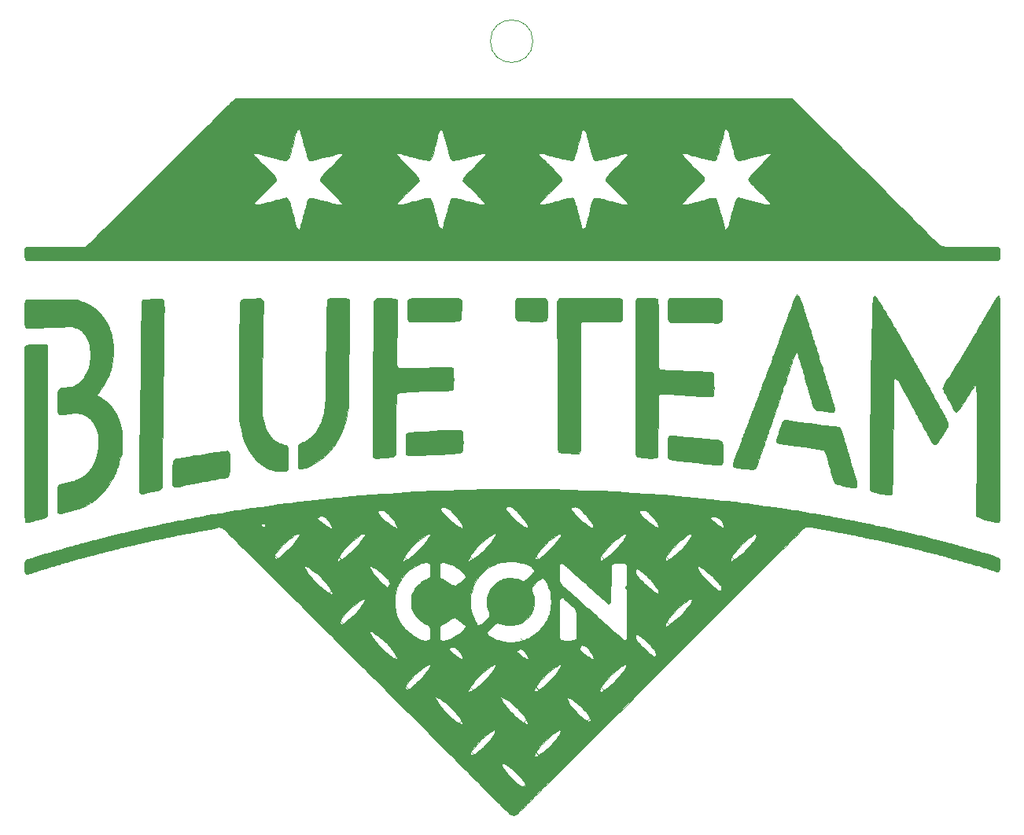
<source format=gbr>
G04 #@! TF.GenerationSoftware,KiCad,Pcbnew,(5.99.0-8823-g4657ca5d4f)*
G04 #@! TF.CreationDate,2021-02-07T20:13:51-06:00*
G04 #@! TF.ProjectId,BlueTeamCon,426c7565-5465-4616-9d43-6f6e2e6b6963,rev?*
G04 #@! TF.SameCoordinates,Original*
G04 #@! TF.FileFunction,Legend,Top*
G04 #@! TF.FilePolarity,Positive*
%FSLAX46Y46*%
G04 Gerber Fmt 4.6, Leading zero omitted, Abs format (unit mm)*
G04 Created by KiCad (PCBNEW (5.99.0-8823-g4657ca5d4f)) date 2021-02-07 20:13:51*
%MOMM*%
%LPD*%
G01*
G04 APERTURE LIST*
%ADD10C,0.150000*%
%ADD11C,0.120000*%
%ADD12C,0.010000*%
G04 APERTURE END LIST*
D10*
X121662154Y-110405843D02*
X120955048Y-111112950D01*
X120786689Y-110944591D01*
X120719345Y-110809904D01*
X120719345Y-110675217D01*
X120753017Y-110574202D01*
X120854032Y-110405843D01*
X120955048Y-110304828D01*
X121123406Y-110203813D01*
X121224422Y-110170141D01*
X121359109Y-110170141D01*
X121493796Y-110237484D01*
X121662154Y-110405843D01*
X120348956Y-110372171D02*
X120281612Y-110372171D01*
X120180597Y-110338500D01*
X120012238Y-110170141D01*
X119978567Y-110069125D01*
X119978567Y-110001782D01*
X120012238Y-109900767D01*
X120079582Y-109833423D01*
X120214269Y-109766080D01*
X121022391Y-109766080D01*
X120584658Y-109328347D01*
X128487154Y-109980843D02*
X127780048Y-110687950D01*
X127611689Y-110519591D01*
X127544345Y-110384904D01*
X127544345Y-110250217D01*
X127578017Y-110149202D01*
X127679032Y-109980843D01*
X127780048Y-109879828D01*
X127948406Y-109778813D01*
X128049422Y-109745141D01*
X128184109Y-109745141D01*
X128318796Y-109812484D01*
X128487154Y-109980843D01*
X127140284Y-110048187D02*
X126702551Y-109610454D01*
X127207628Y-109576782D01*
X127106612Y-109475767D01*
X127072941Y-109374751D01*
X127072941Y-109307408D01*
X127106612Y-109206393D01*
X127274971Y-109038034D01*
X127375986Y-109004362D01*
X127443330Y-109004362D01*
X127544345Y-109038034D01*
X127746376Y-109240064D01*
X127780048Y-109341080D01*
X127780048Y-109408423D01*
X135587980Y-110006669D02*
X134880874Y-110713776D01*
X134712515Y-110545417D01*
X134645171Y-110410730D01*
X134645171Y-110276043D01*
X134678843Y-110175028D01*
X134779858Y-110006669D01*
X134880874Y-109905654D01*
X135049232Y-109804638D01*
X135150248Y-109770967D01*
X135284935Y-109770967D01*
X135419622Y-109838310D01*
X135587980Y-110006669D01*
X134106423Y-109467921D02*
X134577828Y-108996516D01*
X134005408Y-109905654D02*
X134678843Y-109568936D01*
X134241110Y-109131203D01*
X142387980Y-109956669D02*
X141680874Y-110663776D01*
X141512515Y-110495417D01*
X141445171Y-110360730D01*
X141445171Y-110226043D01*
X141478843Y-110125028D01*
X141579858Y-109956669D01*
X141680874Y-109855654D01*
X141849232Y-109754638D01*
X141950248Y-109720967D01*
X142084935Y-109720967D01*
X142219622Y-109788310D01*
X142387980Y-109956669D01*
X140637049Y-109619951D02*
X140973767Y-109956669D01*
X141344156Y-109653623D01*
X141276812Y-109653623D01*
X141175797Y-109619951D01*
X141007438Y-109451593D01*
X140973767Y-109350577D01*
X140973767Y-109283234D01*
X141007438Y-109182219D01*
X141175797Y-109013860D01*
X141276812Y-108980188D01*
X141344156Y-108980188D01*
X141445171Y-109013860D01*
X141613530Y-109182219D01*
X141647202Y-109283234D01*
X141647202Y-109350577D01*
X149537980Y-110006669D02*
X148830874Y-110713776D01*
X148662515Y-110545417D01*
X148595171Y-110410730D01*
X148595171Y-110276043D01*
X148628843Y-110175028D01*
X148729858Y-110006669D01*
X148830874Y-109905654D01*
X148999232Y-109804638D01*
X149100248Y-109770967D01*
X149234935Y-109770967D01*
X149369622Y-109838310D01*
X149537980Y-110006669D01*
X147820721Y-109703623D02*
X147955408Y-109838310D01*
X148056423Y-109871982D01*
X148123767Y-109871982D01*
X148292125Y-109838310D01*
X148460484Y-109737295D01*
X148729858Y-109467921D01*
X148763530Y-109366906D01*
X148763530Y-109299562D01*
X148729858Y-109198547D01*
X148595171Y-109063860D01*
X148494156Y-109030188D01*
X148426812Y-109030188D01*
X148325797Y-109063860D01*
X148157438Y-109232219D01*
X148123767Y-109333234D01*
X148123767Y-109400577D01*
X148157438Y-109501593D01*
X148292125Y-109636280D01*
X148393141Y-109669951D01*
X148460484Y-109669951D01*
X148561499Y-109636280D01*
X156600067Y-110068756D02*
X155892961Y-110775863D01*
X155724602Y-110607504D01*
X155657258Y-110472817D01*
X155657258Y-110338130D01*
X155690930Y-110237115D01*
X155791945Y-110068756D01*
X155892961Y-109967741D01*
X156061319Y-109866725D01*
X156162335Y-109833054D01*
X156297022Y-109833054D01*
X156431709Y-109900397D01*
X156600067Y-110068756D01*
X155253197Y-110136100D02*
X154781793Y-109664695D01*
X155791945Y-109260634D01*
X163962980Y-110331669D02*
X163255874Y-111038776D01*
X163087515Y-110870417D01*
X163020171Y-110735730D01*
X163020171Y-110601043D01*
X163053843Y-110500028D01*
X163154858Y-110331669D01*
X163255874Y-110230654D01*
X163424232Y-110129638D01*
X163525248Y-110095967D01*
X163659935Y-110095967D01*
X163794622Y-110163310D01*
X163962980Y-110331669D01*
X162750797Y-109927608D02*
X162784469Y-110028623D01*
X162784469Y-110095967D01*
X162750797Y-110196982D01*
X162717125Y-110230654D01*
X162616110Y-110264326D01*
X162548767Y-110264326D01*
X162447751Y-110230654D01*
X162313064Y-110095967D01*
X162279393Y-109994951D01*
X162279393Y-109927608D01*
X162313064Y-109826593D01*
X162346736Y-109792921D01*
X162447751Y-109759249D01*
X162515095Y-109759249D01*
X162616110Y-109792921D01*
X162750797Y-109927608D01*
X162851812Y-109961280D01*
X162919156Y-109961280D01*
X163020171Y-109927608D01*
X163154858Y-109792921D01*
X163188530Y-109691906D01*
X163188530Y-109624562D01*
X163154858Y-109523547D01*
X163020171Y-109388860D01*
X162919156Y-109355188D01*
X162851812Y-109355188D01*
X162750797Y-109388860D01*
X162616110Y-109523547D01*
X162582438Y-109624562D01*
X162582438Y-109691906D01*
X162616110Y-109792921D01*
X170125067Y-110693756D02*
X169417961Y-111400863D01*
X169249602Y-111232504D01*
X169182258Y-111097817D01*
X169182258Y-110963130D01*
X169215930Y-110862115D01*
X169316945Y-110693756D01*
X169417961Y-110592741D01*
X169586319Y-110491725D01*
X169687335Y-110458054D01*
X169822022Y-110458054D01*
X169956709Y-110525397D01*
X170125067Y-110693756D01*
X169384289Y-109952977D02*
X169249602Y-109818290D01*
X169148586Y-109784619D01*
X169081243Y-109784619D01*
X168912884Y-109818290D01*
X168744525Y-109919306D01*
X168475151Y-110188680D01*
X168441480Y-110289695D01*
X168441480Y-110357038D01*
X168475151Y-110458054D01*
X168609838Y-110592741D01*
X168710854Y-110626413D01*
X168778197Y-110626413D01*
X168879212Y-110592741D01*
X169047571Y-110424382D01*
X169081243Y-110323367D01*
X169081243Y-110256023D01*
X169047571Y-110155008D01*
X168912884Y-110020321D01*
X168811869Y-109986649D01*
X168744525Y-109986649D01*
X168643510Y-110020321D01*
X116431612Y-111749698D02*
X115724506Y-111042591D01*
X115892864Y-110874232D01*
X116027551Y-110806889D01*
X116162238Y-110806889D01*
X116263254Y-110840561D01*
X116431612Y-110941576D01*
X116532628Y-111042591D01*
X116633643Y-111210950D01*
X116667315Y-111311965D01*
X116667315Y-111446652D01*
X116599971Y-111581339D01*
X116431612Y-111749698D01*
X117509109Y-110672202D02*
X117105048Y-111076263D01*
X117307078Y-110874232D02*
X116599971Y-110167125D01*
X116633643Y-110335484D01*
X116633643Y-110470171D01*
X116599971Y-110571187D01*
X117239735Y-109527362D02*
X117307078Y-109460019D01*
X117408093Y-109426347D01*
X117475437Y-109426347D01*
X117576452Y-109460019D01*
X117744811Y-109561034D01*
X117913170Y-109729393D01*
X118014185Y-109897751D01*
X118047857Y-109998767D01*
X118047857Y-110066110D01*
X118014185Y-110167125D01*
X117946841Y-110234469D01*
X117845826Y-110268141D01*
X117778483Y-110268141D01*
X117677467Y-110234469D01*
X117509109Y-110133454D01*
X117340750Y-109965095D01*
X117239735Y-109796736D01*
X117206063Y-109695721D01*
X117206063Y-109628377D01*
X117239735Y-109527362D01*
X123256612Y-111899698D02*
X122549506Y-111192591D01*
X122717864Y-111024232D01*
X122852551Y-110956889D01*
X122987238Y-110956889D01*
X123088254Y-110990561D01*
X123256612Y-111091576D01*
X123357628Y-111192591D01*
X123458643Y-111360950D01*
X123492315Y-111461965D01*
X123492315Y-111596652D01*
X123424971Y-111731339D01*
X123256612Y-111899698D01*
X124334109Y-110822202D02*
X123930048Y-111226263D01*
X124132078Y-111024232D02*
X123424971Y-110317125D01*
X123458643Y-110485484D01*
X123458643Y-110620171D01*
X123424971Y-110721187D01*
X125007544Y-110148767D02*
X124603483Y-110552828D01*
X124805513Y-110350797D02*
X124098406Y-109643690D01*
X124132078Y-109812049D01*
X124132078Y-109946736D01*
X124098406Y-110047751D01*
X130231612Y-111749698D02*
X129524506Y-111042591D01*
X129692864Y-110874232D01*
X129827551Y-110806889D01*
X129962238Y-110806889D01*
X130063254Y-110840561D01*
X130231612Y-110941576D01*
X130332628Y-111042591D01*
X130433643Y-111210950D01*
X130467315Y-111311965D01*
X130467315Y-111446652D01*
X130399971Y-111581339D01*
X130231612Y-111749698D01*
X131309109Y-110672202D02*
X130905048Y-111076263D01*
X131107078Y-110874232D02*
X130399971Y-110167125D01*
X130433643Y-110335484D01*
X130433643Y-110470171D01*
X130399971Y-110571187D01*
X130938719Y-109763064D02*
X130938719Y-109695721D01*
X130972391Y-109594706D01*
X131140750Y-109426347D01*
X131241765Y-109392675D01*
X131309109Y-109392675D01*
X131410124Y-109426347D01*
X131477467Y-109493690D01*
X131544811Y-109628377D01*
X131544811Y-110436499D01*
X131982544Y-109998767D01*
X137406612Y-111899698D02*
X136699506Y-111192591D01*
X136867864Y-111024232D01*
X137002551Y-110956889D01*
X137137238Y-110956889D01*
X137238254Y-110990561D01*
X137406612Y-111091576D01*
X137507628Y-111192591D01*
X137608643Y-111360950D01*
X137642315Y-111461965D01*
X137642315Y-111596652D01*
X137574971Y-111731339D01*
X137406612Y-111899698D01*
X138484109Y-110822202D02*
X138080048Y-111226263D01*
X138282078Y-111024232D02*
X137574971Y-110317125D01*
X137608643Y-110485484D01*
X137608643Y-110620171D01*
X137574971Y-110721187D01*
X138012704Y-109879393D02*
X138450437Y-109441660D01*
X138484109Y-109946736D01*
X138585124Y-109845721D01*
X138686139Y-109812049D01*
X138753483Y-109812049D01*
X138854498Y-109845721D01*
X139022857Y-110014080D01*
X139056528Y-110115095D01*
X139056528Y-110182438D01*
X139022857Y-110283454D01*
X138820826Y-110485484D01*
X138719811Y-110519156D01*
X138652467Y-110519156D01*
X144481612Y-111749698D02*
X143774506Y-111042591D01*
X143942864Y-110874232D01*
X144077551Y-110806889D01*
X144212238Y-110806889D01*
X144313254Y-110840561D01*
X144481612Y-110941576D01*
X144582628Y-111042591D01*
X144683643Y-111210950D01*
X144717315Y-111311965D01*
X144717315Y-111446652D01*
X144649971Y-111581339D01*
X144481612Y-111749698D01*
X145559109Y-110672202D02*
X145155048Y-111076263D01*
X145357078Y-110874232D02*
X144649971Y-110167125D01*
X144683643Y-110335484D01*
X144683643Y-110470171D01*
X144649971Y-110571187D01*
X145693796Y-109594706D02*
X146165200Y-110066110D01*
X145256063Y-109493690D02*
X145592780Y-110167125D01*
X146030513Y-109729393D01*
X151395528Y-111811785D02*
X150688422Y-111104678D01*
X150856780Y-110936319D01*
X150991467Y-110868976D01*
X151126154Y-110868976D01*
X151227170Y-110902648D01*
X151395528Y-111003663D01*
X151496544Y-111104678D01*
X151597559Y-111273037D01*
X151631231Y-111374052D01*
X151631231Y-111508739D01*
X151563887Y-111643426D01*
X151395528Y-111811785D01*
X152473025Y-110734289D02*
X152068964Y-111138350D01*
X152270994Y-110936319D02*
X151563887Y-110229212D01*
X151597559Y-110397571D01*
X151597559Y-110532258D01*
X151563887Y-110633274D01*
X152405681Y-109387419D02*
X152068964Y-109724136D01*
X152372009Y-110094525D01*
X152372009Y-110027182D01*
X152405681Y-109926167D01*
X152574040Y-109757808D01*
X152675055Y-109724136D01*
X152742399Y-109724136D01*
X152843414Y-109757808D01*
X153011773Y-109926167D01*
X153045444Y-110027182D01*
X153045444Y-110094525D01*
X153011773Y-110195541D01*
X152843414Y-110363899D01*
X152742399Y-110397571D01*
X152675055Y-110397571D01*
X158456612Y-111824698D02*
X157749506Y-111117591D01*
X157917864Y-110949232D01*
X158052551Y-110881889D01*
X158187238Y-110881889D01*
X158288254Y-110915561D01*
X158456612Y-111016576D01*
X158557628Y-111117591D01*
X158658643Y-111285950D01*
X158692315Y-111386965D01*
X158692315Y-111521652D01*
X158624971Y-111656339D01*
X158456612Y-111824698D01*
X159534109Y-110747202D02*
X159130048Y-111151263D01*
X159332078Y-110949232D02*
X158624971Y-110242125D01*
X158658643Y-110410484D01*
X158658643Y-110545171D01*
X158624971Y-110646187D01*
X159433093Y-109434003D02*
X159298406Y-109568690D01*
X159264735Y-109669706D01*
X159264735Y-109737049D01*
X159298406Y-109905408D01*
X159399422Y-110073767D01*
X159668796Y-110343141D01*
X159769811Y-110376812D01*
X159837154Y-110376812D01*
X159938170Y-110343141D01*
X160072857Y-110208454D01*
X160106528Y-110107438D01*
X160106528Y-110040095D01*
X160072857Y-109939080D01*
X159904498Y-109770721D01*
X159803483Y-109737049D01*
X159736139Y-109737049D01*
X159635124Y-109770721D01*
X159500437Y-109905408D01*
X159466765Y-110006423D01*
X159466765Y-110073767D01*
X159500437Y-110174782D01*
X165506612Y-111874698D02*
X164799506Y-111167591D01*
X164967864Y-110999232D01*
X165102551Y-110931889D01*
X165237238Y-110931889D01*
X165338254Y-110965561D01*
X165506612Y-111066576D01*
X165607628Y-111167591D01*
X165708643Y-111335950D01*
X165742315Y-111436965D01*
X165742315Y-111571652D01*
X165674971Y-111706339D01*
X165506612Y-111874698D01*
X166584109Y-110797202D02*
X166180048Y-111201263D01*
X166382078Y-110999232D02*
X165674971Y-110292125D01*
X165708643Y-110460484D01*
X165708643Y-110595171D01*
X165674971Y-110696187D01*
X166112704Y-109854393D02*
X166584109Y-109382988D01*
X166988170Y-110393141D01*
X121411785Y-117205474D02*
X120704678Y-117912580D01*
X120536319Y-117744222D01*
X120468976Y-117609535D01*
X120468976Y-117474848D01*
X120502648Y-117373832D01*
X120603663Y-117205474D01*
X120704678Y-117104458D01*
X120873037Y-117003443D01*
X120974052Y-116969771D01*
X121108739Y-116969771D01*
X121243426Y-117037115D01*
X121411785Y-117205474D01*
X120334289Y-116127977D02*
X120738350Y-116532038D01*
X120536319Y-116330008D02*
X119829212Y-117037115D01*
X119997571Y-117003443D01*
X120132258Y-117003443D01*
X120233274Y-117037115D01*
X119526167Y-116127977D02*
X119559838Y-116228993D01*
X119559838Y-116296336D01*
X119526167Y-116397351D01*
X119492495Y-116431023D01*
X119391480Y-116464695D01*
X119324136Y-116464695D01*
X119223121Y-116431023D01*
X119088434Y-116296336D01*
X119054762Y-116195321D01*
X119054762Y-116127977D01*
X119088434Y-116026962D01*
X119122106Y-115993290D01*
X119223121Y-115959619D01*
X119290464Y-115959619D01*
X119391480Y-115993290D01*
X119526167Y-116127977D01*
X119627182Y-116161649D01*
X119694525Y-116161649D01*
X119795541Y-116127977D01*
X119930228Y-115993290D01*
X119963899Y-115892275D01*
X119963899Y-115824932D01*
X119930228Y-115723916D01*
X119795541Y-115589229D01*
X119694525Y-115555558D01*
X119627182Y-115555558D01*
X119526167Y-115589229D01*
X119391480Y-115723916D01*
X119357808Y-115824932D01*
X119357808Y-115892275D01*
X119391480Y-115993290D01*
X128261785Y-116880474D02*
X127554678Y-117587580D01*
X127386319Y-117419222D01*
X127318976Y-117284535D01*
X127318976Y-117149848D01*
X127352648Y-117048832D01*
X127453663Y-116880474D01*
X127554678Y-116779458D01*
X127723037Y-116678443D01*
X127824052Y-116644771D01*
X127958739Y-116644771D01*
X128093426Y-116712115D01*
X128261785Y-116880474D01*
X127184289Y-115802977D02*
X127588350Y-116207038D01*
X127386319Y-116005008D02*
X126679212Y-116712115D01*
X126847571Y-116678443D01*
X126982258Y-116678443D01*
X127083274Y-116712115D01*
X126847571Y-115466260D02*
X126712884Y-115331573D01*
X126611869Y-115297901D01*
X126544525Y-115297901D01*
X126376167Y-115331573D01*
X126207808Y-115432588D01*
X125938434Y-115701962D01*
X125904762Y-115802977D01*
X125904762Y-115870321D01*
X125938434Y-115971336D01*
X126073121Y-116106023D01*
X126174136Y-116139695D01*
X126241480Y-116139695D01*
X126342495Y-116106023D01*
X126510854Y-115937664D01*
X126544525Y-115836649D01*
X126544525Y-115769306D01*
X126510854Y-115668290D01*
X126376167Y-115533603D01*
X126275151Y-115499932D01*
X126207808Y-115499932D01*
X126106793Y-115533603D01*
X156899698Y-117218387D02*
X156192591Y-117925493D01*
X156024232Y-117757135D01*
X155956889Y-117622448D01*
X155956889Y-117487761D01*
X155990561Y-117386745D01*
X156091576Y-117218387D01*
X156192591Y-117117371D01*
X156360950Y-117016356D01*
X156461965Y-116982684D01*
X156596652Y-116982684D01*
X156731339Y-117050028D01*
X156899698Y-117218387D01*
X155586499Y-117184715D02*
X155519156Y-117184715D01*
X155418141Y-117151043D01*
X155249782Y-116982684D01*
X155216110Y-116881669D01*
X155216110Y-116814326D01*
X155249782Y-116713310D01*
X155317125Y-116645967D01*
X155451812Y-116578623D01*
X156259935Y-116578623D01*
X155822202Y-116140890D01*
X154677362Y-116410264D02*
X154610019Y-116342921D01*
X154576347Y-116241906D01*
X154576347Y-116174562D01*
X154610019Y-116073547D01*
X154711034Y-115905188D01*
X154879393Y-115736829D01*
X155047751Y-115635814D01*
X155148767Y-115602142D01*
X155216110Y-115602142D01*
X155317125Y-115635814D01*
X155384469Y-115703158D01*
X155418141Y-115804173D01*
X155418141Y-115871516D01*
X155384469Y-115972532D01*
X155283454Y-116140890D01*
X155115095Y-116309249D01*
X154946736Y-116410264D01*
X154845721Y-116443936D01*
X154778377Y-116443936D01*
X154677362Y-116410264D01*
X163649698Y-116918387D02*
X162942591Y-117625493D01*
X162774232Y-117457135D01*
X162706889Y-117322448D01*
X162706889Y-117187761D01*
X162740561Y-117086745D01*
X162841576Y-116918387D01*
X162942591Y-116817371D01*
X163110950Y-116716356D01*
X163211965Y-116682684D01*
X163346652Y-116682684D01*
X163481339Y-116750028D01*
X163649698Y-116918387D01*
X162336499Y-116884715D02*
X162269156Y-116884715D01*
X162168141Y-116851043D01*
X161999782Y-116682684D01*
X161966110Y-116581669D01*
X161966110Y-116514326D01*
X161999782Y-116413310D01*
X162067125Y-116345967D01*
X162201812Y-116278623D01*
X163009935Y-116278623D01*
X162572202Y-115840890D01*
X161898767Y-115167455D02*
X162302828Y-115571516D01*
X162100797Y-115369486D02*
X161393690Y-116076593D01*
X161562049Y-116042921D01*
X161696736Y-116042921D01*
X161797751Y-116076593D01*
X123356612Y-118699698D02*
X122649506Y-117992591D01*
X122817864Y-117824232D01*
X122952551Y-117756889D01*
X123087238Y-117756889D01*
X123188254Y-117790561D01*
X123356612Y-117891576D01*
X123457628Y-117992591D01*
X123558643Y-118160950D01*
X123592315Y-118261965D01*
X123592315Y-118396652D01*
X123524971Y-118531339D01*
X123356612Y-118699698D01*
X123390284Y-117386499D02*
X123390284Y-117319156D01*
X123423956Y-117218141D01*
X123592315Y-117049782D01*
X123693330Y-117016110D01*
X123760673Y-117016110D01*
X123861689Y-117049782D01*
X123929032Y-117117125D01*
X123996376Y-117251812D01*
X123996376Y-118059935D01*
X124434109Y-117622202D01*
X124063719Y-116713064D02*
X124063719Y-116645721D01*
X124097391Y-116544706D01*
X124265750Y-116376347D01*
X124366765Y-116342675D01*
X124434109Y-116342675D01*
X124535124Y-116376347D01*
X124602467Y-116443690D01*
X124669811Y-116578377D01*
X124669811Y-117386499D01*
X125107544Y-116948767D01*
X158506612Y-118849698D02*
X157799506Y-118142591D01*
X157967864Y-117974232D01*
X158102551Y-117906889D01*
X158237238Y-117906889D01*
X158338254Y-117940561D01*
X158506612Y-118041576D01*
X158607628Y-118142591D01*
X158708643Y-118310950D01*
X158742315Y-118411965D01*
X158742315Y-118546652D01*
X158674971Y-118681339D01*
X158506612Y-118849698D01*
X158540284Y-117536499D02*
X158540284Y-117469156D01*
X158573956Y-117368141D01*
X158742315Y-117199782D01*
X158843330Y-117166110D01*
X158910673Y-117166110D01*
X159011689Y-117199782D01*
X159079032Y-117267125D01*
X159146376Y-117401812D01*
X159146376Y-118209935D01*
X159584109Y-117772202D01*
X159112704Y-116829393D02*
X159550437Y-116391660D01*
X159584109Y-116896736D01*
X159685124Y-116795721D01*
X159786139Y-116762049D01*
X159853483Y-116762049D01*
X159954498Y-116795721D01*
X160122857Y-116964080D01*
X160156528Y-117065095D01*
X160156528Y-117132438D01*
X160122857Y-117233454D01*
X159920826Y-117435484D01*
X159819811Y-117469156D01*
X159752467Y-117469156D01*
X128574698Y-124243387D02*
X127867591Y-124950493D01*
X127699232Y-124782135D01*
X127631889Y-124647448D01*
X127631889Y-124512761D01*
X127665561Y-124411745D01*
X127766576Y-124243387D01*
X127867591Y-124142371D01*
X128035950Y-124041356D01*
X128136965Y-124007684D01*
X128271652Y-124007684D01*
X128406339Y-124075028D01*
X128574698Y-124243387D01*
X127261499Y-124209715D02*
X127194156Y-124209715D01*
X127093141Y-124176043D01*
X126924782Y-124007684D01*
X126891110Y-123906669D01*
X126891110Y-123839326D01*
X126924782Y-123738310D01*
X126992125Y-123670967D01*
X127126812Y-123603623D01*
X127934935Y-123603623D01*
X127497202Y-123165890D01*
X126419706Y-123031203D02*
X126891110Y-122559799D01*
X126318690Y-123468936D02*
X126992125Y-123132219D01*
X126554393Y-122694486D01*
X135986785Y-124580474D02*
X135279678Y-125287580D01*
X135111319Y-125119222D01*
X135043976Y-124984535D01*
X135043976Y-124849848D01*
X135077648Y-124748832D01*
X135178663Y-124580474D01*
X135279678Y-124479458D01*
X135448037Y-124378443D01*
X135549052Y-124344771D01*
X135683739Y-124344771D01*
X135818426Y-124412115D01*
X135986785Y-124580474D01*
X134673586Y-124546802D02*
X134606243Y-124546802D01*
X134505228Y-124513130D01*
X134336869Y-124344771D01*
X134303197Y-124243756D01*
X134303197Y-124176413D01*
X134336869Y-124075397D01*
X134404212Y-124008054D01*
X134538899Y-123940710D01*
X135347022Y-123940710D01*
X134909289Y-123502977D01*
X133562419Y-123570321D02*
X133899136Y-123907038D01*
X134269525Y-123603993D01*
X134202182Y-123603993D01*
X134101167Y-123570321D01*
X133932808Y-123401962D01*
X133899136Y-123300947D01*
X133899136Y-123233603D01*
X133932808Y-123132588D01*
X134101167Y-122964229D01*
X134202182Y-122930558D01*
X134269525Y-122930558D01*
X134370541Y-122964229D01*
X134538899Y-123132588D01*
X134572571Y-123233603D01*
X134572571Y-123300947D01*
X143249698Y-124743387D02*
X142542591Y-125450493D01*
X142374232Y-125282135D01*
X142306889Y-125147448D01*
X142306889Y-125012761D01*
X142340561Y-124911745D01*
X142441576Y-124743387D01*
X142542591Y-124642371D01*
X142710950Y-124541356D01*
X142811965Y-124507684D01*
X142946652Y-124507684D01*
X143081339Y-124575028D01*
X143249698Y-124743387D01*
X141936499Y-124709715D02*
X141869156Y-124709715D01*
X141768141Y-124676043D01*
X141599782Y-124507684D01*
X141566110Y-124406669D01*
X141566110Y-124339326D01*
X141599782Y-124238310D01*
X141667125Y-124170967D01*
X141801812Y-124103623D01*
X142609935Y-124103623D01*
X142172202Y-123665890D01*
X140859003Y-123766906D02*
X140993690Y-123901593D01*
X141094706Y-123935264D01*
X141162049Y-123935264D01*
X141330408Y-123901593D01*
X141498767Y-123800577D01*
X141768141Y-123531203D01*
X141801812Y-123430188D01*
X141801812Y-123362845D01*
X141768141Y-123261829D01*
X141633454Y-123127142D01*
X141532438Y-123093471D01*
X141465095Y-123093471D01*
X141364080Y-123127142D01*
X141195721Y-123295501D01*
X141162049Y-123396516D01*
X141162049Y-123463860D01*
X141195721Y-123564875D01*
X141330408Y-123699562D01*
X141431423Y-123733234D01*
X141498767Y-123733234D01*
X141599782Y-123699562D01*
X150174698Y-124568387D02*
X149467591Y-125275493D01*
X149299232Y-125107135D01*
X149231889Y-124972448D01*
X149231889Y-124837761D01*
X149265561Y-124736745D01*
X149366576Y-124568387D01*
X149467591Y-124467371D01*
X149635950Y-124366356D01*
X149736965Y-124332684D01*
X149871652Y-124332684D01*
X150006339Y-124400028D01*
X150174698Y-124568387D01*
X148861499Y-124534715D02*
X148794156Y-124534715D01*
X148693141Y-124501043D01*
X148524782Y-124332684D01*
X148491110Y-124231669D01*
X148491110Y-124164326D01*
X148524782Y-124063310D01*
X148592125Y-123995967D01*
X148726812Y-123928623D01*
X149534935Y-123928623D01*
X149097202Y-123490890D01*
X148154393Y-123962295D02*
X147682988Y-123490890D01*
X148693141Y-123086829D01*
X156724698Y-124143387D02*
X156017591Y-124850493D01*
X155849232Y-124682135D01*
X155781889Y-124547448D01*
X155781889Y-124412761D01*
X155815561Y-124311745D01*
X155916576Y-124143387D01*
X156017591Y-124042371D01*
X156185950Y-123941356D01*
X156286965Y-123907684D01*
X156421652Y-123907684D01*
X156556339Y-123975028D01*
X156724698Y-124143387D01*
X155411499Y-124109715D02*
X155344156Y-124109715D01*
X155243141Y-124076043D01*
X155074782Y-123907684D01*
X155041110Y-123806669D01*
X155041110Y-123739326D01*
X155074782Y-123638310D01*
X155142125Y-123570967D01*
X155276812Y-123503623D01*
X156084935Y-123503623D01*
X155647202Y-123065890D01*
X154839080Y-123065890D02*
X154872751Y-123166906D01*
X154872751Y-123234249D01*
X154839080Y-123335264D01*
X154805408Y-123368936D01*
X154704393Y-123402608D01*
X154637049Y-123402608D01*
X154536034Y-123368936D01*
X154401347Y-123234249D01*
X154367675Y-123133234D01*
X154367675Y-123065890D01*
X154401347Y-122964875D01*
X154435019Y-122931203D01*
X154536034Y-122897532D01*
X154603377Y-122897532D01*
X154704393Y-122931203D01*
X154839080Y-123065890D01*
X154940095Y-123099562D01*
X155007438Y-123099562D01*
X155108454Y-123065890D01*
X155243141Y-122931203D01*
X155276812Y-122830188D01*
X155276812Y-122762845D01*
X155243141Y-122661829D01*
X155108454Y-122527142D01*
X155007438Y-122493471D01*
X154940095Y-122493471D01*
X154839080Y-122527142D01*
X154704393Y-122661829D01*
X154670721Y-122762845D01*
X154670721Y-122830188D01*
X154704393Y-122931203D01*
X130456612Y-125849698D02*
X129749506Y-125142591D01*
X129917864Y-124974232D01*
X130052551Y-124906889D01*
X130187238Y-124906889D01*
X130288254Y-124940561D01*
X130456612Y-125041576D01*
X130557628Y-125142591D01*
X130658643Y-125310950D01*
X130692315Y-125411965D01*
X130692315Y-125546652D01*
X130624971Y-125681339D01*
X130456612Y-125849698D01*
X130490284Y-124536499D02*
X130490284Y-124469156D01*
X130523956Y-124368141D01*
X130692315Y-124199782D01*
X130793330Y-124166110D01*
X130860673Y-124166110D01*
X130961689Y-124199782D01*
X131029032Y-124267125D01*
X131096376Y-124401812D01*
X131096376Y-125209935D01*
X131534109Y-124772202D01*
X131870826Y-124435484D02*
X132005513Y-124300797D01*
X132039185Y-124199782D01*
X132039185Y-124132438D01*
X132005513Y-123964080D01*
X131904498Y-123795721D01*
X131635124Y-123526347D01*
X131534109Y-123492675D01*
X131466765Y-123492675D01*
X131365750Y-123526347D01*
X131231063Y-123661034D01*
X131197391Y-123762049D01*
X131197391Y-123829393D01*
X131231063Y-123930408D01*
X131399422Y-124098767D01*
X131500437Y-124132438D01*
X131567780Y-124132438D01*
X131668796Y-124098767D01*
X131803483Y-123964080D01*
X131837154Y-123863064D01*
X131837154Y-123795721D01*
X131803483Y-123694706D01*
X137331612Y-125849698D02*
X136624506Y-125142591D01*
X136792864Y-124974232D01*
X136927551Y-124906889D01*
X137062238Y-124906889D01*
X137163254Y-124940561D01*
X137331612Y-125041576D01*
X137432628Y-125142591D01*
X137533643Y-125310950D01*
X137567315Y-125411965D01*
X137567315Y-125546652D01*
X137499971Y-125681339D01*
X137331612Y-125849698D01*
X137264269Y-124502828D02*
X137702002Y-124065095D01*
X137735673Y-124570171D01*
X137836689Y-124469156D01*
X137937704Y-124435484D01*
X138005048Y-124435484D01*
X138106063Y-124469156D01*
X138274422Y-124637515D01*
X138308093Y-124738530D01*
X138308093Y-124805874D01*
X138274422Y-124906889D01*
X138072391Y-125108919D01*
X137971376Y-125142591D01*
X137904032Y-125142591D01*
X138139735Y-123627362D02*
X138207078Y-123560019D01*
X138308093Y-123526347D01*
X138375437Y-123526347D01*
X138476452Y-123560019D01*
X138644811Y-123661034D01*
X138813170Y-123829393D01*
X138914185Y-123997751D01*
X138947857Y-124098767D01*
X138947857Y-124166110D01*
X138914185Y-124267125D01*
X138846841Y-124334469D01*
X138745826Y-124368141D01*
X138678483Y-124368141D01*
X138577467Y-124334469D01*
X138409109Y-124233454D01*
X138240750Y-124065095D01*
X138139735Y-123896736D01*
X138106063Y-123795721D01*
X138106063Y-123728377D01*
X138139735Y-123627362D01*
X144506612Y-125899698D02*
X143799506Y-125192591D01*
X143967864Y-125024232D01*
X144102551Y-124956889D01*
X144237238Y-124956889D01*
X144338254Y-124990561D01*
X144506612Y-125091576D01*
X144607628Y-125192591D01*
X144708643Y-125360950D01*
X144742315Y-125461965D01*
X144742315Y-125596652D01*
X144674971Y-125731339D01*
X144506612Y-125899698D01*
X144439269Y-124552828D02*
X144877002Y-124115095D01*
X144910673Y-124620171D01*
X145011689Y-124519156D01*
X145112704Y-124485484D01*
X145180048Y-124485484D01*
X145281063Y-124519156D01*
X145449422Y-124687515D01*
X145483093Y-124788530D01*
X145483093Y-124855874D01*
X145449422Y-124956889D01*
X145247391Y-125158919D01*
X145146376Y-125192591D01*
X145079032Y-125192591D01*
X146257544Y-124148767D02*
X145853483Y-124552828D01*
X146055513Y-124350797D02*
X145348406Y-123643690D01*
X145382078Y-123812049D01*
X145382078Y-123946736D01*
X145348406Y-124047751D01*
X151531612Y-125899698D02*
X150824506Y-125192591D01*
X150992864Y-125024232D01*
X151127551Y-124956889D01*
X151262238Y-124956889D01*
X151363254Y-124990561D01*
X151531612Y-125091576D01*
X151632628Y-125192591D01*
X151733643Y-125360950D01*
X151767315Y-125461965D01*
X151767315Y-125596652D01*
X151699971Y-125731339D01*
X151531612Y-125899698D01*
X151464269Y-124552828D02*
X151902002Y-124115095D01*
X151935673Y-124620171D01*
X152036689Y-124519156D01*
X152137704Y-124485484D01*
X152205048Y-124485484D01*
X152306063Y-124519156D01*
X152474422Y-124687515D01*
X152508093Y-124788530D01*
X152508093Y-124855874D01*
X152474422Y-124956889D01*
X152272391Y-125158919D01*
X152171376Y-125192591D01*
X152104032Y-125192591D01*
X152238719Y-123913064D02*
X152238719Y-123845721D01*
X152272391Y-123744706D01*
X152440750Y-123576347D01*
X152541765Y-123542675D01*
X152609109Y-123542675D01*
X152710124Y-123576347D01*
X152777467Y-123643690D01*
X152844811Y-123778377D01*
X152844811Y-124586499D01*
X153282544Y-124148767D01*
X135474698Y-131143387D02*
X134767591Y-131850493D01*
X134599232Y-131682135D01*
X134531889Y-131547448D01*
X134531889Y-131412761D01*
X134565561Y-131311745D01*
X134666576Y-131143387D01*
X134767591Y-131042371D01*
X134935950Y-130941356D01*
X135036965Y-130907684D01*
X135171652Y-130907684D01*
X135306339Y-130975028D01*
X135474698Y-131143387D01*
X134127828Y-131210730D02*
X133690095Y-130772997D01*
X134195171Y-130739326D01*
X134094156Y-130638310D01*
X134060484Y-130537295D01*
X134060484Y-130469951D01*
X134094156Y-130368936D01*
X134262515Y-130200577D01*
X134363530Y-130166906D01*
X134430874Y-130166906D01*
X134531889Y-130200577D01*
X134733919Y-130402608D01*
X134767591Y-130503623D01*
X134767591Y-130570967D01*
X133454393Y-130537295D02*
X133016660Y-130099562D01*
X133521736Y-130065890D01*
X133420721Y-129964875D01*
X133387049Y-129863860D01*
X133387049Y-129796516D01*
X133420721Y-129695501D01*
X133589080Y-129527142D01*
X133690095Y-129493471D01*
X133757438Y-129493471D01*
X133858454Y-129527142D01*
X134060484Y-129729173D01*
X134094156Y-129830188D01*
X134094156Y-129897532D01*
X142499698Y-131043387D02*
X141792591Y-131750493D01*
X141624232Y-131582135D01*
X141556889Y-131447448D01*
X141556889Y-131312761D01*
X141590561Y-131211745D01*
X141691576Y-131043387D01*
X141792591Y-130942371D01*
X141960950Y-130841356D01*
X142061965Y-130807684D01*
X142196652Y-130807684D01*
X142331339Y-130875028D01*
X142499698Y-131043387D01*
X141152828Y-131110730D02*
X140715095Y-130672997D01*
X141220171Y-130639326D01*
X141119156Y-130538310D01*
X141085484Y-130437295D01*
X141085484Y-130369951D01*
X141119156Y-130268936D01*
X141287515Y-130100577D01*
X141388530Y-130066906D01*
X141455874Y-130066906D01*
X141556889Y-130100577D01*
X141758919Y-130302608D01*
X141792591Y-130403623D01*
X141792591Y-130470967D01*
X140344706Y-129831203D02*
X140816110Y-129359799D01*
X140243690Y-130268936D02*
X140917125Y-129932219D01*
X140479393Y-129494486D01*
X149411785Y-130880474D02*
X148704678Y-131587580D01*
X148536319Y-131419222D01*
X148468976Y-131284535D01*
X148468976Y-131149848D01*
X148502648Y-131048832D01*
X148603663Y-130880474D01*
X148704678Y-130779458D01*
X148873037Y-130678443D01*
X148974052Y-130644771D01*
X149108739Y-130644771D01*
X149243426Y-130712115D01*
X149411785Y-130880474D01*
X148064915Y-130947817D02*
X147627182Y-130510084D01*
X148132258Y-130476413D01*
X148031243Y-130375397D01*
X147997571Y-130274382D01*
X147997571Y-130207038D01*
X148031243Y-130106023D01*
X148199602Y-129937664D01*
X148300617Y-129903993D01*
X148367961Y-129903993D01*
X148468976Y-129937664D01*
X148671006Y-130139695D01*
X148704678Y-130240710D01*
X148704678Y-130308054D01*
X146987419Y-129870321D02*
X147324136Y-130207038D01*
X147694525Y-129903993D01*
X147627182Y-129903993D01*
X147526167Y-129870321D01*
X147357808Y-129701962D01*
X147324136Y-129600947D01*
X147324136Y-129533603D01*
X147357808Y-129432588D01*
X147526167Y-129264229D01*
X147627182Y-129230558D01*
X147694525Y-129230558D01*
X147795541Y-129264229D01*
X147963899Y-129432588D01*
X147997571Y-129533603D01*
X147997571Y-129600947D01*
X137456612Y-132824698D02*
X136749506Y-132117591D01*
X136917864Y-131949232D01*
X137052551Y-131881889D01*
X137187238Y-131881889D01*
X137288254Y-131915561D01*
X137456612Y-132016576D01*
X137557628Y-132117591D01*
X137658643Y-132285950D01*
X137692315Y-132386965D01*
X137692315Y-132521652D01*
X137624971Y-132656339D01*
X137456612Y-132824698D01*
X137389269Y-131477828D02*
X137827002Y-131040095D01*
X137860673Y-131545171D01*
X137961689Y-131444156D01*
X138062704Y-131410484D01*
X138130048Y-131410484D01*
X138231063Y-131444156D01*
X138399422Y-131612515D01*
X138433093Y-131713530D01*
X138433093Y-131780874D01*
X138399422Y-131881889D01*
X138197391Y-132083919D01*
X138096376Y-132117591D01*
X138029032Y-132117591D01*
X138433093Y-130434003D02*
X138298406Y-130568690D01*
X138264735Y-130669706D01*
X138264735Y-130737049D01*
X138298406Y-130905408D01*
X138399422Y-131073767D01*
X138668796Y-131343141D01*
X138769811Y-131376812D01*
X138837154Y-131376812D01*
X138938170Y-131343141D01*
X139072857Y-131208454D01*
X139106528Y-131107438D01*
X139106528Y-131040095D01*
X139072857Y-130939080D01*
X138904498Y-130770721D01*
X138803483Y-130737049D01*
X138736139Y-130737049D01*
X138635124Y-130770721D01*
X138500437Y-130905408D01*
X138466765Y-131006423D01*
X138466765Y-131073767D01*
X138500437Y-131174782D01*
X144506612Y-132924698D02*
X143799506Y-132217591D01*
X143967864Y-132049232D01*
X144102551Y-131981889D01*
X144237238Y-131981889D01*
X144338254Y-132015561D01*
X144506612Y-132116576D01*
X144607628Y-132217591D01*
X144708643Y-132385950D01*
X144742315Y-132486965D01*
X144742315Y-132621652D01*
X144674971Y-132756339D01*
X144506612Y-132924698D01*
X144439269Y-131577828D02*
X144877002Y-131140095D01*
X144910673Y-131645171D01*
X145011689Y-131544156D01*
X145112704Y-131510484D01*
X145180048Y-131510484D01*
X145281063Y-131544156D01*
X145449422Y-131712515D01*
X145483093Y-131813530D01*
X145483093Y-131880874D01*
X145449422Y-131981889D01*
X145247391Y-132183919D01*
X145146376Y-132217591D01*
X145079032Y-132217591D01*
X145112704Y-130904393D02*
X145584109Y-130432988D01*
X145988170Y-131443141D01*
X142336785Y-138055474D02*
X141629678Y-138762580D01*
X141461319Y-138594222D01*
X141393976Y-138459535D01*
X141393976Y-138324848D01*
X141427648Y-138223832D01*
X141528663Y-138055474D01*
X141629678Y-137954458D01*
X141798037Y-137853443D01*
X141899052Y-137819771D01*
X142033739Y-137819771D01*
X142168426Y-137887115D01*
X142336785Y-138055474D01*
X140989915Y-138122817D02*
X140552182Y-137685084D01*
X141057258Y-137651413D01*
X140956243Y-137550397D01*
X140922571Y-137449382D01*
X140922571Y-137382038D01*
X140956243Y-137281023D01*
X141124602Y-137112664D01*
X141225617Y-137078993D01*
X141292961Y-137078993D01*
X141393976Y-137112664D01*
X141596006Y-137314695D01*
X141629678Y-137415710D01*
X141629678Y-137483054D01*
X140451167Y-136977977D02*
X140484838Y-137078993D01*
X140484838Y-137146336D01*
X140451167Y-137247351D01*
X140417495Y-137281023D01*
X140316480Y-137314695D01*
X140249136Y-137314695D01*
X140148121Y-137281023D01*
X140013434Y-137146336D01*
X139979762Y-137045321D01*
X139979762Y-136977977D01*
X140013434Y-136876962D01*
X140047106Y-136843290D01*
X140148121Y-136809619D01*
X140215464Y-136809619D01*
X140316480Y-136843290D01*
X140451167Y-136977977D01*
X140552182Y-137011649D01*
X140619525Y-137011649D01*
X140720541Y-136977977D01*
X140855228Y-136843290D01*
X140888899Y-136742275D01*
X140888899Y-136674932D01*
X140855228Y-136573916D01*
X140720541Y-136439229D01*
X140619525Y-136405558D01*
X140552182Y-136405558D01*
X140451167Y-136439229D01*
X140316480Y-136573916D01*
X140282808Y-136674932D01*
X140282808Y-136742275D01*
X140316480Y-136843290D01*
X115137980Y-110931669D02*
X114430874Y-111638776D01*
X114262515Y-111470417D01*
X114195171Y-111335730D01*
X114195171Y-111201043D01*
X114228843Y-111100028D01*
X114329858Y-110931669D01*
X114430874Y-110830654D01*
X114599232Y-110729639D01*
X114700248Y-110695967D01*
X114834935Y-110695967D01*
X114969622Y-110763310D01*
X115137980Y-110931669D01*
X114060484Y-109854173D02*
X114464545Y-110258234D01*
X114262515Y-110056203D02*
X113555408Y-110763310D01*
X113723767Y-110729639D01*
X113858454Y-110729639D01*
X113959469Y-110763310D01*
D11*
X123857384Y-109549739D02*
X121958803Y-107651158D01*
X122499739Y-110907384D02*
X123857384Y-109549739D01*
X120601158Y-109008803D02*
X122499739Y-110907384D01*
X129324739Y-110482384D02*
X130682384Y-109124739D01*
X127426158Y-108583803D02*
X129324739Y-110482384D01*
X130682384Y-109124739D02*
X128783803Y-107226158D01*
X136425565Y-110508210D02*
X137783210Y-109150565D01*
X137783210Y-109150565D02*
X135884629Y-107251984D01*
X134526984Y-108609629D02*
X136425565Y-110508210D01*
X141326984Y-108559629D02*
X143225565Y-110458210D01*
X143225565Y-110458210D02*
X144583210Y-109100565D01*
X144583210Y-109100565D02*
X142684629Y-107201984D01*
X148476984Y-108609629D02*
X150375565Y-110508210D01*
X150375565Y-110508210D02*
X151733210Y-109150565D01*
X151733210Y-109150565D02*
X149834629Y-107251984D01*
X158795297Y-109212652D02*
X156896716Y-107314071D01*
X157437652Y-110570297D02*
X158795297Y-109212652D01*
X155539071Y-108671716D02*
X157437652Y-110570297D01*
X166158210Y-109475565D02*
X164259629Y-107576984D01*
X164800565Y-110833210D02*
X166158210Y-109475565D01*
X162901984Y-108934629D02*
X164800565Y-110833210D01*
X172320297Y-109837652D02*
X170421716Y-107939071D01*
X169064071Y-109296716D02*
X170962652Y-111195297D01*
X170962652Y-111195297D02*
X172320297Y-109837652D01*
X117624435Y-113608210D02*
X119523016Y-111709629D01*
X116266790Y-112250565D02*
X117624435Y-113608210D01*
X118165371Y-110351984D02*
X116266790Y-112250565D01*
X123091790Y-112400565D02*
X124449435Y-113758210D01*
X124990371Y-110501984D02*
X123091790Y-112400565D01*
X124449435Y-113758210D02*
X126348016Y-111859629D01*
X131965371Y-110351984D02*
X130066790Y-112250565D01*
X131424435Y-113608210D02*
X133323016Y-111709629D01*
X130066790Y-112250565D02*
X131424435Y-113608210D01*
X139140371Y-110501984D02*
X137241790Y-112400565D01*
X137241790Y-112400565D02*
X138599435Y-113758210D01*
X138599435Y-113758210D02*
X140498016Y-111859629D01*
X146215371Y-110351984D02*
X144316790Y-112250565D01*
X144316790Y-112250565D02*
X145674435Y-113608210D01*
X145674435Y-113608210D02*
X147573016Y-111709629D01*
X153228284Y-110414071D02*
X151329703Y-112312652D01*
X152687348Y-113670297D02*
X154585929Y-111771716D01*
X151329703Y-112312652D02*
X152687348Y-113670297D01*
X158291790Y-112325565D02*
X159649435Y-113683210D01*
X160190371Y-110426984D02*
X158291790Y-112325565D01*
X159649435Y-113683210D02*
X161548016Y-111784629D01*
X165341790Y-112375565D02*
X166699435Y-113733210D01*
X166699435Y-113733210D02*
X168598016Y-111834629D01*
X167240371Y-110476984D02*
X165341790Y-112375565D01*
X120014071Y-115471716D02*
X121912652Y-117370297D01*
X123270297Y-116012652D02*
X121371716Y-114114071D01*
X121912652Y-117370297D02*
X123270297Y-116012652D01*
X128762652Y-117045297D02*
X130120297Y-115687652D01*
X130120297Y-115687652D02*
X128221716Y-113789071D01*
X126864071Y-115146716D02*
X128762652Y-117045297D01*
X157400565Y-117383210D02*
X158758210Y-116025565D01*
X158758210Y-116025565D02*
X156859629Y-114126984D01*
X155501984Y-115484629D02*
X157400565Y-117383210D01*
X164150565Y-117083210D02*
X165508210Y-115725565D01*
X165508210Y-115725565D02*
X163609629Y-113826984D01*
X162251984Y-115184629D02*
X164150565Y-117083210D01*
X123191790Y-119200565D02*
X124549435Y-120558210D01*
X125090371Y-117301984D02*
X123191790Y-119200565D01*
X124549435Y-120558210D02*
X126448016Y-118659629D01*
X158341790Y-119350565D02*
X159699435Y-120708210D01*
X160240371Y-117451984D02*
X158341790Y-119350565D01*
X159699435Y-120708210D02*
X161598016Y-118809629D01*
X127176984Y-122509629D02*
X129075565Y-124408210D01*
X130433210Y-123050565D02*
X128534629Y-121151984D01*
X129075565Y-124408210D02*
X130433210Y-123050565D01*
X134589071Y-122846716D02*
X136487652Y-124745297D01*
X136487652Y-124745297D02*
X137845297Y-123387652D01*
X137845297Y-123387652D02*
X135946716Y-121489071D01*
X143750565Y-124908210D02*
X145108210Y-123550565D01*
X145108210Y-123550565D02*
X143209629Y-121651984D01*
X141851984Y-123009629D02*
X143750565Y-124908210D01*
X150675565Y-124733210D02*
X152033210Y-123375565D01*
X148776984Y-122834629D02*
X150675565Y-124733210D01*
X152033210Y-123375565D02*
X150134629Y-121476984D01*
X155326984Y-122409629D02*
X157225565Y-124308210D01*
X158583210Y-122950565D02*
X156684629Y-121051984D01*
X157225565Y-124308210D02*
X158583210Y-122950565D01*
X132190371Y-124451984D02*
X130291790Y-126350565D01*
X130291790Y-126350565D02*
X131649435Y-127708210D01*
X131649435Y-127708210D02*
X133548016Y-125809629D01*
X137166790Y-126350565D02*
X138524435Y-127708210D01*
X138524435Y-127708210D02*
X140423016Y-125809629D01*
X139065371Y-124451984D02*
X137166790Y-126350565D01*
X145699435Y-127758210D02*
X147598016Y-125859629D01*
X144341790Y-126400565D02*
X145699435Y-127758210D01*
X146240371Y-124501984D02*
X144341790Y-126400565D01*
X151366790Y-126400565D02*
X152724435Y-127758210D01*
X152724435Y-127758210D02*
X154623016Y-125859629D01*
X153265371Y-124501984D02*
X151366790Y-126400565D01*
X137333210Y-129950565D02*
X135434629Y-128051984D01*
X134076984Y-129409629D02*
X135975565Y-131308210D01*
X135975565Y-131308210D02*
X137333210Y-129950565D01*
X144358210Y-129850565D02*
X142459629Y-127951984D01*
X143000565Y-131208210D02*
X144358210Y-129850565D01*
X141101984Y-129309629D02*
X143000565Y-131208210D01*
X151270297Y-129687652D02*
X149371716Y-127789071D01*
X148014071Y-129146716D02*
X149912652Y-131045297D01*
X149912652Y-131045297D02*
X151270297Y-129687652D01*
X137291790Y-133325565D02*
X138649435Y-134683210D01*
X139190371Y-131426984D02*
X137291790Y-133325565D01*
X138649435Y-134683210D02*
X140548016Y-132784629D01*
X146240371Y-131526984D02*
X144341790Y-133425565D01*
X144341790Y-133425565D02*
X145699435Y-134783210D01*
X145699435Y-134783210D02*
X147598016Y-132884629D01*
X144195297Y-136862652D02*
X142296716Y-134964071D01*
X140939071Y-136321716D02*
X142837652Y-138220297D01*
X142837652Y-138220297D02*
X144195297Y-136862652D01*
X117333210Y-110075565D02*
X115434629Y-108176984D01*
X114076984Y-109534629D02*
X115975565Y-111433210D01*
X115975565Y-111433210D02*
X117333210Y-110075565D01*
X144511000Y-57375000D02*
G75*
G03*
X144511000Y-57375000I-2286000J0D01*
G01*
D12*
X91851077Y-85184375D02*
X92295597Y-85185228D01*
X92295597Y-85185228D02*
X92763680Y-85186944D01*
X92763680Y-85186944D02*
X92844833Y-85187323D01*
X92844833Y-85187323D02*
X93385810Y-85189978D01*
X93385810Y-85189978D02*
X93848679Y-85192498D01*
X93848679Y-85192498D02*
X94239998Y-85195122D01*
X94239998Y-85195122D02*
X94566326Y-85198092D01*
X94566326Y-85198092D02*
X94834221Y-85201648D01*
X94834221Y-85201648D02*
X95050239Y-85206032D01*
X95050239Y-85206032D02*
X95220941Y-85211483D01*
X95220941Y-85211483D02*
X95352883Y-85218244D01*
X95352883Y-85218244D02*
X95452625Y-85226554D01*
X95452625Y-85226554D02*
X95526723Y-85236655D01*
X95526723Y-85236655D02*
X95581736Y-85248787D01*
X95581736Y-85248787D02*
X95624222Y-85263192D01*
X95624222Y-85263192D02*
X95660740Y-85280110D01*
X95660740Y-85280110D02*
X95682441Y-85291528D01*
X95682441Y-85291528D02*
X95821699Y-85355210D01*
X95821699Y-85355210D02*
X95995738Y-85420449D01*
X95995738Y-85420449D02*
X96105774Y-85455207D01*
X96105774Y-85455207D02*
X96297611Y-85524090D01*
X96297611Y-85524090D02*
X96530534Y-85628471D01*
X96530534Y-85628471D02*
X96777091Y-85754136D01*
X96777091Y-85754136D02*
X97009831Y-85886873D01*
X97009831Y-85886873D02*
X97201302Y-86012471D01*
X97201302Y-86012471D02*
X97243597Y-86044279D01*
X97243597Y-86044279D02*
X97574337Y-86327127D01*
X97574337Y-86327127D02*
X97888145Y-86640662D01*
X97888145Y-86640662D02*
X98169777Y-86967368D01*
X98169777Y-86967368D02*
X98403987Y-87289725D01*
X98403987Y-87289725D02*
X98558353Y-87555082D01*
X98558353Y-87555082D02*
X98630358Y-87690044D01*
X98630358Y-87690044D02*
X98697114Y-87800808D01*
X98697114Y-87800808D02*
X98732600Y-87849432D01*
X98732600Y-87849432D02*
X98775989Y-87921560D01*
X98775989Y-87921560D02*
X98832982Y-88047758D01*
X98832982Y-88047758D02*
X98891604Y-88201386D01*
X98891604Y-88201386D02*
X98894348Y-88209266D01*
X98894348Y-88209266D02*
X98957022Y-88384193D01*
X98957022Y-88384193D02*
X99020992Y-88553309D01*
X99020992Y-88553309D02*
X99068858Y-88671500D01*
X99068858Y-88671500D02*
X99108832Y-88794737D01*
X99108832Y-88794737D02*
X99154313Y-88984344D01*
X99154313Y-88984344D02*
X99202413Y-89222439D01*
X99202413Y-89222439D02*
X99250241Y-89491143D01*
X99250241Y-89491143D02*
X99294909Y-89772576D01*
X99294909Y-89772576D02*
X99333527Y-90048858D01*
X99333527Y-90048858D02*
X99363205Y-90302108D01*
X99363205Y-90302108D02*
X99381054Y-90514446D01*
X99381054Y-90514446D02*
X99384963Y-90627567D01*
X99384963Y-90627567D02*
X99377983Y-90798013D01*
X99377983Y-90798013D02*
X99358374Y-91020996D01*
X99358374Y-91020996D02*
X99328574Y-91280802D01*
X99328574Y-91280802D02*
X99291023Y-91561716D01*
X99291023Y-91561716D02*
X99248159Y-91848024D01*
X99248159Y-91848024D02*
X99202422Y-92124012D01*
X99202422Y-92124012D02*
X99156250Y-92373966D01*
X99156250Y-92373966D02*
X99112083Y-92582172D01*
X99112083Y-92582172D02*
X99072358Y-92732914D01*
X99072358Y-92732914D02*
X99048398Y-92796033D01*
X99048398Y-92796033D02*
X98996514Y-92915396D01*
X98996514Y-92915396D02*
X98936014Y-93079737D01*
X98936014Y-93079737D02*
X98883088Y-93243500D01*
X98883088Y-93243500D02*
X98823072Y-93416963D01*
X98823072Y-93416963D02*
X98752855Y-93579982D01*
X98752855Y-93579982D02*
X98691743Y-93690580D01*
X98691743Y-93690580D02*
X98605802Y-93832471D01*
X98605802Y-93832471D02*
X98529971Y-93982792D01*
X98529971Y-93982792D02*
X98521726Y-94001914D01*
X98521726Y-94001914D02*
X98447410Y-94150243D01*
X98447410Y-94150243D02*
X98335392Y-94339195D01*
X98335392Y-94339195D02*
X98201897Y-94544122D01*
X98201897Y-94544122D02*
X98063151Y-94740375D01*
X98063151Y-94740375D02*
X97935380Y-94903308D01*
X97935380Y-94903308D02*
X97906262Y-94936833D01*
X97906262Y-94936833D02*
X97797883Y-95077072D01*
X97797883Y-95077072D02*
X97701434Y-95232850D01*
X97701434Y-95232850D02*
X97672345Y-95291287D01*
X97672345Y-95291287D02*
X97589781Y-95476407D01*
X97589781Y-95476407D02*
X97679740Y-95545287D01*
X97679740Y-95545287D02*
X97753282Y-95596906D01*
X97753282Y-95596906D02*
X97878310Y-95680017D01*
X97878310Y-95680017D02*
X98034515Y-95781240D01*
X98034515Y-95781240D02*
X98137754Y-95847000D01*
X98137754Y-95847000D02*
X98435239Y-96058147D01*
X98435239Y-96058147D02*
X98730102Y-96309312D01*
X98730102Y-96309312D02*
X99007964Y-96585040D01*
X99007964Y-96585040D02*
X99254445Y-96869878D01*
X99254445Y-96869878D02*
X99455164Y-97148372D01*
X99455164Y-97148372D02*
X99595743Y-97405069D01*
X99595743Y-97405069D02*
X99602799Y-97421442D01*
X99602799Y-97421442D02*
X99666390Y-97563871D01*
X99666390Y-97563871D02*
X99727184Y-97687028D01*
X99727184Y-97687028D02*
X99756845Y-97739538D01*
X99756845Y-97739538D02*
X99794810Y-97820122D01*
X99794810Y-97820122D02*
X99847478Y-97958576D01*
X99847478Y-97958576D02*
X99906194Y-98131388D01*
X99906194Y-98131388D02*
X99936044Y-98226371D01*
X99936044Y-98226371D02*
X100001739Y-98434420D01*
X100001739Y-98434420D02*
X100072258Y-98646344D01*
X100072258Y-98646344D02*
X100135423Y-98825854D01*
X100135423Y-98825854D02*
X100153357Y-98873833D01*
X100153357Y-98873833D02*
X100180674Y-98948257D01*
X100180674Y-98948257D02*
X100202327Y-99019878D01*
X100202327Y-99019878D02*
X100218968Y-99099269D01*
X100218968Y-99099269D02*
X100231249Y-99196999D01*
X100231249Y-99196999D02*
X100239823Y-99323638D01*
X100239823Y-99323638D02*
X100245343Y-99489759D01*
X100245343Y-99489759D02*
X100248462Y-99705930D01*
X100248462Y-99705930D02*
X100249832Y-99982722D01*
X100249832Y-99982722D02*
X100250106Y-100330707D01*
X100250106Y-100330707D02*
X100250076Y-100440167D01*
X100250076Y-100440167D02*
X100249585Y-101752500D01*
X100249585Y-101752500D02*
X100114329Y-102136963D01*
X100114329Y-102136963D02*
X100043026Y-102356298D01*
X100043026Y-102356298D02*
X99974442Y-102595462D01*
X99974442Y-102595462D02*
X99920936Y-102810674D01*
X99920936Y-102810674D02*
X99911156Y-102856630D01*
X99911156Y-102856630D02*
X99869037Y-103034642D01*
X99869037Y-103034642D02*
X99820287Y-103196375D01*
X99820287Y-103196375D02*
X99774507Y-103310525D01*
X99774507Y-103310525D02*
X99768585Y-103321444D01*
X99768585Y-103321444D02*
X99720012Y-103422895D01*
X99720012Y-103422895D02*
X99657928Y-103576103D01*
X99657928Y-103576103D02*
X99593954Y-103751977D01*
X99593954Y-103751977D02*
X99579233Y-103795458D01*
X99579233Y-103795458D02*
X99517049Y-103966990D01*
X99517049Y-103966990D02*
X99453497Y-104117470D01*
X99453497Y-104117470D02*
X99399945Y-104220582D01*
X99399945Y-104220582D02*
X99388317Y-104237347D01*
X99388317Y-104237347D02*
X99324624Y-104330649D01*
X99324624Y-104330649D02*
X99244993Y-104462781D01*
X99244993Y-104462781D02*
X99198368Y-104546500D01*
X99198368Y-104546500D02*
X99039613Y-104829085D01*
X99039613Y-104829085D02*
X98882368Y-105085368D01*
X98882368Y-105085368D02*
X98738052Y-105297488D01*
X98738052Y-105297488D02*
X98632628Y-105431381D01*
X98632628Y-105431381D02*
X98553038Y-105528992D01*
X98553038Y-105528992D02*
X98503940Y-105602620D01*
X98503940Y-105602620D02*
X98496333Y-105623361D01*
X98496333Y-105623361D02*
X98467015Y-105670666D01*
X98467015Y-105670666D02*
X98386638Y-105763991D01*
X98386638Y-105763991D02*
X98266568Y-105892160D01*
X98266568Y-105892160D02*
X98118169Y-106043995D01*
X98118169Y-106043995D02*
X97952809Y-106208318D01*
X97952809Y-106208318D02*
X97781853Y-106373954D01*
X97781853Y-106373954D02*
X97616665Y-106529724D01*
X97616665Y-106529724D02*
X97468613Y-106664451D01*
X97468613Y-106664451D02*
X97349062Y-106766958D01*
X97349062Y-106766958D02*
X97280695Y-106818847D01*
X97280695Y-106818847D02*
X97129847Y-106919470D01*
X97129847Y-106919470D02*
X96976796Y-107021215D01*
X96976796Y-107021215D02*
X96904904Y-107068840D01*
X96904904Y-107068840D02*
X96562250Y-107283214D01*
X96562250Y-107283214D02*
X96266538Y-107441294D01*
X96266538Y-107441294D02*
X96006986Y-107548725D01*
X96006986Y-107548725D02*
X95956333Y-107565295D01*
X95956333Y-107565295D02*
X95776228Y-107625679D01*
X95776228Y-107625679D02*
X95594901Y-107693298D01*
X95594901Y-107693298D02*
X95483867Y-107739449D01*
X95483867Y-107739449D02*
X95347825Y-107788309D01*
X95347825Y-107788309D02*
X95162497Y-107839156D01*
X95162497Y-107839156D02*
X94962519Y-107882758D01*
X94962519Y-107882758D02*
X94912367Y-107891774D01*
X94912367Y-107891774D02*
X94703318Y-107935806D01*
X94703318Y-107935806D02*
X94489570Y-107994432D01*
X94489570Y-107994432D02*
X94311546Y-108056320D01*
X94311546Y-108056320D02*
X94284391Y-108067823D01*
X94284391Y-108067823D02*
X93943943Y-108172562D01*
X93943943Y-108172562D02*
X93727795Y-108199479D01*
X93727795Y-108199479D02*
X93568867Y-108207597D01*
X93568867Y-108207597D02*
X93472392Y-108203322D01*
X93472392Y-108203322D02*
X93416484Y-108181724D01*
X93416484Y-108181724D02*
X93379257Y-108137873D01*
X93379257Y-108137873D02*
X93367737Y-108118373D01*
X93367737Y-108118373D02*
X93351078Y-108071213D01*
X93351078Y-108071213D02*
X93337765Y-107989223D01*
X93337765Y-107989223D02*
X93327488Y-107864487D01*
X93327488Y-107864487D02*
X93319939Y-107689092D01*
X93319939Y-107689092D02*
X93314808Y-107455121D01*
X93314808Y-107455121D02*
X93311785Y-107154661D01*
X93311785Y-107154661D02*
X93310562Y-106779797D01*
X93310562Y-106779797D02*
X93310500Y-106653759D01*
X93310500Y-106653759D02*
X93310208Y-106259079D01*
X93310208Y-106259079D02*
X93311023Y-105940330D01*
X93311023Y-105940330D02*
X93315484Y-105688788D01*
X93315484Y-105688788D02*
X93326125Y-105495729D01*
X93326125Y-105495729D02*
X93345486Y-105352429D01*
X93345486Y-105352429D02*
X93376102Y-105250164D01*
X93376102Y-105250164D02*
X93420512Y-105180211D01*
X93420512Y-105180211D02*
X93481251Y-105133845D01*
X93481251Y-105133845D02*
X93560857Y-105102343D01*
X93560857Y-105102343D02*
X93661867Y-105076980D01*
X93661867Y-105076980D02*
X93776489Y-105051430D01*
X93776489Y-105051430D02*
X93969771Y-105002758D01*
X93969771Y-105002758D02*
X94170251Y-104945900D01*
X94170251Y-104945900D02*
X94305333Y-104902908D01*
X94305333Y-104902908D02*
X94471258Y-104854769D01*
X94471258Y-104854769D02*
X94674923Y-104808192D01*
X94674923Y-104808192D02*
X94855667Y-104775937D01*
X94855667Y-104775937D02*
X95088215Y-104720821D01*
X95088215Y-104720821D02*
X95360262Y-104623451D01*
X95360262Y-104623451D02*
X95646135Y-104495624D01*
X95646135Y-104495624D02*
X95920161Y-104349134D01*
X95920161Y-104349134D02*
X96156668Y-104195776D01*
X96156668Y-104195776D02*
X96214929Y-104151418D01*
X96214929Y-104151418D02*
X96329126Y-104050955D01*
X96329126Y-104050955D02*
X96469609Y-103913351D01*
X96469609Y-103913351D02*
X96621623Y-103754775D01*
X96621623Y-103754775D02*
X96770410Y-103591399D01*
X96770410Y-103591399D02*
X96901213Y-103439394D01*
X96901213Y-103439394D02*
X96999277Y-103314931D01*
X96999277Y-103314931D02*
X97047935Y-103238564D01*
X97047935Y-103238564D02*
X97083133Y-103164019D01*
X97083133Y-103164019D02*
X97145410Y-103033986D01*
X97145410Y-103033986D02*
X97224842Y-102869131D01*
X97224842Y-102869131D02*
X97283763Y-102747333D01*
X97283763Y-102747333D02*
X97375153Y-102543399D01*
X97375153Y-102543399D02*
X97457847Y-102331639D01*
X97457847Y-102331639D02*
X97519459Y-102144950D01*
X97519459Y-102144950D02*
X97538772Y-102070000D01*
X97538772Y-102070000D02*
X97581090Y-101886143D01*
X97581090Y-101886143D02*
X97634443Y-101667686D01*
X97634443Y-101667686D02*
X97687343Y-101461648D01*
X97687343Y-101461648D02*
X97687786Y-101459978D01*
X97687786Y-101459978D02*
X97730176Y-101275037D01*
X97730176Y-101275037D02*
X97757223Y-101086425D01*
X97757223Y-101086425D02*
X97771525Y-100867867D01*
X97771525Y-100867867D02*
X97775679Y-100593086D01*
X97775679Y-100593086D02*
X97775657Y-100570978D01*
X97775657Y-100570978D02*
X97774401Y-100345022D01*
X97774401Y-100345022D02*
X97769249Y-100168520D01*
X97769249Y-100168520D02*
X97756714Y-100019215D01*
X97756714Y-100019215D02*
X97733306Y-99874853D01*
X97733306Y-99874853D02*
X97695539Y-99713176D01*
X97695539Y-99713176D02*
X97639925Y-99511930D01*
X97639925Y-99511930D02*
X97574695Y-99288653D01*
X97574695Y-99288653D02*
X97400164Y-98821773D01*
X97400164Y-98821773D02*
X97169368Y-98410591D01*
X97169368Y-98410591D02*
X96885867Y-98059727D01*
X96885867Y-98059727D02*
X96553220Y-97773798D01*
X96553220Y-97773798D02*
X96278943Y-97607464D01*
X96278943Y-97607464D02*
X96123296Y-97530598D01*
X96123296Y-97530598D02*
X95998454Y-97480780D01*
X95998454Y-97480780D02*
X95875458Y-97450961D01*
X95875458Y-97450961D02*
X95725349Y-97434089D01*
X95725349Y-97434089D02*
X95522287Y-97423247D01*
X95522287Y-97423247D02*
X95292056Y-97419502D01*
X95292056Y-97419502D02*
X95059937Y-97429913D01*
X95059937Y-97429913D02*
X94800528Y-97456507D01*
X94800528Y-97456507D02*
X94488425Y-97501313D01*
X94488425Y-97501313D02*
X94432333Y-97510238D01*
X94432333Y-97510238D02*
X94192750Y-97545727D01*
X94192750Y-97545727D02*
X93969969Y-97573193D01*
X93969969Y-97573193D02*
X93783108Y-97590679D01*
X93783108Y-97590679D02*
X93651286Y-97596229D01*
X93651286Y-97596229D02*
X93613111Y-97594070D01*
X93613111Y-97594070D02*
X93535298Y-97579352D01*
X93535298Y-97579352D02*
X93473273Y-97552253D01*
X93473273Y-97552253D02*
X93425257Y-97503946D01*
X93425257Y-97503946D02*
X93389471Y-97425604D01*
X93389471Y-97425604D02*
X93364138Y-97308399D01*
X93364138Y-97308399D02*
X93347478Y-97143505D01*
X93347478Y-97143505D02*
X93337713Y-96922092D01*
X93337713Y-96922092D02*
X93333063Y-96635335D01*
X93333063Y-96635335D02*
X93331751Y-96274406D01*
X93331751Y-96274406D02*
X93331732Y-96197610D01*
X93331732Y-96197610D02*
X93332585Y-95805284D01*
X93332585Y-95805284D02*
X93338332Y-95488979D01*
X93338332Y-95488979D02*
X93353831Y-95240047D01*
X93353831Y-95240047D02*
X93383941Y-95049842D01*
X93383941Y-95049842D02*
X93433520Y-94909717D01*
X93433520Y-94909717D02*
X93507428Y-94811025D01*
X93507428Y-94811025D02*
X93610524Y-94745119D01*
X93610524Y-94745119D02*
X93747666Y-94703354D01*
X93747666Y-94703354D02*
X93923713Y-94677082D01*
X93923713Y-94677082D02*
X94143524Y-94657657D01*
X94143524Y-94657657D02*
X94199500Y-94653347D01*
X94199500Y-94653347D02*
X94556892Y-94617277D01*
X94556892Y-94617277D02*
X94850646Y-94564264D01*
X94850646Y-94564264D02*
X95101351Y-94485980D01*
X95101351Y-94485980D02*
X95329598Y-94374097D01*
X95329598Y-94374097D02*
X95555976Y-94220286D01*
X95555976Y-94220286D02*
X95801075Y-94016219D01*
X95801075Y-94016219D02*
X95823065Y-93996617D01*
X95823065Y-93996617D02*
X95975353Y-93852053D01*
X95975353Y-93852053D02*
X96103317Y-93708132D01*
X96103317Y-93708132D02*
X96218545Y-93547574D01*
X96218545Y-93547574D02*
X96332627Y-93353098D01*
X96332627Y-93353098D02*
X96457149Y-93107424D01*
X96457149Y-93107424D02*
X96546579Y-92917711D01*
X96546579Y-92917711D02*
X96629262Y-92733003D01*
X96629262Y-92733003D02*
X96691826Y-92573151D01*
X96691826Y-92573151D02*
X96738948Y-92418270D01*
X96738948Y-92418270D02*
X96775303Y-92248474D01*
X96775303Y-92248474D02*
X96805570Y-92043878D01*
X96805570Y-92043878D02*
X96834425Y-91784598D01*
X96834425Y-91784598D02*
X96849736Y-91628747D01*
X96849736Y-91628747D02*
X96871256Y-91379479D01*
X96871256Y-91379479D02*
X96881216Y-91176709D01*
X96881216Y-91176709D02*
X96879085Y-90989250D01*
X96879085Y-90989250D02*
X96864337Y-90785914D01*
X96864337Y-90785914D02*
X96836441Y-90535515D01*
X96836441Y-90535515D02*
X96830369Y-90486148D01*
X96830369Y-90486148D02*
X96798634Y-90242976D01*
X96798634Y-90242976D02*
X96768853Y-90060226D01*
X96768853Y-90060226D02*
X96734469Y-89914078D01*
X96734469Y-89914078D02*
X96688925Y-89780715D01*
X96688925Y-89780715D02*
X96625663Y-89636320D01*
X96625663Y-89636320D02*
X96558162Y-89497400D01*
X96558162Y-89497400D02*
X96350624Y-89115486D01*
X96350624Y-89115486D02*
X96141495Y-88809615D01*
X96141495Y-88809615D02*
X95922556Y-88571422D01*
X95922556Y-88571422D02*
X95685592Y-88392541D01*
X95685592Y-88392541D02*
X95422384Y-88264610D01*
X95422384Y-88264610D02*
X95309472Y-88226302D01*
X95309472Y-88226302D02*
X95080311Y-88161398D01*
X95080311Y-88161398D02*
X94880628Y-88118405D01*
X94880628Y-88118405D02*
X94686984Y-88095537D01*
X94686984Y-88095537D02*
X94475940Y-88091010D01*
X94475940Y-88091010D02*
X94224059Y-88103037D01*
X94224059Y-88103037D02*
X93968865Y-88124158D01*
X93968865Y-88124158D02*
X93785763Y-88137655D01*
X93785763Y-88137655D02*
X93531673Y-88151571D01*
X93531673Y-88151571D02*
X93220271Y-88165400D01*
X93220271Y-88165400D02*
X92865231Y-88178637D01*
X92865231Y-88178637D02*
X92480227Y-88190777D01*
X92480227Y-88190777D02*
X92078934Y-88201313D01*
X92078934Y-88201313D02*
X91675026Y-88209741D01*
X91675026Y-88209741D02*
X91632803Y-88210487D01*
X91632803Y-88210487D02*
X89912773Y-88240318D01*
X89912773Y-88240318D02*
X89854803Y-88138409D01*
X89854803Y-88138409D02*
X89837667Y-88090866D01*
X89837667Y-88090866D02*
X89824045Y-88009588D01*
X89824045Y-88009588D02*
X89813599Y-87886364D01*
X89813599Y-87886364D02*
X89805995Y-87712987D01*
X89805995Y-87712987D02*
X89800895Y-87481249D01*
X89800895Y-87481249D02*
X89797964Y-87182941D01*
X89797964Y-87182941D02*
X89796863Y-86809854D01*
X89796863Y-86809854D02*
X89796833Y-86724167D01*
X89796833Y-86724167D02*
X89797247Y-86331288D01*
X89797247Y-86331288D02*
X89799396Y-86014555D01*
X89799396Y-86014555D02*
X89804644Y-85765446D01*
X89804644Y-85765446D02*
X89814356Y-85575439D01*
X89814356Y-85575439D02*
X89829894Y-85436013D01*
X89829894Y-85436013D02*
X89852621Y-85338649D01*
X89852621Y-85338649D02*
X89883902Y-85274823D01*
X89883902Y-85274823D02*
X89925100Y-85236016D01*
X89925100Y-85236016D02*
X89977578Y-85213706D01*
X89977578Y-85213706D02*
X90040764Y-85199728D01*
X90040764Y-85199728D02*
X90106488Y-85195487D01*
X90106488Y-85195487D02*
X90249239Y-85191872D01*
X90249239Y-85191872D02*
X90461379Y-85188917D01*
X90461379Y-85188917D02*
X90735271Y-85186656D01*
X90735271Y-85186656D02*
X91063276Y-85185123D01*
X91063276Y-85185123D02*
X91437757Y-85184351D01*
X91437757Y-85184351D02*
X91851077Y-85184375D01*
X91851077Y-85184375D02*
X91851077Y-85184375D01*
G36*
X91851077Y-85184375D02*
G01*
X92295597Y-85185228D01*
X92763680Y-85186944D01*
X92844833Y-85187323D01*
X93385810Y-85189978D01*
X93848679Y-85192498D01*
X94239998Y-85195122D01*
X94566326Y-85198092D01*
X94834221Y-85201648D01*
X95050239Y-85206032D01*
X95220941Y-85211483D01*
X95352883Y-85218244D01*
X95452625Y-85226554D01*
X95526723Y-85236655D01*
X95581736Y-85248787D01*
X95624222Y-85263192D01*
X95660740Y-85280110D01*
X95682441Y-85291528D01*
X95821699Y-85355210D01*
X95995738Y-85420449D01*
X96105774Y-85455207D01*
X96297611Y-85524090D01*
X96530534Y-85628471D01*
X96777091Y-85754136D01*
X97009831Y-85886873D01*
X97201302Y-86012471D01*
X97243597Y-86044279D01*
X97574337Y-86327127D01*
X97888145Y-86640662D01*
X98169777Y-86967368D01*
X98403987Y-87289725D01*
X98558353Y-87555082D01*
X98630358Y-87690044D01*
X98697114Y-87800808D01*
X98732600Y-87849432D01*
X98775989Y-87921560D01*
X98832982Y-88047758D01*
X98891604Y-88201386D01*
X98894348Y-88209266D01*
X98957022Y-88384193D01*
X99020992Y-88553309D01*
X99068858Y-88671500D01*
X99108832Y-88794737D01*
X99154313Y-88984344D01*
X99202413Y-89222439D01*
X99250241Y-89491143D01*
X99294909Y-89772576D01*
X99333527Y-90048858D01*
X99363205Y-90302108D01*
X99381054Y-90514446D01*
X99384963Y-90627567D01*
X99377983Y-90798013D01*
X99358374Y-91020996D01*
X99328574Y-91280802D01*
X99291023Y-91561716D01*
X99248159Y-91848024D01*
X99202422Y-92124012D01*
X99156250Y-92373966D01*
X99112083Y-92582172D01*
X99072358Y-92732914D01*
X99048398Y-92796033D01*
X98996514Y-92915396D01*
X98936014Y-93079737D01*
X98883088Y-93243500D01*
X98823072Y-93416963D01*
X98752855Y-93579982D01*
X98691743Y-93690580D01*
X98605802Y-93832471D01*
X98529971Y-93982792D01*
X98521726Y-94001914D01*
X98447410Y-94150243D01*
X98335392Y-94339195D01*
X98201897Y-94544122D01*
X98063151Y-94740375D01*
X97935380Y-94903308D01*
X97906262Y-94936833D01*
X97797883Y-95077072D01*
X97701434Y-95232850D01*
X97672345Y-95291287D01*
X97589781Y-95476407D01*
X97679740Y-95545287D01*
X97753282Y-95596906D01*
X97878310Y-95680017D01*
X98034515Y-95781240D01*
X98137754Y-95847000D01*
X98435239Y-96058147D01*
X98730102Y-96309312D01*
X99007964Y-96585040D01*
X99254445Y-96869878D01*
X99455164Y-97148372D01*
X99595743Y-97405069D01*
X99602799Y-97421442D01*
X99666390Y-97563871D01*
X99727184Y-97687028D01*
X99756845Y-97739538D01*
X99794810Y-97820122D01*
X99847478Y-97958576D01*
X99906194Y-98131388D01*
X99936044Y-98226371D01*
X100001739Y-98434420D01*
X100072258Y-98646344D01*
X100135423Y-98825854D01*
X100153357Y-98873833D01*
X100180674Y-98948257D01*
X100202327Y-99019878D01*
X100218968Y-99099269D01*
X100231249Y-99196999D01*
X100239823Y-99323638D01*
X100245343Y-99489759D01*
X100248462Y-99705930D01*
X100249832Y-99982722D01*
X100250106Y-100330707D01*
X100250076Y-100440167D01*
X100249585Y-101752500D01*
X100114329Y-102136963D01*
X100043026Y-102356298D01*
X99974442Y-102595462D01*
X99920936Y-102810674D01*
X99911156Y-102856630D01*
X99869037Y-103034642D01*
X99820287Y-103196375D01*
X99774507Y-103310525D01*
X99768585Y-103321444D01*
X99720012Y-103422895D01*
X99657928Y-103576103D01*
X99593954Y-103751977D01*
X99579233Y-103795458D01*
X99517049Y-103966990D01*
X99453497Y-104117470D01*
X99399945Y-104220582D01*
X99388317Y-104237347D01*
X99324624Y-104330649D01*
X99244993Y-104462781D01*
X99198368Y-104546500D01*
X99039613Y-104829085D01*
X98882368Y-105085368D01*
X98738052Y-105297488D01*
X98632628Y-105431381D01*
X98553038Y-105528992D01*
X98503940Y-105602620D01*
X98496333Y-105623361D01*
X98467015Y-105670666D01*
X98386638Y-105763991D01*
X98266568Y-105892160D01*
X98118169Y-106043995D01*
X97952809Y-106208318D01*
X97781853Y-106373954D01*
X97616665Y-106529724D01*
X97468613Y-106664451D01*
X97349062Y-106766958D01*
X97280695Y-106818847D01*
X97129847Y-106919470D01*
X96976796Y-107021215D01*
X96904904Y-107068840D01*
X96562250Y-107283214D01*
X96266538Y-107441294D01*
X96006986Y-107548725D01*
X95956333Y-107565295D01*
X95776228Y-107625679D01*
X95594901Y-107693298D01*
X95483867Y-107739449D01*
X95347825Y-107788309D01*
X95162497Y-107839156D01*
X94962519Y-107882758D01*
X94912367Y-107891774D01*
X94703318Y-107935806D01*
X94489570Y-107994432D01*
X94311546Y-108056320D01*
X94284391Y-108067823D01*
X93943943Y-108172562D01*
X93727795Y-108199479D01*
X93568867Y-108207597D01*
X93472392Y-108203322D01*
X93416484Y-108181724D01*
X93379257Y-108137873D01*
X93367737Y-108118373D01*
X93351078Y-108071213D01*
X93337765Y-107989223D01*
X93327488Y-107864487D01*
X93319939Y-107689092D01*
X93314808Y-107455121D01*
X93311785Y-107154661D01*
X93310562Y-106779797D01*
X93310500Y-106653759D01*
X93310208Y-106259079D01*
X93311023Y-105940330D01*
X93315484Y-105688788D01*
X93326125Y-105495729D01*
X93345486Y-105352429D01*
X93376102Y-105250164D01*
X93420512Y-105180211D01*
X93481251Y-105133845D01*
X93560857Y-105102343D01*
X93661867Y-105076980D01*
X93776489Y-105051430D01*
X93969771Y-105002758D01*
X94170251Y-104945900D01*
X94305333Y-104902908D01*
X94471258Y-104854769D01*
X94674923Y-104808192D01*
X94855667Y-104775937D01*
X95088215Y-104720821D01*
X95360262Y-104623451D01*
X95646135Y-104495624D01*
X95920161Y-104349134D01*
X96156668Y-104195776D01*
X96214929Y-104151418D01*
X96329126Y-104050955D01*
X96469609Y-103913351D01*
X96621623Y-103754775D01*
X96770410Y-103591399D01*
X96901213Y-103439394D01*
X96999277Y-103314931D01*
X97047935Y-103238564D01*
X97083133Y-103164019D01*
X97145410Y-103033986D01*
X97224842Y-102869131D01*
X97283763Y-102747333D01*
X97375153Y-102543399D01*
X97457847Y-102331639D01*
X97519459Y-102144950D01*
X97538772Y-102070000D01*
X97581090Y-101886143D01*
X97634443Y-101667686D01*
X97687343Y-101461648D01*
X97687786Y-101459978D01*
X97730176Y-101275037D01*
X97757223Y-101086425D01*
X97771525Y-100867867D01*
X97775679Y-100593086D01*
X97775657Y-100570978D01*
X97774401Y-100345022D01*
X97769249Y-100168520D01*
X97756714Y-100019215D01*
X97733306Y-99874853D01*
X97695539Y-99713176D01*
X97639925Y-99511930D01*
X97574695Y-99288653D01*
X97400164Y-98821773D01*
X97169368Y-98410591D01*
X96885867Y-98059727D01*
X96553220Y-97773798D01*
X96278943Y-97607464D01*
X96123296Y-97530598D01*
X95998454Y-97480780D01*
X95875458Y-97450961D01*
X95725349Y-97434089D01*
X95522287Y-97423247D01*
X95292056Y-97419502D01*
X95059937Y-97429913D01*
X94800528Y-97456507D01*
X94488425Y-97501313D01*
X94432333Y-97510238D01*
X94192750Y-97545727D01*
X93969969Y-97573193D01*
X93783108Y-97590679D01*
X93651286Y-97596229D01*
X93613111Y-97594070D01*
X93535298Y-97579352D01*
X93473273Y-97552253D01*
X93425257Y-97503946D01*
X93389471Y-97425604D01*
X93364138Y-97308399D01*
X93347478Y-97143505D01*
X93337713Y-96922092D01*
X93333063Y-96635335D01*
X93331751Y-96274406D01*
X93331732Y-96197610D01*
X93332585Y-95805284D01*
X93338332Y-95488979D01*
X93353831Y-95240047D01*
X93383941Y-95049842D01*
X93433520Y-94909717D01*
X93507428Y-94811025D01*
X93610524Y-94745119D01*
X93747666Y-94703354D01*
X93923713Y-94677082D01*
X94143524Y-94657657D01*
X94199500Y-94653347D01*
X94556892Y-94617277D01*
X94850646Y-94564264D01*
X95101351Y-94485980D01*
X95329598Y-94374097D01*
X95555976Y-94220286D01*
X95801075Y-94016219D01*
X95823065Y-93996617D01*
X95975353Y-93852053D01*
X96103317Y-93708132D01*
X96218545Y-93547574D01*
X96332627Y-93353098D01*
X96457149Y-93107424D01*
X96546579Y-92917711D01*
X96629262Y-92733003D01*
X96691826Y-92573151D01*
X96738948Y-92418270D01*
X96775303Y-92248474D01*
X96805570Y-92043878D01*
X96834425Y-91784598D01*
X96849736Y-91628747D01*
X96871256Y-91379479D01*
X96881216Y-91176709D01*
X96879085Y-90989250D01*
X96864337Y-90785914D01*
X96836441Y-90535515D01*
X96830369Y-90486148D01*
X96798634Y-90242976D01*
X96768853Y-90060226D01*
X96734469Y-89914078D01*
X96688925Y-89780715D01*
X96625663Y-89636320D01*
X96558162Y-89497400D01*
X96350624Y-89115486D01*
X96141495Y-88809615D01*
X95922556Y-88571422D01*
X95685592Y-88392541D01*
X95422384Y-88264610D01*
X95309472Y-88226302D01*
X95080311Y-88161398D01*
X94880628Y-88118405D01*
X94686984Y-88095537D01*
X94475940Y-88091010D01*
X94224059Y-88103037D01*
X93968865Y-88124158D01*
X93785763Y-88137655D01*
X93531673Y-88151571D01*
X93220271Y-88165400D01*
X92865231Y-88178637D01*
X92480227Y-88190777D01*
X92078934Y-88201313D01*
X91675026Y-88209741D01*
X91632803Y-88210487D01*
X89912773Y-88240318D01*
X89854803Y-88138409D01*
X89837667Y-88090866D01*
X89824045Y-88009588D01*
X89813599Y-87886364D01*
X89805995Y-87712987D01*
X89800895Y-87481249D01*
X89797964Y-87182941D01*
X89796863Y-86809854D01*
X89796833Y-86724167D01*
X89797247Y-86331288D01*
X89799396Y-86014555D01*
X89804644Y-85765446D01*
X89814356Y-85575439D01*
X89829894Y-85436013D01*
X89852621Y-85338649D01*
X89883902Y-85274823D01*
X89925100Y-85236016D01*
X89977578Y-85213706D01*
X90040764Y-85199728D01*
X90106488Y-85195487D01*
X90249239Y-85191872D01*
X90461379Y-85188917D01*
X90735271Y-85186656D01*
X91063276Y-85185123D01*
X91437757Y-85184351D01*
X91851077Y-85184375D01*
G37*
X91851077Y-85184375D02*
X92295597Y-85185228D01*
X92763680Y-85186944D01*
X92844833Y-85187323D01*
X93385810Y-85189978D01*
X93848679Y-85192498D01*
X94239998Y-85195122D01*
X94566326Y-85198092D01*
X94834221Y-85201648D01*
X95050239Y-85206032D01*
X95220941Y-85211483D01*
X95352883Y-85218244D01*
X95452625Y-85226554D01*
X95526723Y-85236655D01*
X95581736Y-85248787D01*
X95624222Y-85263192D01*
X95660740Y-85280110D01*
X95682441Y-85291528D01*
X95821699Y-85355210D01*
X95995738Y-85420449D01*
X96105774Y-85455207D01*
X96297611Y-85524090D01*
X96530534Y-85628471D01*
X96777091Y-85754136D01*
X97009831Y-85886873D01*
X97201302Y-86012471D01*
X97243597Y-86044279D01*
X97574337Y-86327127D01*
X97888145Y-86640662D01*
X98169777Y-86967368D01*
X98403987Y-87289725D01*
X98558353Y-87555082D01*
X98630358Y-87690044D01*
X98697114Y-87800808D01*
X98732600Y-87849432D01*
X98775989Y-87921560D01*
X98832982Y-88047758D01*
X98891604Y-88201386D01*
X98894348Y-88209266D01*
X98957022Y-88384193D01*
X99020992Y-88553309D01*
X99068858Y-88671500D01*
X99108832Y-88794737D01*
X99154313Y-88984344D01*
X99202413Y-89222439D01*
X99250241Y-89491143D01*
X99294909Y-89772576D01*
X99333527Y-90048858D01*
X99363205Y-90302108D01*
X99381054Y-90514446D01*
X99384963Y-90627567D01*
X99377983Y-90798013D01*
X99358374Y-91020996D01*
X99328574Y-91280802D01*
X99291023Y-91561716D01*
X99248159Y-91848024D01*
X99202422Y-92124012D01*
X99156250Y-92373966D01*
X99112083Y-92582172D01*
X99072358Y-92732914D01*
X99048398Y-92796033D01*
X98996514Y-92915396D01*
X98936014Y-93079737D01*
X98883088Y-93243500D01*
X98823072Y-93416963D01*
X98752855Y-93579982D01*
X98691743Y-93690580D01*
X98605802Y-93832471D01*
X98529971Y-93982792D01*
X98521726Y-94001914D01*
X98447410Y-94150243D01*
X98335392Y-94339195D01*
X98201897Y-94544122D01*
X98063151Y-94740375D01*
X97935380Y-94903308D01*
X97906262Y-94936833D01*
X97797883Y-95077072D01*
X97701434Y-95232850D01*
X97672345Y-95291287D01*
X97589781Y-95476407D01*
X97679740Y-95545287D01*
X97753282Y-95596906D01*
X97878310Y-95680017D01*
X98034515Y-95781240D01*
X98137754Y-95847000D01*
X98435239Y-96058147D01*
X98730102Y-96309312D01*
X99007964Y-96585040D01*
X99254445Y-96869878D01*
X99455164Y-97148372D01*
X99595743Y-97405069D01*
X99602799Y-97421442D01*
X99666390Y-97563871D01*
X99727184Y-97687028D01*
X99756845Y-97739538D01*
X99794810Y-97820122D01*
X99847478Y-97958576D01*
X99906194Y-98131388D01*
X99936044Y-98226371D01*
X100001739Y-98434420D01*
X100072258Y-98646344D01*
X100135423Y-98825854D01*
X100153357Y-98873833D01*
X100180674Y-98948257D01*
X100202327Y-99019878D01*
X100218968Y-99099269D01*
X100231249Y-99196999D01*
X100239823Y-99323638D01*
X100245343Y-99489759D01*
X100248462Y-99705930D01*
X100249832Y-99982722D01*
X100250106Y-100330707D01*
X100250076Y-100440167D01*
X100249585Y-101752500D01*
X100114329Y-102136963D01*
X100043026Y-102356298D01*
X99974442Y-102595462D01*
X99920936Y-102810674D01*
X99911156Y-102856630D01*
X99869037Y-103034642D01*
X99820287Y-103196375D01*
X99774507Y-103310525D01*
X99768585Y-103321444D01*
X99720012Y-103422895D01*
X99657928Y-103576103D01*
X99593954Y-103751977D01*
X99579233Y-103795458D01*
X99517049Y-103966990D01*
X99453497Y-104117470D01*
X99399945Y-104220582D01*
X99388317Y-104237347D01*
X99324624Y-104330649D01*
X99244993Y-104462781D01*
X99198368Y-104546500D01*
X99039613Y-104829085D01*
X98882368Y-105085368D01*
X98738052Y-105297488D01*
X98632628Y-105431381D01*
X98553038Y-105528992D01*
X98503940Y-105602620D01*
X98496333Y-105623361D01*
X98467015Y-105670666D01*
X98386638Y-105763991D01*
X98266568Y-105892160D01*
X98118169Y-106043995D01*
X97952809Y-106208318D01*
X97781853Y-106373954D01*
X97616665Y-106529724D01*
X97468613Y-106664451D01*
X97349062Y-106766958D01*
X97280695Y-106818847D01*
X97129847Y-106919470D01*
X96976796Y-107021215D01*
X96904904Y-107068840D01*
X96562250Y-107283214D01*
X96266538Y-107441294D01*
X96006986Y-107548725D01*
X95956333Y-107565295D01*
X95776228Y-107625679D01*
X95594901Y-107693298D01*
X95483867Y-107739449D01*
X95347825Y-107788309D01*
X95162497Y-107839156D01*
X94962519Y-107882758D01*
X94912367Y-107891774D01*
X94703318Y-107935806D01*
X94489570Y-107994432D01*
X94311546Y-108056320D01*
X94284391Y-108067823D01*
X93943943Y-108172562D01*
X93727795Y-108199479D01*
X93568867Y-108207597D01*
X93472392Y-108203322D01*
X93416484Y-108181724D01*
X93379257Y-108137873D01*
X93367737Y-108118373D01*
X93351078Y-108071213D01*
X93337765Y-107989223D01*
X93327488Y-107864487D01*
X93319939Y-107689092D01*
X93314808Y-107455121D01*
X93311785Y-107154661D01*
X93310562Y-106779797D01*
X93310500Y-106653759D01*
X93310208Y-106259079D01*
X93311023Y-105940330D01*
X93315484Y-105688788D01*
X93326125Y-105495729D01*
X93345486Y-105352429D01*
X93376102Y-105250164D01*
X93420512Y-105180211D01*
X93481251Y-105133845D01*
X93560857Y-105102343D01*
X93661867Y-105076980D01*
X93776489Y-105051430D01*
X93969771Y-105002758D01*
X94170251Y-104945900D01*
X94305333Y-104902908D01*
X94471258Y-104854769D01*
X94674923Y-104808192D01*
X94855667Y-104775937D01*
X95088215Y-104720821D01*
X95360262Y-104623451D01*
X95646135Y-104495624D01*
X95920161Y-104349134D01*
X96156668Y-104195776D01*
X96214929Y-104151418D01*
X96329126Y-104050955D01*
X96469609Y-103913351D01*
X96621623Y-103754775D01*
X96770410Y-103591399D01*
X96901213Y-103439394D01*
X96999277Y-103314931D01*
X97047935Y-103238564D01*
X97083133Y-103164019D01*
X97145410Y-103033986D01*
X97224842Y-102869131D01*
X97283763Y-102747333D01*
X97375153Y-102543399D01*
X97457847Y-102331639D01*
X97519459Y-102144950D01*
X97538772Y-102070000D01*
X97581090Y-101886143D01*
X97634443Y-101667686D01*
X97687343Y-101461648D01*
X97687786Y-101459978D01*
X97730176Y-101275037D01*
X97757223Y-101086425D01*
X97771525Y-100867867D01*
X97775679Y-100593086D01*
X97775657Y-100570978D01*
X97774401Y-100345022D01*
X97769249Y-100168520D01*
X97756714Y-100019215D01*
X97733306Y-99874853D01*
X97695539Y-99713176D01*
X97639925Y-99511930D01*
X97574695Y-99288653D01*
X97400164Y-98821773D01*
X97169368Y-98410591D01*
X96885867Y-98059727D01*
X96553220Y-97773798D01*
X96278943Y-97607464D01*
X96123296Y-97530598D01*
X95998454Y-97480780D01*
X95875458Y-97450961D01*
X95725349Y-97434089D01*
X95522287Y-97423247D01*
X95292056Y-97419502D01*
X95059937Y-97429913D01*
X94800528Y-97456507D01*
X94488425Y-97501313D01*
X94432333Y-97510238D01*
X94192750Y-97545727D01*
X93969969Y-97573193D01*
X93783108Y-97590679D01*
X93651286Y-97596229D01*
X93613111Y-97594070D01*
X93535298Y-97579352D01*
X93473273Y-97552253D01*
X93425257Y-97503946D01*
X93389471Y-97425604D01*
X93364138Y-97308399D01*
X93347478Y-97143505D01*
X93337713Y-96922092D01*
X93333063Y-96635335D01*
X93331751Y-96274406D01*
X93331732Y-96197610D01*
X93332585Y-95805284D01*
X93338332Y-95488979D01*
X93353831Y-95240047D01*
X93383941Y-95049842D01*
X93433520Y-94909717D01*
X93507428Y-94811025D01*
X93610524Y-94745119D01*
X93747666Y-94703354D01*
X93923713Y-94677082D01*
X94143524Y-94657657D01*
X94199500Y-94653347D01*
X94556892Y-94617277D01*
X94850646Y-94564264D01*
X95101351Y-94485980D01*
X95329598Y-94374097D01*
X95555976Y-94220286D01*
X95801075Y-94016219D01*
X95823065Y-93996617D01*
X95975353Y-93852053D01*
X96103317Y-93708132D01*
X96218545Y-93547574D01*
X96332627Y-93353098D01*
X96457149Y-93107424D01*
X96546579Y-92917711D01*
X96629262Y-92733003D01*
X96691826Y-92573151D01*
X96738948Y-92418270D01*
X96775303Y-92248474D01*
X96805570Y-92043878D01*
X96834425Y-91784598D01*
X96849736Y-91628747D01*
X96871256Y-91379479D01*
X96881216Y-91176709D01*
X96879085Y-90989250D01*
X96864337Y-90785914D01*
X96836441Y-90535515D01*
X96830369Y-90486148D01*
X96798634Y-90242976D01*
X96768853Y-90060226D01*
X96734469Y-89914078D01*
X96688925Y-89780715D01*
X96625663Y-89636320D01*
X96558162Y-89497400D01*
X96350624Y-89115486D01*
X96141495Y-88809615D01*
X95922556Y-88571422D01*
X95685592Y-88392541D01*
X95422384Y-88264610D01*
X95309472Y-88226302D01*
X95080311Y-88161398D01*
X94880628Y-88118405D01*
X94686984Y-88095537D01*
X94475940Y-88091010D01*
X94224059Y-88103037D01*
X93968865Y-88124158D01*
X93785763Y-88137655D01*
X93531673Y-88151571D01*
X93220271Y-88165400D01*
X92865231Y-88178637D01*
X92480227Y-88190777D01*
X92078934Y-88201313D01*
X91675026Y-88209741D01*
X91632803Y-88210487D01*
X89912773Y-88240318D01*
X89854803Y-88138409D01*
X89837667Y-88090866D01*
X89824045Y-88009588D01*
X89813599Y-87886364D01*
X89805995Y-87712987D01*
X89800895Y-87481249D01*
X89797964Y-87182941D01*
X89796863Y-86809854D01*
X89796833Y-86724167D01*
X89797247Y-86331288D01*
X89799396Y-86014555D01*
X89804644Y-85765446D01*
X89814356Y-85575439D01*
X89829894Y-85436013D01*
X89852621Y-85338649D01*
X89883902Y-85274823D01*
X89925100Y-85236016D01*
X89977578Y-85213706D01*
X90040764Y-85199728D01*
X90106488Y-85195487D01*
X90249239Y-85191872D01*
X90461379Y-85188917D01*
X90735271Y-85186656D01*
X91063276Y-85185123D01*
X91437757Y-85184351D01*
X91851077Y-85184375D01*
X136335691Y-99243990D02*
X136538234Y-99251351D01*
X136538234Y-99251351D02*
X136673879Y-99263909D01*
X136673879Y-99263909D02*
X136707799Y-99270769D01*
X136707799Y-99270769D02*
X136819289Y-99309457D01*
X136819289Y-99309457D02*
X136880626Y-99364857D01*
X136880626Y-99364857D02*
X136919504Y-99466367D01*
X136919504Y-99466367D02*
X136930049Y-99506711D01*
X136930049Y-99506711D02*
X136945650Y-99612432D01*
X136945650Y-99612432D02*
X136958842Y-99788013D01*
X136958842Y-99788013D02*
X136968959Y-100018663D01*
X136968959Y-100018663D02*
X136975338Y-100289594D01*
X136975338Y-100289594D02*
X136977333Y-100559037D01*
X136977333Y-100559037D02*
X136976127Y-100881423D01*
X136976127Y-100881423D02*
X136970275Y-101129990D01*
X136970275Y-101129990D02*
X136956427Y-101315578D01*
X136956427Y-101315578D02*
X136931232Y-101449023D01*
X136931232Y-101449023D02*
X136891341Y-101541165D01*
X136891341Y-101541165D02*
X136833403Y-101602843D01*
X136833403Y-101602843D02*
X136754067Y-101644893D01*
X136754067Y-101644893D02*
X136649985Y-101678155D01*
X136649985Y-101678155D02*
X136629693Y-101683687D01*
X136629693Y-101683687D02*
X136487744Y-101711441D01*
X136487744Y-101711441D02*
X136269905Y-101739806D01*
X136269905Y-101739806D02*
X135984946Y-101768174D01*
X135984946Y-101768174D02*
X135641633Y-101795935D01*
X135641633Y-101795935D02*
X135248737Y-101822478D01*
X135248737Y-101822478D02*
X134815025Y-101847195D01*
X134815025Y-101847195D02*
X134349266Y-101869474D01*
X134349266Y-101869474D02*
X133860228Y-101888706D01*
X133860228Y-101888706D02*
X133527167Y-101899487D01*
X133527167Y-101899487D02*
X133167606Y-101910230D01*
X133167606Y-101910230D02*
X132809628Y-101921131D01*
X132809628Y-101921131D02*
X132468918Y-101931698D01*
X132468918Y-101931698D02*
X132161164Y-101941438D01*
X132161164Y-101941438D02*
X131902052Y-101949858D01*
X131902052Y-101949858D02*
X131707270Y-101956466D01*
X131707270Y-101956466D02*
X131664500Y-101957993D01*
X131664500Y-101957993D02*
X131455520Y-101963593D01*
X131455520Y-101963593D02*
X131268963Y-101964957D01*
X131268963Y-101964957D02*
X131126019Y-101962160D01*
X131126019Y-101962160D02*
X131050667Y-101955864D01*
X131050667Y-101955864D02*
X130969392Y-101937254D01*
X130969392Y-101937254D02*
X130907626Y-101910033D01*
X130907626Y-101910033D02*
X130862752Y-101863489D01*
X130862752Y-101863489D02*
X130832156Y-101786913D01*
X130832156Y-101786913D02*
X130813221Y-101669595D01*
X130813221Y-101669595D02*
X130803333Y-101500825D01*
X130803333Y-101500825D02*
X130799874Y-101269893D01*
X130799874Y-101269893D02*
X130800229Y-100966088D01*
X130800229Y-100966088D02*
X130800375Y-100931022D01*
X130800375Y-100931022D02*
X130802883Y-100652420D01*
X130802883Y-100652420D02*
X130807690Y-100388846D01*
X130807690Y-100388846D02*
X130814303Y-100157166D01*
X130814303Y-100157166D02*
X130822226Y-99974247D01*
X130822226Y-99974247D02*
X130830967Y-99856958D01*
X130830967Y-99856958D02*
X130832125Y-99847500D01*
X130832125Y-99847500D02*
X130849180Y-99748956D01*
X130849180Y-99748956D02*
X130877485Y-99670441D01*
X130877485Y-99670441D02*
X130926274Y-99609124D01*
X130926274Y-99609124D02*
X131004779Y-99562172D01*
X131004779Y-99562172D02*
X131122232Y-99526752D01*
X131122232Y-99526752D02*
X131287866Y-99500033D01*
X131287866Y-99500033D02*
X131510914Y-99479182D01*
X131510914Y-99479182D02*
X131800608Y-99461367D01*
X131800608Y-99461367D02*
X132145106Y-99444714D01*
X132145106Y-99444714D02*
X132477880Y-99428037D01*
X132477880Y-99428037D02*
X132830471Y-99407743D01*
X132830471Y-99407743D02*
X133177858Y-99385452D01*
X133177858Y-99385452D02*
X133495018Y-99362784D01*
X133495018Y-99362784D02*
X133756931Y-99341360D01*
X133756931Y-99341360D02*
X133794884Y-99337890D01*
X133794884Y-99337890D02*
X134086251Y-99313965D01*
X134086251Y-99313965D02*
X134409912Y-99292951D01*
X134409912Y-99292951D02*
X134753467Y-99275133D01*
X134753467Y-99275133D02*
X135104517Y-99260797D01*
X135104517Y-99260797D02*
X135450663Y-99250229D01*
X135450663Y-99250229D02*
X135779507Y-99243715D01*
X135779507Y-99243715D02*
X136078649Y-99241540D01*
X136078649Y-99241540D02*
X136335691Y-99243990D01*
X136335691Y-99243990D02*
X136335691Y-99243990D01*
G36*
X136335691Y-99243990D02*
G01*
X136538234Y-99251351D01*
X136673879Y-99263909D01*
X136707799Y-99270769D01*
X136819289Y-99309457D01*
X136880626Y-99364857D01*
X136919504Y-99466367D01*
X136930049Y-99506711D01*
X136945650Y-99612432D01*
X136958842Y-99788013D01*
X136968959Y-100018663D01*
X136975338Y-100289594D01*
X136977333Y-100559037D01*
X136976127Y-100881423D01*
X136970275Y-101129990D01*
X136956427Y-101315578D01*
X136931232Y-101449023D01*
X136891341Y-101541165D01*
X136833403Y-101602843D01*
X136754067Y-101644893D01*
X136649985Y-101678155D01*
X136629693Y-101683687D01*
X136487744Y-101711441D01*
X136269905Y-101739806D01*
X135984946Y-101768174D01*
X135641633Y-101795935D01*
X135248737Y-101822478D01*
X134815025Y-101847195D01*
X134349266Y-101869474D01*
X133860228Y-101888706D01*
X133527167Y-101899487D01*
X133167606Y-101910230D01*
X132809628Y-101921131D01*
X132468918Y-101931698D01*
X132161164Y-101941438D01*
X131902052Y-101949858D01*
X131707270Y-101956466D01*
X131664500Y-101957993D01*
X131455520Y-101963593D01*
X131268963Y-101964957D01*
X131126019Y-101962160D01*
X131050667Y-101955864D01*
X130969392Y-101937254D01*
X130907626Y-101910033D01*
X130862752Y-101863489D01*
X130832156Y-101786913D01*
X130813221Y-101669595D01*
X130803333Y-101500825D01*
X130799874Y-101269893D01*
X130800229Y-100966088D01*
X130800375Y-100931022D01*
X130802883Y-100652420D01*
X130807690Y-100388846D01*
X130814303Y-100157166D01*
X130822226Y-99974247D01*
X130830967Y-99856958D01*
X130832125Y-99847500D01*
X130849180Y-99748956D01*
X130877485Y-99670441D01*
X130926274Y-99609124D01*
X131004779Y-99562172D01*
X131122232Y-99526752D01*
X131287866Y-99500033D01*
X131510914Y-99479182D01*
X131800608Y-99461367D01*
X132145106Y-99444714D01*
X132477880Y-99428037D01*
X132830471Y-99407743D01*
X133177858Y-99385452D01*
X133495018Y-99362784D01*
X133756931Y-99341360D01*
X133794884Y-99337890D01*
X134086251Y-99313965D01*
X134409912Y-99292951D01*
X134753467Y-99275133D01*
X135104517Y-99260797D01*
X135450663Y-99250229D01*
X135779507Y-99243715D01*
X136078649Y-99241540D01*
X136335691Y-99243990D01*
G37*
X136335691Y-99243990D02*
X136538234Y-99251351D01*
X136673879Y-99263909D01*
X136707799Y-99270769D01*
X136819289Y-99309457D01*
X136880626Y-99364857D01*
X136919504Y-99466367D01*
X136930049Y-99506711D01*
X136945650Y-99612432D01*
X136958842Y-99788013D01*
X136968959Y-100018663D01*
X136975338Y-100289594D01*
X136977333Y-100559037D01*
X136976127Y-100881423D01*
X136970275Y-101129990D01*
X136956427Y-101315578D01*
X136931232Y-101449023D01*
X136891341Y-101541165D01*
X136833403Y-101602843D01*
X136754067Y-101644893D01*
X136649985Y-101678155D01*
X136629693Y-101683687D01*
X136487744Y-101711441D01*
X136269905Y-101739806D01*
X135984946Y-101768174D01*
X135641633Y-101795935D01*
X135248737Y-101822478D01*
X134815025Y-101847195D01*
X134349266Y-101869474D01*
X133860228Y-101888706D01*
X133527167Y-101899487D01*
X133167606Y-101910230D01*
X132809628Y-101921131D01*
X132468918Y-101931698D01*
X132161164Y-101941438D01*
X131902052Y-101949858D01*
X131707270Y-101956466D01*
X131664500Y-101957993D01*
X131455520Y-101963593D01*
X131268963Y-101964957D01*
X131126019Y-101962160D01*
X131050667Y-101955864D01*
X130969392Y-101937254D01*
X130907626Y-101910033D01*
X130862752Y-101863489D01*
X130832156Y-101786913D01*
X130813221Y-101669595D01*
X130803333Y-101500825D01*
X130799874Y-101269893D01*
X130800229Y-100966088D01*
X130800375Y-100931022D01*
X130802883Y-100652420D01*
X130807690Y-100388846D01*
X130814303Y-100157166D01*
X130822226Y-99974247D01*
X130830967Y-99856958D01*
X130832125Y-99847500D01*
X130849180Y-99748956D01*
X130877485Y-99670441D01*
X130926274Y-99609124D01*
X131004779Y-99562172D01*
X131122232Y-99526752D01*
X131287866Y-99500033D01*
X131510914Y-99479182D01*
X131800608Y-99461367D01*
X132145106Y-99444714D01*
X132477880Y-99428037D01*
X132830471Y-99407743D01*
X133177858Y-99385452D01*
X133495018Y-99362784D01*
X133756931Y-99341360D01*
X133794884Y-99337890D01*
X134086251Y-99313965D01*
X134409912Y-99292951D01*
X134753467Y-99275133D01*
X135104517Y-99260797D01*
X135450663Y-99250229D01*
X135779507Y-99243715D01*
X136078649Y-99241540D01*
X136335691Y-99243990D01*
X145008696Y-85015962D02*
X145297763Y-85020052D01*
X145297763Y-85020052D02*
X145517399Y-85027758D01*
X145517399Y-85027758D02*
X145672663Y-85039201D01*
X145672663Y-85039201D02*
X145768612Y-85054504D01*
X145768612Y-85054504D02*
X145774139Y-85055971D01*
X145774139Y-85055971D02*
X145867600Y-85086059D01*
X145867600Y-85086059D02*
X145939756Y-85124972D01*
X145939756Y-85124972D02*
X145993298Y-85183146D01*
X145993298Y-85183146D02*
X146030919Y-85271013D01*
X146030919Y-85271013D02*
X146055311Y-85399006D01*
X146055311Y-85399006D02*
X146069168Y-85577558D01*
X146069168Y-85577558D02*
X146075181Y-85817104D01*
X146075181Y-85817104D02*
X146076044Y-86128076D01*
X146076044Y-86128076D02*
X146075746Y-86224648D01*
X146075746Y-86224648D02*
X146072904Y-86576190D01*
X146072904Y-86576190D02*
X146065874Y-86852861D01*
X146065874Y-86852861D02*
X146052553Y-87064431D01*
X146052553Y-87064431D02*
X146030836Y-87220668D01*
X146030836Y-87220668D02*
X145998621Y-87331344D01*
X145998621Y-87331344D02*
X145953804Y-87406227D01*
X145953804Y-87406227D02*
X145894280Y-87455087D01*
X145894280Y-87455087D02*
X145817948Y-87487695D01*
X145817948Y-87487695D02*
X145802774Y-87492437D01*
X145802774Y-87492437D02*
X145684447Y-87513428D01*
X145684447Y-87513428D02*
X145489673Y-87527832D01*
X145489673Y-87527832D02*
X145217028Y-87535658D01*
X145217028Y-87535658D02*
X144865088Y-87536919D01*
X144865088Y-87536919D02*
X144432429Y-87531625D01*
X144432429Y-87531625D02*
X143917625Y-87519787D01*
X143917625Y-87519787D02*
X143572145Y-87509655D01*
X143572145Y-87509655D02*
X143287100Y-87499251D01*
X143287100Y-87499251D02*
X143075868Y-87487653D01*
X143075868Y-87487653D02*
X142927595Y-87473695D01*
X142927595Y-87473695D02*
X142831427Y-87456209D01*
X142831427Y-87456209D02*
X142776510Y-87434030D01*
X142776510Y-87434030D02*
X142762788Y-87422667D01*
X142762788Y-87422667D02*
X142713453Y-87356363D01*
X142713453Y-87356363D02*
X142675388Y-87268914D01*
X142675388Y-87268914D02*
X142647265Y-87149606D01*
X142647265Y-87149606D02*
X142627760Y-86987725D01*
X142627760Y-86987725D02*
X142615544Y-86772557D01*
X142615544Y-86772557D02*
X142609292Y-86493388D01*
X142609292Y-86493388D02*
X142607667Y-86169877D01*
X142607667Y-86169877D02*
X142607920Y-85871581D01*
X142607920Y-85871581D02*
X142609481Y-85645939D01*
X142609481Y-85645939D02*
X142613552Y-85480939D01*
X142613552Y-85480939D02*
X142621335Y-85364568D01*
X142621335Y-85364568D02*
X142634034Y-85284814D01*
X142634034Y-85284814D02*
X142652850Y-85229665D01*
X142652850Y-85229665D02*
X142678985Y-85187108D01*
X142678985Y-85187108D02*
X142709788Y-85149610D01*
X142709788Y-85149610D02*
X142811910Y-85030833D01*
X142811910Y-85030833D02*
X144202038Y-85018144D01*
X144202038Y-85018144D02*
X144645140Y-85015367D01*
X144645140Y-85015367D02*
X145008696Y-85015962D01*
X145008696Y-85015962D02*
X145008696Y-85015962D01*
G36*
X145008696Y-85015962D02*
G01*
X145297763Y-85020052D01*
X145517399Y-85027758D01*
X145672663Y-85039201D01*
X145768612Y-85054504D01*
X145774139Y-85055971D01*
X145867600Y-85086059D01*
X145939756Y-85124972D01*
X145993298Y-85183146D01*
X146030919Y-85271013D01*
X146055311Y-85399006D01*
X146069168Y-85577558D01*
X146075181Y-85817104D01*
X146076044Y-86128076D01*
X146075746Y-86224648D01*
X146072904Y-86576190D01*
X146065874Y-86852861D01*
X146052553Y-87064431D01*
X146030836Y-87220668D01*
X145998621Y-87331344D01*
X145953804Y-87406227D01*
X145894280Y-87455087D01*
X145817948Y-87487695D01*
X145802774Y-87492437D01*
X145684447Y-87513428D01*
X145489673Y-87527832D01*
X145217028Y-87535658D01*
X144865088Y-87536919D01*
X144432429Y-87531625D01*
X143917625Y-87519787D01*
X143572145Y-87509655D01*
X143287100Y-87499251D01*
X143075868Y-87487653D01*
X142927595Y-87473695D01*
X142831427Y-87456209D01*
X142776510Y-87434030D01*
X142762788Y-87422667D01*
X142713453Y-87356363D01*
X142675388Y-87268914D01*
X142647265Y-87149606D01*
X142627760Y-86987725D01*
X142615544Y-86772557D01*
X142609292Y-86493388D01*
X142607667Y-86169877D01*
X142607920Y-85871581D01*
X142609481Y-85645939D01*
X142613552Y-85480939D01*
X142621335Y-85364568D01*
X142634034Y-85284814D01*
X142652850Y-85229665D01*
X142678985Y-85187108D01*
X142709788Y-85149610D01*
X142811910Y-85030833D01*
X144202038Y-85018144D01*
X144645140Y-85015367D01*
X145008696Y-85015962D01*
G37*
X145008696Y-85015962D02*
X145297763Y-85020052D01*
X145517399Y-85027758D01*
X145672663Y-85039201D01*
X145768612Y-85054504D01*
X145774139Y-85055971D01*
X145867600Y-85086059D01*
X145939756Y-85124972D01*
X145993298Y-85183146D01*
X146030919Y-85271013D01*
X146055311Y-85399006D01*
X146069168Y-85577558D01*
X146075181Y-85817104D01*
X146076044Y-86128076D01*
X146075746Y-86224648D01*
X146072904Y-86576190D01*
X146065874Y-86852861D01*
X146052553Y-87064431D01*
X146030836Y-87220668D01*
X145998621Y-87331344D01*
X145953804Y-87406227D01*
X145894280Y-87455087D01*
X145817948Y-87487695D01*
X145802774Y-87492437D01*
X145684447Y-87513428D01*
X145489673Y-87527832D01*
X145217028Y-87535658D01*
X144865088Y-87536919D01*
X144432429Y-87531625D01*
X143917625Y-87519787D01*
X143572145Y-87509655D01*
X143287100Y-87499251D01*
X143075868Y-87487653D01*
X142927595Y-87473695D01*
X142831427Y-87456209D01*
X142776510Y-87434030D01*
X142762788Y-87422667D01*
X142713453Y-87356363D01*
X142675388Y-87268914D01*
X142647265Y-87149606D01*
X142627760Y-86987725D01*
X142615544Y-86772557D01*
X142609292Y-86493388D01*
X142607667Y-86169877D01*
X142607920Y-85871581D01*
X142609481Y-85645939D01*
X142613552Y-85480939D01*
X142621335Y-85364568D01*
X142634034Y-85284814D01*
X142652850Y-85229665D01*
X142678985Y-85187108D01*
X142709788Y-85149610D01*
X142811910Y-85030833D01*
X144202038Y-85018144D01*
X144645140Y-85015367D01*
X145008696Y-85015962D01*
X143714228Y-105602828D02*
X144450079Y-105606916D01*
X144450079Y-105606916D02*
X145163186Y-105613121D01*
X145163186Y-105613121D02*
X145843789Y-105621443D01*
X145843789Y-105621443D02*
X146482123Y-105631882D01*
X146482123Y-105631882D02*
X147068428Y-105644438D01*
X147068428Y-105644438D02*
X147592940Y-105659110D01*
X147592940Y-105659110D02*
X148045899Y-105675898D01*
X148045899Y-105675898D02*
X148111000Y-105678777D01*
X148111000Y-105678777D02*
X148541080Y-105697184D01*
X148541080Y-105697184D02*
X149033321Y-105716375D01*
X149033321Y-105716375D02*
X149565229Y-105735589D01*
X149565229Y-105735589D02*
X150114312Y-105754065D01*
X150114312Y-105754065D02*
X150658077Y-105771044D01*
X150658077Y-105771044D02*
X151174031Y-105785765D01*
X151174031Y-105785765D02*
X151582333Y-105796132D01*
X151582333Y-105796132D02*
X152224620Y-105813004D01*
X152224620Y-105813004D02*
X152795569Y-105831983D01*
X152795569Y-105831983D02*
X153308500Y-105853870D01*
X153308500Y-105853870D02*
X153776732Y-105879469D01*
X153776732Y-105879469D02*
X154213585Y-105909583D01*
X154213585Y-105909583D02*
X154632378Y-105945016D01*
X154632378Y-105945016D02*
X155046430Y-105986570D01*
X155046430Y-105986570D02*
X155392333Y-106025843D01*
X155392333Y-106025843D02*
X155584175Y-106045026D01*
X155584175Y-106045026D02*
X155841881Y-106065480D01*
X155841881Y-106065480D02*
X156146682Y-106086007D01*
X156146682Y-106086007D02*
X156479813Y-106105408D01*
X156479813Y-106105408D02*
X156822506Y-106122484D01*
X156822506Y-106122484D02*
X157064500Y-106132661D01*
X157064500Y-106132661D02*
X157425889Y-106149434D01*
X157425889Y-106149434D02*
X157845373Y-106173678D01*
X157845373Y-106173678D02*
X158296894Y-106203587D01*
X158296894Y-106203587D02*
X158754389Y-106237351D01*
X158754389Y-106237351D02*
X159191800Y-106273162D01*
X159191800Y-106273162D02*
X159519833Y-106303039D01*
X159519833Y-106303039D02*
X159888668Y-106338468D01*
X159888668Y-106338468D02*
X160269784Y-106374870D01*
X160269784Y-106374870D02*
X160644161Y-106410443D01*
X160644161Y-106410443D02*
X160992780Y-106443385D01*
X160992780Y-106443385D02*
X161296619Y-106471894D01*
X161296619Y-106471894D02*
X161536661Y-106494168D01*
X161536661Y-106494168D02*
X161551833Y-106495562D01*
X161551833Y-106495562D02*
X161843021Y-106523179D01*
X161843021Y-106523179D02*
X162154941Y-106554256D01*
X162154941Y-106554256D02*
X162456597Y-106585613D01*
X162456597Y-106585613D02*
X162716989Y-106614070D01*
X162716989Y-106614070D02*
X162800667Y-106623696D01*
X162800667Y-106623696D02*
X163316441Y-106683712D01*
X163316441Y-106683712D02*
X163757191Y-106733855D01*
X163757191Y-106733855D02*
X164131866Y-106775039D01*
X164131866Y-106775039D02*
X164449417Y-106808180D01*
X164449417Y-106808180D02*
X164718795Y-106834195D01*
X164718795Y-106834195D02*
X164948951Y-106854000D01*
X164948951Y-106854000D02*
X165148836Y-106868509D01*
X165148836Y-106868509D02*
X165256000Y-106874947D01*
X165256000Y-106874947D02*
X165592018Y-106900075D01*
X165592018Y-106900075D02*
X165925181Y-106939873D01*
X165925181Y-106939873D02*
X166285327Y-106998440D01*
X166285327Y-106998440D02*
X166610667Y-107061106D01*
X166610667Y-107061106D02*
X166742869Y-107082295D01*
X166742869Y-107082295D02*
X166925866Y-107104493D01*
X166925866Y-107104493D02*
X167125930Y-107123739D01*
X167125930Y-107123739D02*
X167182167Y-107128192D01*
X167182167Y-107128192D02*
X167586668Y-107163388D01*
X167586668Y-107163388D02*
X167982569Y-107207091D01*
X167982569Y-107207091D02*
X168350469Y-107256705D01*
X168350469Y-107256705D02*
X168670968Y-107309633D01*
X168670968Y-107309633D02*
X168907301Y-107359027D01*
X168907301Y-107359027D02*
X169099050Y-107398240D01*
X169099050Y-107398240D02*
X169340006Y-107437288D01*
X169340006Y-107437288D02*
X169594867Y-107470844D01*
X169594867Y-107470844D02*
X169764500Y-107488378D01*
X169764500Y-107488378D02*
X169973238Y-107507678D01*
X169973238Y-107507678D02*
X170159633Y-107526368D01*
X170159633Y-107526368D02*
X170302570Y-107542241D01*
X170302570Y-107542241D02*
X170378333Y-107552598D01*
X170378333Y-107552598D02*
X170463135Y-107564516D01*
X170463135Y-107564516D02*
X170609717Y-107581740D01*
X170609717Y-107581740D02*
X170795558Y-107601725D01*
X170795558Y-107601725D02*
X170949833Y-107617253D01*
X170949833Y-107617253D02*
X171182813Y-107645248D01*
X171182813Y-107645248D02*
X171424904Y-107682979D01*
X171424904Y-107682979D02*
X171639459Y-107724391D01*
X171639459Y-107724391D02*
X171733000Y-107746686D01*
X171733000Y-107746686D02*
X171916631Y-107787027D01*
X171916631Y-107787027D02*
X172148112Y-107826164D01*
X172148112Y-107826164D02*
X172390754Y-107858278D01*
X172390754Y-107858278D02*
X172516167Y-107870882D01*
X172516167Y-107870882D02*
X172936193Y-107913293D01*
X172936193Y-107913293D02*
X173283253Y-107962293D01*
X173283253Y-107962293D02*
X173568921Y-108019830D01*
X173568921Y-108019830D02*
X173804771Y-108087856D01*
X173804771Y-108087856D02*
X173805558Y-108088127D01*
X173805558Y-108088127D02*
X173938544Y-108123581D01*
X173938544Y-108123581D02*
X174130924Y-108161578D01*
X174130924Y-108161578D02*
X174357709Y-108197734D01*
X174357709Y-108197734D02*
X174593913Y-108227665D01*
X174593913Y-108227665D02*
X174611667Y-108229574D01*
X174611667Y-108229574D02*
X174873238Y-108260819D01*
X174873238Y-108260819D02*
X175152195Y-108299923D01*
X175152195Y-108299923D02*
X175413566Y-108341684D01*
X175413566Y-108341684D02*
X175606500Y-108377577D01*
X175606500Y-108377577D02*
X175791855Y-108415064D01*
X175791855Y-108415064D02*
X176036467Y-108463406D01*
X176036467Y-108463406D02*
X176316366Y-108517927D01*
X176316366Y-108517927D02*
X176607578Y-108573949D01*
X176607578Y-108573949D02*
X176813000Y-108613004D01*
X176813000Y-108613004D02*
X177092930Y-108666476D01*
X177092930Y-108666476D02*
X177374754Y-108721299D01*
X177374754Y-108721299D02*
X177635832Y-108773000D01*
X177635832Y-108773000D02*
X177853528Y-108817106D01*
X177853528Y-108817106D02*
X177976120Y-108842814D01*
X177976120Y-108842814D02*
X178206132Y-108887389D01*
X178206132Y-108887389D02*
X178470035Y-108931139D01*
X178470035Y-108931139D02*
X178717382Y-108965818D01*
X178717382Y-108965818D02*
X178759287Y-108970809D01*
X178759287Y-108970809D02*
X178972805Y-109001163D01*
X178972805Y-109001163D02*
X179188984Y-109041595D01*
X179188984Y-109041595D02*
X179370477Y-109084848D01*
X179370477Y-109084848D02*
X179416500Y-109098538D01*
X179416500Y-109098538D02*
X179560600Y-109137688D01*
X179560600Y-109137688D02*
X179761172Y-109182780D01*
X179761172Y-109182780D02*
X179990837Y-109228036D01*
X179990837Y-109228036D02*
X180205742Y-109265081D01*
X180205742Y-109265081D02*
X180449091Y-109308121D01*
X180449091Y-109308121D02*
X180699434Y-109359771D01*
X180699434Y-109359771D02*
X180924903Y-109413071D01*
X180924903Y-109413071D02*
X181073576Y-109454596D01*
X181073576Y-109454596D02*
X181245209Y-109501128D01*
X181245209Y-109501128D02*
X181472304Y-109552314D01*
X181472304Y-109552314D02*
X181726326Y-109602193D01*
X181726326Y-109602193D02*
X181978737Y-109644806D01*
X181978737Y-109644806D02*
X181998833Y-109647846D01*
X181998833Y-109647846D02*
X182259245Y-109691665D01*
X182259245Y-109691665D02*
X182532687Y-109745741D01*
X182532687Y-109745741D02*
X182787032Y-109803270D01*
X182787032Y-109803270D02*
X182990149Y-109857449D01*
X182990149Y-109857449D02*
X182993667Y-109858511D01*
X182993667Y-109858511D02*
X183223657Y-109922937D01*
X183223657Y-109922937D02*
X183491461Y-109990002D01*
X183491461Y-109990002D02*
X183751366Y-110048482D01*
X183751366Y-110048482D02*
X183840333Y-110066463D01*
X183840333Y-110066463D02*
X184065469Y-110112787D01*
X184065469Y-110112787D02*
X184297874Y-110165122D01*
X184297874Y-110165122D02*
X184501328Y-110215141D01*
X184501328Y-110215141D02*
X184581167Y-110236762D01*
X184581167Y-110236762D02*
X184760228Y-110283386D01*
X184760228Y-110283386D02*
X184984311Y-110335656D01*
X184984311Y-110335656D02*
X185215012Y-110384775D01*
X185215012Y-110384775D02*
X185300833Y-110401625D01*
X185300833Y-110401625D02*
X185465948Y-110436480D01*
X185465948Y-110436480D02*
X185694550Y-110489472D01*
X185694550Y-110489472D02*
X185968574Y-110555991D01*
X185968574Y-110555991D02*
X186269954Y-110631427D01*
X186269954Y-110631427D02*
X186580622Y-110711171D01*
X186580622Y-110711171D02*
X186882513Y-110790613D01*
X186882513Y-110790613D02*
X187157559Y-110865144D01*
X187157559Y-110865144D02*
X187387696Y-110930156D01*
X187387696Y-110930156D02*
X187481000Y-110957870D01*
X187481000Y-110957870D02*
X187592187Y-110986199D01*
X187592187Y-110986199D02*
X187756397Y-111021539D01*
X187756397Y-111021539D02*
X187943063Y-111057422D01*
X187943063Y-111057422D02*
X187995573Y-111066752D01*
X187995573Y-111066752D02*
X188189819Y-111106357D01*
X188189819Y-111106357D02*
X188376417Y-111154186D01*
X188376417Y-111154186D02*
X188521320Y-111201290D01*
X188521320Y-111201290D02*
X188545906Y-111211403D01*
X188545906Y-111211403D02*
X188679453Y-111259343D01*
X188679453Y-111259343D02*
X188859813Y-111310256D01*
X188859813Y-111310256D02*
X189050179Y-111353854D01*
X189050179Y-111353854D02*
X189068500Y-111357445D01*
X189068500Y-111357445D02*
X189307155Y-111406102D01*
X189307155Y-111406102D02*
X189490147Y-111451185D01*
X189490147Y-111451185D02*
X189645684Y-111500673D01*
X189645684Y-111500673D02*
X189801978Y-111562541D01*
X189801978Y-111562541D02*
X189817856Y-111569338D01*
X189817856Y-111569338D02*
X189920729Y-111604477D01*
X189920729Y-111604477D02*
X190083998Y-111649910D01*
X190083998Y-111649910D02*
X190284963Y-111699694D01*
X190284963Y-111699694D02*
X190494635Y-111746558D01*
X190494635Y-111746558D02*
X190720805Y-111798308D01*
X190720805Y-111798308D02*
X190941192Y-111855691D01*
X190941192Y-111855691D02*
X191129082Y-111911359D01*
X191129082Y-111911359D02*
X191248112Y-111953834D01*
X191248112Y-111953834D02*
X191413266Y-112014090D01*
X191413266Y-112014090D02*
X191615913Y-112075951D01*
X191615913Y-112075951D02*
X191799000Y-112122863D01*
X191799000Y-112122863D02*
X191985677Y-112170221D01*
X191985677Y-112170221D02*
X192168668Y-112225303D01*
X192168668Y-112225303D02*
X192307000Y-112275652D01*
X192307000Y-112275652D02*
X192437707Y-112322833D01*
X192437707Y-112322833D02*
X192618584Y-112377202D01*
X192618584Y-112377202D02*
X192816825Y-112429118D01*
X192816825Y-112429118D02*
X192878500Y-112443622D01*
X192878500Y-112443622D02*
X193081255Y-112494764D01*
X193081255Y-112494764D02*
X193340383Y-112567490D01*
X193340383Y-112567490D02*
X193632601Y-112654688D01*
X193632601Y-112654688D02*
X193934625Y-112749245D01*
X193934625Y-112749245D02*
X194223174Y-112844049D01*
X194223174Y-112844049D02*
X194463615Y-112927865D01*
X194463615Y-112927865D02*
X194583047Y-112990214D01*
X194583047Y-112990214D02*
X194667873Y-113085332D01*
X194667873Y-113085332D02*
X194722828Y-113225648D01*
X194722828Y-113225648D02*
X194752651Y-113423588D01*
X194752651Y-113423588D02*
X194762077Y-113691582D01*
X194762077Y-113691582D02*
X194762097Y-113711006D01*
X194762097Y-113711006D02*
X194757771Y-113915848D01*
X194757771Y-113915848D02*
X194746320Y-114106219D01*
X194746320Y-114106219D02*
X194729713Y-114255293D01*
X194729713Y-114255293D02*
X194717774Y-114314917D01*
X194717774Y-114314917D02*
X194680583Y-114419062D01*
X194680583Y-114419062D02*
X194629697Y-114463428D01*
X194629697Y-114463428D02*
X194538093Y-114471808D01*
X194538093Y-114471808D02*
X194408602Y-114454582D01*
X194408602Y-114454582D02*
X194261429Y-114414405D01*
X194261429Y-114414405D02*
X194233167Y-114404034D01*
X194233167Y-114404034D02*
X194114196Y-114362602D01*
X194114196Y-114362602D02*
X193943653Y-114309222D01*
X193943653Y-114309222D02*
X193751904Y-114253272D01*
X193751904Y-114253272D02*
X193682833Y-114234115D01*
X193682833Y-114234115D02*
X193479216Y-114174049D01*
X193479216Y-114174049D02*
X193274853Y-114106344D01*
X193274853Y-114106344D02*
X193105988Y-114043198D01*
X193105988Y-114043198D02*
X193069000Y-114027553D01*
X193069000Y-114027553D02*
X192922122Y-113972887D01*
X192922122Y-113972887D02*
X192724899Y-113912868D01*
X192724899Y-113912868D02*
X192510311Y-113857161D01*
X192510311Y-113857161D02*
X192412833Y-113835219D01*
X192412833Y-113835219D02*
X192201546Y-113785534D01*
X192201546Y-113785534D02*
X191992112Y-113728060D01*
X191992112Y-113728060D02*
X191817478Y-113672149D01*
X191817478Y-113672149D02*
X191756667Y-113649017D01*
X191756667Y-113649017D02*
X191585939Y-113589570D01*
X191585939Y-113589570D02*
X191381641Y-113534144D01*
X191381641Y-113534144D02*
X191227621Y-113502068D01*
X191227621Y-113502068D02*
X191021694Y-113455081D01*
X191021694Y-113455081D02*
X190798736Y-113386415D01*
X190798736Y-113386415D02*
X190656121Y-113331486D01*
X190656121Y-113331486D02*
X190478255Y-113265448D01*
X190478255Y-113265448D02*
X190259104Y-113200371D01*
X190259104Y-113200371D02*
X190041270Y-113148683D01*
X190041270Y-113148683D02*
X190006289Y-113141908D01*
X190006289Y-113141908D02*
X189804602Y-113099774D01*
X189804602Y-113099774D02*
X189604754Y-113050215D01*
X189604754Y-113050215D02*
X189443180Y-113002443D01*
X189443180Y-113002443D02*
X189413623Y-112992074D01*
X189413623Y-112992074D02*
X189274948Y-112946049D01*
X189274948Y-112946049D02*
X189085164Y-112889670D01*
X189085164Y-112889670D02*
X188875563Y-112832044D01*
X188875563Y-112832044D02*
X188772167Y-112805372D01*
X188772167Y-112805372D02*
X188559529Y-112749526D01*
X188559529Y-112749526D02*
X188346122Y-112689446D01*
X188346122Y-112689446D02*
X188165551Y-112634742D01*
X188165551Y-112634742D02*
X188101085Y-112613450D01*
X188101085Y-112613450D02*
X187952953Y-112569183D01*
X187952953Y-112569183D02*
X187751934Y-112518319D01*
X187751934Y-112518319D02*
X187528639Y-112468285D01*
X187528639Y-112468285D02*
X187382506Y-112439057D01*
X187382506Y-112439057D02*
X187175876Y-112397021D01*
X187175876Y-112397021D02*
X186985175Y-112352809D01*
X186985175Y-112352809D02*
X186834840Y-112312383D01*
X186834840Y-112312383D02*
X186762421Y-112287778D01*
X186762421Y-112287778D02*
X186661662Y-112254231D01*
X186661662Y-112254231D02*
X186500798Y-112210292D01*
X186500798Y-112210292D02*
X186302800Y-112161900D01*
X186302800Y-112161900D02*
X186110565Y-112119182D01*
X186110565Y-112119182D02*
X185891816Y-112069871D01*
X185891816Y-112069871D02*
X185682701Y-112017286D01*
X185682701Y-112017286D02*
X185508940Y-111968201D01*
X185508940Y-111968201D02*
X185407621Y-111934043D01*
X185407621Y-111934043D02*
X185292342Y-111897774D01*
X185292342Y-111897774D02*
X185115155Y-111853082D01*
X185115155Y-111853082D02*
X184897749Y-111804975D01*
X184897749Y-111804975D02*
X184661812Y-111758460D01*
X184661812Y-111758460D02*
X184593584Y-111746084D01*
X184593584Y-111746084D02*
X184350563Y-111699878D01*
X184350563Y-111699878D02*
X184114258Y-111649567D01*
X184114258Y-111649567D02*
X183908353Y-111600543D01*
X183908353Y-111600543D02*
X183756535Y-111558204D01*
X183756535Y-111558204D02*
X183730193Y-111549431D01*
X183730193Y-111549431D02*
X183588308Y-111506710D01*
X183588308Y-111506710D02*
X183389936Y-111456339D01*
X183389936Y-111456339D02*
X183162070Y-111404796D01*
X183162070Y-111404796D02*
X182945755Y-111361188D01*
X182945755Y-111361188D02*
X182714962Y-111314828D01*
X182714962Y-111314828D02*
X182488529Y-111264221D01*
X182488529Y-111264221D02*
X182293367Y-111215675D01*
X182293367Y-111215675D02*
X182162588Y-111177597D01*
X182162588Y-111177597D02*
X182000003Y-111132975D01*
X182000003Y-111132975D02*
X181792311Y-111089301D01*
X181792311Y-111089301D02*
X181578774Y-111054612D01*
X181578774Y-111054612D02*
X181533167Y-111048773D01*
X181533167Y-111048773D02*
X181330357Y-111018413D01*
X181330357Y-111018413D02*
X181081565Y-110972357D01*
X181081565Y-110972357D02*
X180822389Y-110917551D01*
X180822389Y-110917551D02*
X180644167Y-110875277D01*
X180644167Y-110875277D02*
X180403247Y-110817173D01*
X180403247Y-110817173D02*
X180149454Y-110760007D01*
X180149454Y-110760007D02*
X179917124Y-110711319D01*
X179917124Y-110711319D02*
X179776333Y-110684679D01*
X179776333Y-110684679D02*
X179565891Y-110644873D01*
X179565891Y-110644873D02*
X179316700Y-110593276D01*
X179316700Y-110593276D02*
X179072063Y-110538969D01*
X179072063Y-110538969D02*
X178993167Y-110520437D01*
X178993167Y-110520437D02*
X178530268Y-110419030D01*
X178530268Y-110419030D02*
X178096701Y-110345440D01*
X178096701Y-110345440D02*
X177744333Y-110301578D01*
X177744333Y-110301578D02*
X177545294Y-110270818D01*
X177545294Y-110270818D02*
X177331906Y-110223719D01*
X177331906Y-110223719D02*
X177215167Y-110190687D01*
X177215167Y-110190687D02*
X177062681Y-110150165D01*
X177062681Y-110150165D02*
X176857792Y-110107001D01*
X176857792Y-110107001D02*
X176632289Y-110067517D01*
X176632289Y-110067517D02*
X176495500Y-110047582D01*
X176495500Y-110047582D02*
X176152614Y-110000083D01*
X176152614Y-110000083D02*
X175880698Y-109957289D01*
X175880698Y-109957289D02*
X175666361Y-109916679D01*
X175666361Y-109916679D02*
X175496216Y-109875728D01*
X175496216Y-109875728D02*
X175363171Y-109834159D01*
X175363171Y-109834159D02*
X175230774Y-109798394D01*
X175230774Y-109798394D02*
X175037723Y-109760107D01*
X175037723Y-109760107D02*
X174807823Y-109722695D01*
X174807823Y-109722695D02*
X174564882Y-109689553D01*
X174564882Y-109689553D02*
X174332703Y-109664078D01*
X174332703Y-109664078D02*
X174135093Y-109649664D01*
X174135093Y-109649664D02*
X174055850Y-109647667D01*
X174055850Y-109647667D02*
X173948939Y-109652898D01*
X173948939Y-109652898D02*
X173861418Y-109676387D01*
X173861418Y-109676387D02*
X173769477Y-109729824D01*
X173769477Y-109729824D02*
X173649305Y-109824903D01*
X173649305Y-109824903D02*
X173587492Y-109877650D01*
X173587492Y-109877650D02*
X173541033Y-109921806D01*
X173541033Y-109921806D02*
X173436556Y-110024050D01*
X173436556Y-110024050D02*
X173275878Y-110182565D01*
X173275878Y-110182565D02*
X173060817Y-110395538D01*
X173060817Y-110395538D02*
X172793191Y-110661154D01*
X172793191Y-110661154D02*
X172474817Y-110977599D01*
X172474817Y-110977599D02*
X172107513Y-111343059D01*
X172107513Y-111343059D02*
X171693098Y-111755719D01*
X171693098Y-111755719D02*
X171233388Y-112213765D01*
X171233388Y-112213765D02*
X170730201Y-112715383D01*
X170730201Y-112715383D02*
X170185355Y-113258758D01*
X170185355Y-113258758D02*
X169600668Y-113842076D01*
X169600668Y-113842076D02*
X168977957Y-114463523D01*
X168977957Y-114463523D02*
X168319041Y-115121285D01*
X168319041Y-115121285D02*
X167625736Y-115813546D01*
X167625736Y-115813546D02*
X166899861Y-116538494D01*
X166899861Y-116538494D02*
X166143234Y-117294312D01*
X166143234Y-117294312D02*
X165357671Y-118079188D01*
X165357671Y-118079188D02*
X164544991Y-118891307D01*
X164544991Y-118891307D02*
X163707012Y-119728854D01*
X163707012Y-119728854D02*
X162845551Y-120590015D01*
X162845551Y-120590015D02*
X161962426Y-121472976D01*
X161962426Y-121472976D02*
X161059454Y-122375923D01*
X161059454Y-122375923D02*
X160138454Y-123297041D01*
X160138454Y-123297041D02*
X159201242Y-124234515D01*
X159201242Y-124234515D02*
X158249638Y-125186532D01*
X158249638Y-125186532D02*
X158101667Y-125334581D01*
X158101667Y-125334581D02*
X156843983Y-126592807D01*
X156843983Y-126592807D02*
X155645309Y-127791735D01*
X155645309Y-127791735D02*
X154504928Y-128932077D01*
X154504928Y-128932077D02*
X153422123Y-130014546D01*
X153422123Y-130014546D02*
X152396179Y-131039853D01*
X152396179Y-131039853D02*
X151426379Y-132008711D01*
X151426379Y-132008711D02*
X150512008Y-132921833D01*
X150512008Y-132921833D02*
X149652348Y-133779930D01*
X149652348Y-133779930D02*
X148846683Y-134583716D01*
X148846683Y-134583716D02*
X148094298Y-135333903D01*
X148094298Y-135333903D02*
X147394476Y-136031203D01*
X147394476Y-136031203D02*
X146746500Y-136676328D01*
X146746500Y-136676328D02*
X146149655Y-137269991D01*
X146149655Y-137269991D02*
X145603224Y-137812905D01*
X145603224Y-137812905D02*
X145106491Y-138305781D01*
X145106491Y-138305781D02*
X144658740Y-138749333D01*
X144658740Y-138749333D02*
X144259254Y-139144272D01*
X144259254Y-139144272D02*
X143907317Y-139491311D01*
X143907317Y-139491311D02*
X143602213Y-139791162D01*
X143602213Y-139791162D02*
X143343226Y-140044538D01*
X143343226Y-140044538D02*
X143129640Y-140252152D01*
X143129640Y-140252152D02*
X142960737Y-140414715D01*
X142960737Y-140414715D02*
X142835803Y-140532939D01*
X142835803Y-140532939D02*
X142754120Y-140607539D01*
X142754120Y-140607539D02*
X142714973Y-140639225D01*
X142714973Y-140639225D02*
X142713500Y-140640001D01*
X142713500Y-140640001D02*
X142471861Y-140708577D01*
X142471861Y-140708577D02*
X142227730Y-140694260D01*
X142227730Y-140694260D02*
X142211134Y-140690199D01*
X142211134Y-140690199D02*
X142132913Y-140653260D01*
X142132913Y-140653260D02*
X142021581Y-140581743D01*
X142021581Y-140581743D02*
X141957134Y-140534254D01*
X141957134Y-140534254D02*
X141916503Y-140496074D01*
X141916503Y-140496074D02*
X141817825Y-140399799D01*
X141817825Y-140399799D02*
X141662901Y-140247224D01*
X141662901Y-140247224D02*
X141453531Y-140040145D01*
X141453531Y-140040145D02*
X141191514Y-139780357D01*
X141191514Y-139780357D02*
X140878650Y-139469657D01*
X140878650Y-139469657D02*
X140516740Y-139109839D01*
X140516740Y-139109839D02*
X140107582Y-138702699D01*
X140107582Y-138702699D02*
X139652978Y-138250033D01*
X139652978Y-138250033D02*
X139154726Y-137753637D01*
X139154726Y-137753637D02*
X138614626Y-137215305D01*
X138614626Y-137215305D02*
X138034479Y-136636834D01*
X138034479Y-136636834D02*
X137416084Y-136020019D01*
X137416084Y-136020019D02*
X136761241Y-135366655D01*
X136761241Y-135366655D02*
X136716251Y-135321754D01*
X136716251Y-135321754D02*
X141139691Y-135321754D01*
X141139691Y-135321754D02*
X141176341Y-135418971D01*
X141176341Y-135418971D02*
X141261180Y-135553473D01*
X141261180Y-135553473D02*
X141279507Y-135579456D01*
X141279507Y-135579456D02*
X141381567Y-135724118D01*
X141381567Y-135724118D02*
X141478215Y-135863359D01*
X141478215Y-135863359D02*
X141535241Y-135947269D01*
X141535241Y-135947269D02*
X141642992Y-136091479D01*
X141642992Y-136091479D02*
X141794006Y-136269634D01*
X141794006Y-136269634D02*
X141977308Y-136470965D01*
X141977308Y-136470965D02*
X142181925Y-136684702D01*
X142181925Y-136684702D02*
X142396879Y-136900076D01*
X142396879Y-136900076D02*
X142611198Y-137106319D01*
X142611198Y-137106319D02*
X142813906Y-137292661D01*
X142813906Y-137292661D02*
X142994027Y-137448334D01*
X142994027Y-137448334D02*
X143140588Y-137562569D01*
X143140588Y-137562569D02*
X143242614Y-137624597D01*
X143242614Y-137624597D02*
X143246114Y-137626041D01*
X143246114Y-137626041D02*
X143422274Y-137666905D01*
X143422274Y-137666905D02*
X143569016Y-137642234D01*
X143569016Y-137642234D02*
X143644938Y-137587551D01*
X143644938Y-137587551D02*
X143691505Y-137521461D01*
X143691505Y-137521461D02*
X143698832Y-137448292D01*
X143698832Y-137448292D02*
X143670908Y-137333356D01*
X143670908Y-137333356D02*
X143610503Y-137208620D01*
X143610503Y-137208620D02*
X143495756Y-137040453D01*
X143495756Y-137040453D02*
X143337095Y-136839952D01*
X143337095Y-136839952D02*
X143144948Y-136618211D01*
X143144948Y-136618211D02*
X142929743Y-136386329D01*
X142929743Y-136386329D02*
X142701911Y-136155399D01*
X142701911Y-136155399D02*
X142471878Y-135936520D01*
X142471878Y-135936520D02*
X142250073Y-135740786D01*
X142250073Y-135740786D02*
X142046924Y-135579294D01*
X142046924Y-135579294D02*
X141972667Y-135526389D01*
X141972667Y-135526389D02*
X141817584Y-135419783D01*
X141817584Y-135419783D02*
X141669339Y-135316842D01*
X141669339Y-135316842D02*
X141558586Y-135238858D01*
X141558586Y-135238858D02*
X141553656Y-135235333D01*
X141553656Y-135235333D02*
X141403639Y-135153699D01*
X141403639Y-135153699D02*
X141274981Y-135132121D01*
X141274981Y-135132121D02*
X141181692Y-135170412D01*
X141181692Y-135170412D02*
X141142730Y-135240771D01*
X141142730Y-135240771D02*
X141139691Y-135321754D01*
X141139691Y-135321754D02*
X136716251Y-135321754D01*
X136716251Y-135321754D02*
X136427346Y-135033425D01*
X136427346Y-135033425D02*
X141021103Y-135033425D01*
X141021103Y-135033425D02*
X141025931Y-135068590D01*
X141025931Y-135068590D02*
X141069525Y-135108651D01*
X141069525Y-135108651D02*
X141115107Y-135086096D01*
X141115107Y-135086096D02*
X141126000Y-135045168D01*
X141126000Y-135045168D02*
X141091767Y-135009609D01*
X141091767Y-135009609D02*
X141063828Y-135005333D01*
X141063828Y-135005333D02*
X141021103Y-135033425D01*
X141021103Y-135033425D02*
X136427346Y-135033425D01*
X136427346Y-135033425D02*
X136071750Y-134678539D01*
X136071750Y-134678539D02*
X135730181Y-134337568D01*
X135730181Y-134337568D02*
X144587404Y-134337568D01*
X144587404Y-134337568D02*
X144619504Y-134384913D01*
X144619504Y-134384913D02*
X144731765Y-134408954D01*
X144731765Y-134408954D02*
X144812204Y-134412018D01*
X144812204Y-134412018D02*
X144963985Y-134382076D01*
X144963985Y-134382076D02*
X145063000Y-134306833D01*
X145063000Y-134306833D02*
X145144292Y-134234771D01*
X145144292Y-134234771D02*
X145208847Y-134201296D01*
X145208847Y-134201296D02*
X145212910Y-134201000D01*
X145212910Y-134201000D02*
X145273727Y-134172719D01*
X145273727Y-134172719D02*
X145395237Y-134087705D01*
X145395237Y-134087705D02*
X145577768Y-133945706D01*
X145577768Y-133945706D02*
X145821649Y-133746466D01*
X145821649Y-133746466D02*
X146073492Y-133535248D01*
X146073492Y-133535248D02*
X146239924Y-133383623D01*
X146239924Y-133383623D02*
X146417338Y-133205290D01*
X146417338Y-133205290D02*
X146556248Y-133051566D01*
X146556248Y-133051566D02*
X146761470Y-132805908D01*
X146761470Y-132805908D02*
X146935800Y-132592722D01*
X146935800Y-132592722D02*
X147073635Y-132419122D01*
X147073635Y-132419122D02*
X147169369Y-132292223D01*
X147169369Y-132292223D02*
X147217399Y-132219141D01*
X147217399Y-132219141D02*
X147222000Y-132206392D01*
X147222000Y-132206392D02*
X147248212Y-132158180D01*
X147248212Y-132158180D02*
X147314247Y-132074459D01*
X147314247Y-132074459D02*
X147349000Y-132035178D01*
X147349000Y-132035178D02*
X147439039Y-131911627D01*
X147439039Y-131911627D02*
X147473530Y-131781261D01*
X147473530Y-131781261D02*
X147476000Y-131717564D01*
X147476000Y-131717564D02*
X147463812Y-131578070D01*
X147463812Y-131578070D02*
X147423397Y-131516916D01*
X147423397Y-131516916D02*
X147348980Y-131530808D01*
X147348980Y-131530808D02*
X147260219Y-131594466D01*
X147260219Y-131594466D02*
X147163681Y-131664363D01*
X147163681Y-131664363D02*
X147086131Y-131701501D01*
X147086131Y-131701501D02*
X147073477Y-131703333D01*
X147073477Y-131703333D02*
X146997472Y-131732916D01*
X146997472Y-131732916D02*
X146873283Y-131815754D01*
X146873283Y-131815754D02*
X146710254Y-131942981D01*
X146710254Y-131942981D02*
X146517728Y-132105733D01*
X146517728Y-132105733D02*
X146305051Y-132295142D01*
X146305051Y-132295142D02*
X146081566Y-132502343D01*
X146081566Y-132502343D02*
X145856616Y-132718471D01*
X145856616Y-132718471D02*
X145639545Y-132934659D01*
X145639545Y-132934659D02*
X145439698Y-133142043D01*
X145439698Y-133142043D02*
X145266418Y-133331756D01*
X145266418Y-133331756D02*
X145129049Y-133494932D01*
X145129049Y-133494932D02*
X145036935Y-133622706D01*
X145036935Y-133622706D02*
X145020196Y-133651545D01*
X145020196Y-133651545D02*
X144961171Y-133739020D01*
X144961171Y-133739020D02*
X144878036Y-133839171D01*
X144878036Y-133839171D02*
X144874366Y-133843153D01*
X144874366Y-133843153D02*
X144795043Y-133954969D01*
X144795043Y-133954969D02*
X144746187Y-134070920D01*
X144746187Y-134070920D02*
X144745729Y-134072955D01*
X144745729Y-134072955D02*
X144696422Y-134190279D01*
X144696422Y-134190279D02*
X144636267Y-134267577D01*
X144636267Y-134267577D02*
X144587404Y-134337568D01*
X144587404Y-134337568D02*
X135730181Y-134337568D01*
X135730181Y-134337568D02*
X135354321Y-133962367D01*
X135354321Y-133962367D02*
X137759044Y-133962367D01*
X137759044Y-133962367D02*
X137762697Y-134028990D01*
X137762697Y-134028990D02*
X137801165Y-134113107D01*
X137801165Y-134113107D02*
X137845547Y-134193009D01*
X137845547Y-134193009D02*
X137888863Y-134231196D01*
X137888863Y-134231196D02*
X137955413Y-134232948D01*
X137955413Y-134232948D02*
X138069495Y-134203546D01*
X138069495Y-134203546D02*
X138131651Y-134184916D01*
X138131651Y-134184916D02*
X138299366Y-134106747D01*
X138299366Y-134106747D02*
X138506972Y-133960406D01*
X138506972Y-133960406D02*
X138660280Y-133831721D01*
X138660280Y-133831721D02*
X138816428Y-133696042D01*
X138816428Y-133696042D02*
X138964671Y-133570568D01*
X138964671Y-133570568D02*
X139083845Y-133473057D01*
X139083845Y-133473057D02*
X139133006Y-133435055D01*
X139133006Y-133435055D02*
X139214374Y-133361925D01*
X139214374Y-133361925D02*
X139335165Y-133237040D01*
X139335165Y-133237040D02*
X139482545Y-133075261D01*
X139482545Y-133075261D02*
X139643678Y-132891446D01*
X139643678Y-132891446D02*
X139805728Y-132700456D01*
X139805728Y-132700456D02*
X139955859Y-132517149D01*
X139955859Y-132517149D02*
X140081236Y-132356385D01*
X140081236Y-132356385D02*
X140161659Y-132244220D01*
X140161659Y-132244220D02*
X140249959Y-132119496D01*
X140249959Y-132119496D02*
X140335963Y-132010134D01*
X140335963Y-132010134D02*
X140362742Y-131979839D01*
X140362742Y-131979839D02*
X140426504Y-131870310D01*
X140426504Y-131870310D02*
X140448482Y-131710579D01*
X140448482Y-131710579D02*
X140448667Y-131690021D01*
X140448667Y-131690021D02*
X140435058Y-131551475D01*
X140435058Y-131551475D02*
X140393864Y-131492817D01*
X140393864Y-131492817D02*
X140324535Y-131513702D01*
X140324535Y-131513702D02*
X140261612Y-131572526D01*
X140261612Y-131572526D02*
X140162531Y-131646161D01*
X140162531Y-131646161D02*
X140076932Y-131681371D01*
X140076932Y-131681371D02*
X139977196Y-131726290D01*
X139977196Y-131726290D02*
X139857201Y-131806482D01*
X139857201Y-131806482D02*
X139811357Y-131843928D01*
X139811357Y-131843928D02*
X139696219Y-131940509D01*
X139696219Y-131940509D02*
X139546962Y-132060471D01*
X139546962Y-132060471D02*
X139407393Y-132169000D01*
X139407393Y-132169000D02*
X138963670Y-132545470D01*
X138963670Y-132545470D02*
X138518646Y-132997740D01*
X138518646Y-132997740D02*
X138080141Y-133517435D01*
X138080141Y-133517435D02*
X137799849Y-133890857D01*
X137799849Y-133890857D02*
X137759044Y-133962367D01*
X137759044Y-133962367D02*
X135354321Y-133962367D01*
X135354321Y-133962367D02*
X135349411Y-133957466D01*
X135349411Y-133957466D02*
X134596023Y-133205231D01*
X134596023Y-133205231D02*
X133813386Y-132423629D01*
X133813386Y-132423629D02*
X133003301Y-131614458D01*
X133003301Y-131614458D02*
X132167567Y-130779511D01*
X132167567Y-130779511D02*
X131307984Y-129920585D01*
X131307984Y-129920585D02*
X130426351Y-129039476D01*
X130426351Y-129039476D02*
X129524469Y-128137978D01*
X129524469Y-128137978D02*
X129404685Y-128018225D01*
X129404685Y-128018225D02*
X133997455Y-128018225D01*
X133997455Y-128018225D02*
X133998606Y-128065287D01*
X133998606Y-128065287D02*
X134040562Y-128158005D01*
X134040562Y-128158005D02*
X134051066Y-128178392D01*
X134051066Y-128178392D02*
X134127484Y-128329148D01*
X134127484Y-128329148D02*
X134204127Y-128485337D01*
X134204127Y-128485337D02*
X134211477Y-128500688D01*
X134211477Y-128500688D02*
X134283148Y-128629836D01*
X134283148Y-128629836D02*
X134361093Y-128741150D01*
X134361093Y-128741150D02*
X134375445Y-128757772D01*
X134375445Y-128757772D02*
X134463411Y-128859248D01*
X134463411Y-128859248D02*
X134555957Y-128973361D01*
X134555957Y-128973361D02*
X134557944Y-128975917D01*
X134557944Y-128975917D02*
X134701035Y-129155517D01*
X134701035Y-129155517D02*
X134840560Y-129318866D01*
X134840560Y-129318866D02*
X134994523Y-129485694D01*
X134994523Y-129485694D02*
X135180927Y-129675728D01*
X135180927Y-129675728D02*
X135338868Y-129831671D01*
X135338868Y-129831671D02*
X135501252Y-129987601D01*
X135501252Y-129987601D02*
X135651990Y-130126844D01*
X135651990Y-130126844D02*
X135776008Y-130235848D01*
X135776008Y-130235848D02*
X135858236Y-130301061D01*
X135858236Y-130301061D02*
X135868035Y-130307471D01*
X135868035Y-130307471D02*
X135971395Y-130382265D01*
X135971395Y-130382265D02*
X136043565Y-130451212D01*
X136043565Y-130451212D02*
X136137600Y-130540446D01*
X136137600Y-130540446D02*
X136276775Y-130643939D01*
X136276775Y-130643939D02*
X136439416Y-130748705D01*
X136439416Y-130748705D02*
X136603850Y-130841759D01*
X136603850Y-130841759D02*
X136748402Y-130910114D01*
X136748402Y-130910114D02*
X136851398Y-130940785D01*
X136851398Y-130940785D02*
X136861618Y-130941333D01*
X136861618Y-130941333D02*
X136939251Y-130909035D01*
X136939251Y-130909035D02*
X136963060Y-130875134D01*
X136963060Y-130875134D02*
X136964817Y-130787862D01*
X136964817Y-130787862D02*
X136940858Y-130716384D01*
X136940858Y-130716384D02*
X136866491Y-130584309D01*
X136866491Y-130584309D02*
X136765543Y-130420933D01*
X136765543Y-130420933D02*
X136654339Y-130251046D01*
X136654339Y-130251046D02*
X136549204Y-130099443D01*
X136549204Y-130099443D02*
X136466463Y-129990916D01*
X136466463Y-129990916D02*
X136452865Y-129975260D01*
X136452865Y-129975260D02*
X136382002Y-129895752D01*
X136382002Y-129895752D02*
X136272599Y-129771598D01*
X136272599Y-129771598D02*
X136141621Y-129622092D01*
X136141621Y-129622092D02*
X136047880Y-129514635D01*
X136047880Y-129514635D02*
X135908916Y-129360586D01*
X135908916Y-129360586D02*
X135759150Y-129206947D01*
X135759150Y-129206947D02*
X135586758Y-129042723D01*
X135586758Y-129042723D02*
X135379915Y-128856917D01*
X135379915Y-128856917D02*
X135126795Y-128638532D01*
X135126795Y-128638532D02*
X134899744Y-128446976D01*
X134899744Y-128446976D02*
X134764786Y-128344380D01*
X134764786Y-128344380D02*
X134614529Y-128246106D01*
X134614529Y-128246106D02*
X134471624Y-128165353D01*
X134471624Y-128165353D02*
X134358724Y-128115317D01*
X134358724Y-128115317D02*
X134313667Y-128105510D01*
X134313667Y-128105510D02*
X134236775Y-128078496D01*
X134236775Y-128078496D02*
X134177660Y-128036366D01*
X134177660Y-128036366D02*
X134107973Y-128000021D01*
X134107973Y-128000021D02*
X141004783Y-128000021D01*
X141004783Y-128000021D02*
X141014622Y-128052626D01*
X141014622Y-128052626D02*
X141083667Y-128114824D01*
X141083667Y-128114824D02*
X141153158Y-128202762D01*
X141153158Y-128202762D02*
X141168333Y-128281986D01*
X141168333Y-128281986D02*
X141197489Y-128386246D01*
X141197489Y-128386246D02*
X141279554Y-128533923D01*
X141279554Y-128533923D02*
X141370503Y-128663386D01*
X141370503Y-128663386D02*
X141478883Y-128809033D01*
X141478883Y-128809033D02*
X141576611Y-128944620D01*
X141576611Y-128944620D02*
X141644259Y-129043138D01*
X141644259Y-129043138D02*
X141649067Y-129050612D01*
X141649067Y-129050612D02*
X141708371Y-129125419D01*
X141708371Y-129125419D02*
X141817397Y-129246116D01*
X141817397Y-129246116D02*
X141964111Y-129400670D01*
X141964111Y-129400670D02*
X142136485Y-129577046D01*
X142136485Y-129577046D02*
X142322487Y-129763211D01*
X142322487Y-129763211D02*
X142510086Y-129947130D01*
X142510086Y-129947130D02*
X142687251Y-130116769D01*
X142687251Y-130116769D02*
X142841952Y-130260095D01*
X142841952Y-130260095D02*
X142962157Y-130365073D01*
X142962157Y-130365073D02*
X142967942Y-130369833D01*
X142967942Y-130369833D02*
X143101795Y-130472766D01*
X143101795Y-130472766D02*
X143276121Y-130597690D01*
X143276121Y-130597690D02*
X143459324Y-130722154D01*
X143459324Y-130722154D02*
X143512702Y-130756956D01*
X143512702Y-130756956D02*
X143677093Y-130859621D01*
X143677093Y-130859621D02*
X143788361Y-130919143D01*
X143788361Y-130919143D02*
X143862067Y-130941887D01*
X143862067Y-130941887D02*
X143913772Y-130934217D01*
X143913772Y-130934217D02*
X143927717Y-130926689D01*
X143927717Y-130926689D02*
X143990322Y-130864299D01*
X143990322Y-130864299D02*
X144004667Y-130823214D01*
X144004667Y-130823214D02*
X143980882Y-130739917D01*
X143980882Y-130739917D02*
X143916615Y-130606793D01*
X143916615Y-130606793D02*
X143822491Y-130441517D01*
X143822491Y-130441517D02*
X143709136Y-130261763D01*
X143709136Y-130261763D02*
X143587179Y-130085204D01*
X143587179Y-130085204D02*
X143467457Y-129929770D01*
X143467457Y-129929770D02*
X143281459Y-129715464D01*
X143281459Y-129715464D02*
X143061575Y-129478539D01*
X143061575Y-129478539D02*
X142826914Y-129238289D01*
X142826914Y-129238289D02*
X142596587Y-129014007D01*
X142596587Y-129014007D02*
X142389702Y-128824988D01*
X142389702Y-128824988D02*
X142289072Y-128740000D01*
X142289072Y-128740000D02*
X142142159Y-128620559D01*
X142142159Y-128620559D02*
X141995861Y-128500752D01*
X141995861Y-128500752D02*
X141896762Y-128418884D01*
X141896762Y-128418884D02*
X141775339Y-128330383D01*
X141775339Y-128330383D02*
X141618223Y-128232957D01*
X141618223Y-128232957D02*
X141446694Y-128137806D01*
X141446694Y-128137806D02*
X141282031Y-128056131D01*
X141282031Y-128056131D02*
X141196296Y-128020333D01*
X141196296Y-128020333D02*
X148026333Y-128020333D01*
X148026333Y-128020333D02*
X148061582Y-128055353D01*
X148061582Y-128055353D02*
X148106471Y-128062667D01*
X148106471Y-128062667D02*
X148189317Y-128098670D01*
X148189317Y-128098670D02*
X148231683Y-128207567D01*
X148231683Y-128207567D02*
X148238000Y-128301960D01*
X148238000Y-128301960D02*
X148268749Y-128414519D01*
X148268749Y-128414519D02*
X148355262Y-128572788D01*
X148355262Y-128572788D02*
X148488941Y-128767469D01*
X148488941Y-128767469D02*
X148661184Y-128989266D01*
X148661184Y-128989266D02*
X148863392Y-129228882D01*
X148863392Y-129228882D02*
X149086966Y-129477020D01*
X149086966Y-129477020D02*
X149323304Y-129724384D01*
X149323304Y-129724384D02*
X149563807Y-129961678D01*
X149563807Y-129961678D02*
X149799876Y-130179603D01*
X149799876Y-130179603D02*
X150022910Y-130368864D01*
X150022910Y-130368864D02*
X150224310Y-130520164D01*
X150224310Y-130520164D02*
X150377650Y-130614967D01*
X150377650Y-130614967D02*
X150512619Y-130650547D01*
X150512619Y-130650547D02*
X150629338Y-130603612D01*
X150629338Y-130603612D02*
X150705827Y-130513508D01*
X150705827Y-130513508D02*
X150726737Y-130405401D01*
X150726737Y-130405401D02*
X150688829Y-130254796D01*
X150688829Y-130254796D02*
X150597555Y-130074315D01*
X150597555Y-130074315D02*
X150458361Y-129876582D01*
X150458361Y-129876582D02*
X150401152Y-129807739D01*
X150401152Y-129807739D02*
X150216773Y-129601225D01*
X150216773Y-129601225D02*
X150009962Y-129380784D01*
X150009962Y-129380784D02*
X149796773Y-129162576D01*
X149796773Y-129162576D02*
X149593261Y-128962761D01*
X149593261Y-128962761D02*
X149415478Y-128797497D01*
X149415478Y-128797497D02*
X149298356Y-128697667D01*
X149298356Y-128697667D02*
X149150539Y-128577967D01*
X149150539Y-128577967D02*
X148990800Y-128445354D01*
X148990800Y-128445354D02*
X148926369Y-128390750D01*
X148926369Y-128390750D02*
X148818396Y-128304424D01*
X148818396Y-128304424D02*
X148732698Y-128246767D01*
X148732698Y-128246767D02*
X148697043Y-128232000D01*
X148697043Y-128232000D02*
X148634049Y-128209854D01*
X148634049Y-128209854D02*
X148542954Y-128156439D01*
X148542954Y-128156439D02*
X148540868Y-128155015D01*
X148540868Y-128155015D02*
X148442112Y-128102333D01*
X148442112Y-128102333D02*
X148306603Y-128046862D01*
X148306603Y-128046862D02*
X148169559Y-128001384D01*
X148169559Y-128001384D02*
X148066199Y-127978683D01*
X148066199Y-127978683D02*
X148053172Y-127978000D01*
X148053172Y-127978000D02*
X148027052Y-128010611D01*
X148027052Y-128010611D02*
X148026333Y-128020333D01*
X148026333Y-128020333D02*
X141196296Y-128020333D01*
X141196296Y-128020333D02*
X141145515Y-127999130D01*
X141145515Y-127999130D02*
X141059069Y-127978000D01*
X141059069Y-127978000D02*
X141004783Y-128000021D01*
X141004783Y-128000021D02*
X134107973Y-128000021D01*
X134107973Y-128000021D02*
X134093531Y-127992489D01*
X134093531Y-127992489D02*
X134035081Y-127993341D01*
X134035081Y-127993341D02*
X133997455Y-128018225D01*
X133997455Y-128018225D02*
X129404685Y-128018225D01*
X129404685Y-128018225D02*
X128764231Y-127377938D01*
X128764231Y-127377938D02*
X137519897Y-127377938D01*
X137519897Y-127377938D02*
X137550492Y-127416022D01*
X137550492Y-127416022D02*
X137599095Y-127409315D01*
X137599095Y-127409315D02*
X137687882Y-127391028D01*
X137687882Y-127391028D02*
X137777504Y-127385333D01*
X137777504Y-127385333D02*
X137893894Y-127353455D01*
X137893894Y-127353455D02*
X137959237Y-127310904D01*
X137959237Y-127310904D02*
X144533343Y-127310904D01*
X144533343Y-127310904D02*
X144550524Y-127351710D01*
X144550524Y-127351710D02*
X144640347Y-127377852D01*
X144640347Y-127377852D02*
X144767061Y-127385333D01*
X144767061Y-127385333D02*
X144917104Y-127372655D01*
X144917104Y-127372655D02*
X145000427Y-127336728D01*
X145000427Y-127336728D02*
X145005839Y-127329726D01*
X145005839Y-127329726D02*
X151687971Y-127329726D01*
X151687971Y-127329726D02*
X151735338Y-127372504D01*
X151735338Y-127372504D02*
X151760397Y-127383329D01*
X151760397Y-127383329D02*
X151861357Y-127417913D01*
X151861357Y-127417913D02*
X151925446Y-127410867D01*
X151925446Y-127410867D02*
X151992756Y-127355841D01*
X151992756Y-127355841D02*
X152003910Y-127344756D01*
X152003910Y-127344756D02*
X152094957Y-127272540D01*
X152094957Y-127272540D02*
X152219226Y-127195141D01*
X152219226Y-127195141D02*
X152255038Y-127176028D01*
X152255038Y-127176028D02*
X152363731Y-127114247D01*
X152363731Y-127114247D02*
X152437532Y-127060689D01*
X152437532Y-127060689D02*
X152450373Y-127046332D01*
X152450373Y-127046332D02*
X152496419Y-127000204D01*
X152496419Y-127000204D02*
X152590649Y-126922008D01*
X152590649Y-126922008D02*
X152708682Y-126831664D01*
X152708682Y-126831664D02*
X153009138Y-126586831D01*
X153009138Y-126586831D02*
X153326457Y-126287472D01*
X153326457Y-126287472D02*
X153639497Y-125954718D01*
X153639497Y-125954718D02*
X153912422Y-125628500D01*
X153912422Y-125628500D02*
X154052001Y-125451313D01*
X154052001Y-125451313D02*
X154184767Y-125283997D01*
X154184767Y-125283997D02*
X154295492Y-125145669D01*
X154295492Y-125145669D02*
X154367656Y-125057000D01*
X154367656Y-125057000D02*
X154452258Y-124923904D01*
X154452258Y-124923904D02*
X154509414Y-124777506D01*
X154509414Y-124777506D02*
X154516685Y-124742925D01*
X154516685Y-124742925D02*
X154544615Y-124629572D01*
X154544615Y-124629572D02*
X154581451Y-124555628D01*
X154581451Y-124555628D02*
X154590789Y-124547276D01*
X154590789Y-124547276D02*
X154587897Y-124522416D01*
X154587897Y-124522416D02*
X154518179Y-124499188D01*
X154518179Y-124499188D02*
X154497039Y-124495476D01*
X154497039Y-124495476D02*
X154367455Y-124497312D01*
X154367455Y-124497312D02*
X154259001Y-124561308D01*
X154259001Y-124561308D02*
X154249333Y-124569952D01*
X154249333Y-124569952D02*
X154149182Y-124645764D01*
X154149182Y-124645764D02*
X154056994Y-124692488D01*
X154056994Y-124692488D02*
X154056984Y-124692491D01*
X154056984Y-124692491D02*
X153974226Y-124736126D01*
X153974226Y-124736126D02*
X153866150Y-124815951D01*
X153866150Y-124815951D02*
X153819913Y-124855997D01*
X153819913Y-124855997D02*
X153703383Y-124957562D01*
X153703383Y-124957562D02*
X153555725Y-125079818D01*
X153555725Y-125079818D02*
X153440090Y-125171834D01*
X153440090Y-125171834D02*
X153309064Y-125281429D01*
X153309064Y-125281429D02*
X153149328Y-125426936D01*
X153149328Y-125426936D02*
X152970968Y-125597850D01*
X152970968Y-125597850D02*
X152784069Y-125783668D01*
X152784069Y-125783668D02*
X152598714Y-125973883D01*
X152598714Y-125973883D02*
X152424989Y-126157992D01*
X152424989Y-126157992D02*
X152272978Y-126325491D01*
X152272978Y-126325491D02*
X152152765Y-126465874D01*
X152152765Y-126465874D02*
X152074434Y-126568638D01*
X152074434Y-126568638D02*
X152048000Y-126621903D01*
X152048000Y-126621903D02*
X152022826Y-126671909D01*
X152022826Y-126671909D02*
X151958095Y-126762368D01*
X151958095Y-126762368D02*
X151899833Y-126835000D01*
X151899833Y-126835000D02*
X151816201Y-126949763D01*
X151816201Y-126949763D02*
X151762475Y-127051647D01*
X151762475Y-127051647D02*
X151751667Y-127095788D01*
X151751667Y-127095788D02*
X151731578Y-127203175D01*
X151731578Y-127203175D02*
X151707480Y-127261795D01*
X151707480Y-127261795D02*
X151687971Y-127329726D01*
X151687971Y-127329726D02*
X145005839Y-127329726D01*
X145005839Y-127329726D02*
X145007980Y-127326956D01*
X145007980Y-127326956D02*
X145065600Y-127266405D01*
X145065600Y-127266405D02*
X145161095Y-127196433D01*
X145161095Y-127196433D02*
X145172512Y-127189373D01*
X145172512Y-127189373D02*
X145330167Y-127081590D01*
X145330167Y-127081590D02*
X145529815Y-126926822D01*
X145529815Y-126926822D02*
X145755055Y-126739388D01*
X145755055Y-126739388D02*
X145989482Y-126533610D01*
X145989482Y-126533610D02*
X146216696Y-126323806D01*
X146216696Y-126323806D02*
X146420292Y-126124297D01*
X146420292Y-126124297D02*
X146552786Y-125984336D01*
X146552786Y-125984336D02*
X146794257Y-125714005D01*
X146794257Y-125714005D02*
X146977681Y-125501737D01*
X146977681Y-125501737D02*
X147102604Y-125348082D01*
X147102604Y-125348082D02*
X147168571Y-125253590D01*
X147168571Y-125253590D02*
X147179667Y-125225232D01*
X147179667Y-125225232D02*
X147205224Y-125172153D01*
X147205224Y-125172153D02*
X147269392Y-125084458D01*
X147269392Y-125084458D02*
X147299930Y-125047890D01*
X147299930Y-125047890D02*
X147371964Y-124940075D01*
X147371964Y-124940075D02*
X147435854Y-124803350D01*
X147435854Y-124803350D02*
X147482142Y-124664733D01*
X147482142Y-124664733D02*
X147501370Y-124551241D01*
X147501370Y-124551241D02*
X147492205Y-124498638D01*
X147492205Y-124498638D02*
X147428562Y-124464764D01*
X147428562Y-124464764D02*
X147335404Y-124483605D01*
X147335404Y-124483605D02*
X147243635Y-124548560D01*
X147243635Y-124548560D02*
X147240004Y-124552495D01*
X147240004Y-124552495D02*
X147142544Y-124632396D01*
X147142544Y-124632396D02*
X147026411Y-124696564D01*
X147026411Y-124696564D02*
X146904832Y-124765745D01*
X146904832Y-124765745D02*
X146737593Y-124886830D01*
X146737593Y-124886830D02*
X146536079Y-125049156D01*
X146536079Y-125049156D02*
X146311675Y-125242062D01*
X146311675Y-125242062D02*
X146075764Y-125454885D01*
X146075764Y-125454885D02*
X145839731Y-125676964D01*
X145839731Y-125676964D02*
X145614959Y-125897637D01*
X145614959Y-125897637D02*
X145412834Y-126106242D01*
X145412834Y-126106242D02*
X145244740Y-126292115D01*
X145244740Y-126292115D02*
X145122060Y-126444597D01*
X145122060Y-126444597D02*
X145065371Y-126533198D01*
X145065371Y-126533198D02*
X144983289Y-126663764D01*
X144983289Y-126663764D02*
X144887065Y-126779350D01*
X144887065Y-126779350D02*
X144876144Y-126789909D01*
X144876144Y-126789909D02*
X144789698Y-126902714D01*
X144789698Y-126902714D02*
X144726374Y-127040135D01*
X144726374Y-127040135D02*
X144722420Y-127053773D01*
X144722420Y-127053773D02*
X144673478Y-127169896D01*
X144673478Y-127169896D02*
X144608024Y-127251018D01*
X144608024Y-127251018D02*
X144594710Y-127259737D01*
X144594710Y-127259737D02*
X144533343Y-127310904D01*
X144533343Y-127310904D02*
X137959237Y-127310904D01*
X137959237Y-127310904D02*
X138022773Y-127269530D01*
X138022773Y-127269530D02*
X138035667Y-127258333D01*
X138035667Y-127258333D02*
X138128062Y-127181694D01*
X138128062Y-127181694D02*
X138195229Y-127136488D01*
X138195229Y-127136488D02*
X138210050Y-127131333D01*
X138210050Y-127131333D02*
X138256724Y-127105624D01*
X138256724Y-127105624D02*
X138345560Y-127038816D01*
X138345560Y-127038816D02*
X138437833Y-126962000D01*
X138437833Y-126962000D02*
X138545920Y-126872594D01*
X138545920Y-126872594D02*
X138629260Y-126811227D01*
X138629260Y-126811227D02*
X138665015Y-126792667D01*
X138665015Y-126792667D02*
X138709729Y-126763578D01*
X138709729Y-126763578D02*
X138800910Y-126683882D01*
X138800910Y-126683882D02*
X138927325Y-126564933D01*
X138927325Y-126564933D02*
X139077741Y-126418086D01*
X139077741Y-126418086D02*
X139240927Y-126254695D01*
X139240927Y-126254695D02*
X139405649Y-126086115D01*
X139405649Y-126086115D02*
X139560675Y-125923701D01*
X139560675Y-125923701D02*
X139694772Y-125778806D01*
X139694772Y-125778806D02*
X139796709Y-125662785D01*
X139796709Y-125662785D02*
X139850187Y-125594615D01*
X139850187Y-125594615D02*
X139929463Y-125485787D01*
X139929463Y-125485787D02*
X139992920Y-125410005D01*
X139992920Y-125410005D02*
X140017749Y-125388781D01*
X140017749Y-125388781D02*
X140064305Y-125343105D01*
X140064305Y-125343105D02*
X140137782Y-125242577D01*
X140137782Y-125242577D02*
X140225699Y-125107282D01*
X140225699Y-125107282D02*
X140315575Y-124957310D01*
X140315575Y-124957310D02*
X140394931Y-124812746D01*
X140394931Y-124812746D02*
X140451287Y-124693680D01*
X140451287Y-124693680D02*
X140454372Y-124686001D01*
X140454372Y-124686001D02*
X140495625Y-124574461D01*
X140495625Y-124574461D02*
X140502899Y-124514540D01*
X140502899Y-124514540D02*
X140474560Y-124479613D01*
X140474560Y-124479613D02*
X140440490Y-124459957D01*
X140440490Y-124459957D02*
X140369641Y-124439948D01*
X140369641Y-124439948D02*
X140297995Y-124472863D01*
X140297995Y-124472863D02*
X140243277Y-124520439D01*
X140243277Y-124520439D02*
X140123052Y-124612401D01*
X140123052Y-124612401D02*
X139993932Y-124682983D01*
X139993932Y-124682983D02*
X139868130Y-124753307D01*
X139868130Y-124753307D02*
X139696930Y-124875419D01*
X139696930Y-124875419D02*
X139492034Y-125038589D01*
X139492034Y-125038589D02*
X139265140Y-125232087D01*
X139265140Y-125232087D02*
X139027949Y-125445185D01*
X139027949Y-125445185D02*
X138792162Y-125667154D01*
X138792162Y-125667154D02*
X138569478Y-125887263D01*
X138569478Y-125887263D02*
X138371597Y-126094785D01*
X138371597Y-126094785D02*
X138210221Y-126278990D01*
X138210221Y-126278990D02*
X138108804Y-126411667D01*
X138108804Y-126411667D02*
X138000410Y-126561609D01*
X138000410Y-126561609D02*
X137880885Y-126715781D01*
X137880885Y-126715781D02*
X137837485Y-126768536D01*
X137837485Y-126768536D02*
X137756297Y-126878347D01*
X137756297Y-126878347D02*
X137705558Y-126973266D01*
X137705558Y-126973266D02*
X137697000Y-127008705D01*
X137697000Y-127008705D02*
X137671183Y-127089200D01*
X137671183Y-127089200D02*
X137607978Y-127189120D01*
X137607978Y-127189120D02*
X137597468Y-127202168D01*
X137597468Y-127202168D02*
X137535507Y-127300431D01*
X137535507Y-127300431D02*
X137519897Y-127377938D01*
X137519897Y-127377938D02*
X128764231Y-127377938D01*
X128764231Y-127377938D02*
X128604138Y-127217887D01*
X128604138Y-127217887D02*
X128344592Y-126958367D01*
X128344592Y-126958367D02*
X130712000Y-126958367D01*
X130712000Y-126958367D02*
X130737744Y-127052186D01*
X130737744Y-127052186D02*
X130798797Y-127146331D01*
X130798797Y-127146331D02*
X130870896Y-127207792D01*
X130870896Y-127207792D02*
X130901391Y-127216000D01*
X130901391Y-127216000D02*
X130972361Y-127200159D01*
X130972361Y-127200159D02*
X131086759Y-127159984D01*
X131086759Y-127159984D02*
X131149115Y-127134499D01*
X131149115Y-127134499D02*
X131268477Y-127074928D01*
X131268477Y-127074928D02*
X131354307Y-127016824D01*
X131354307Y-127016824D02*
X131374875Y-126994581D01*
X131374875Y-126994581D02*
X131428510Y-126935546D01*
X131428510Y-126935546D02*
X131523695Y-126852731D01*
X131523695Y-126852731D02*
X131576560Y-126811499D01*
X131576560Y-126811499D02*
X131703532Y-126711295D01*
X131703532Y-126711295D02*
X131822004Y-126610121D01*
X131822004Y-126610121D02*
X131853575Y-126581000D01*
X131853575Y-126581000D02*
X131938264Y-126500474D01*
X131938264Y-126500474D02*
X132060313Y-126384732D01*
X132060313Y-126384732D02*
X132195538Y-126256703D01*
X132195538Y-126256703D02*
X132216681Y-126236705D01*
X132216681Y-126236705D02*
X132375579Y-126077392D01*
X132375579Y-126077392D02*
X132544818Y-125893698D01*
X132544818Y-125893698D02*
X132680500Y-125734189D01*
X132680500Y-125734189D02*
X132794783Y-125595608D01*
X132794783Y-125595608D02*
X132901603Y-125472880D01*
X132901603Y-125472880D02*
X132980182Y-125389775D01*
X132980182Y-125389775D02*
X132987942Y-125382476D01*
X132987942Y-125382476D02*
X133069455Y-125287948D01*
X133069455Y-125287948D02*
X133165984Y-125146919D01*
X133165984Y-125146919D02*
X133265472Y-124981058D01*
X133265472Y-124981058D02*
X133355862Y-124812033D01*
X133355862Y-124812033D02*
X133425097Y-124661512D01*
X133425097Y-124661512D02*
X133461121Y-124551164D01*
X133461121Y-124551164D02*
X133463667Y-124527502D01*
X133463667Y-124527502D02*
X133434000Y-124461067D01*
X133434000Y-124461067D02*
X133359938Y-124446737D01*
X133359938Y-124446737D02*
X133263889Y-124484599D01*
X133263889Y-124484599D02*
X133211041Y-124526517D01*
X133211041Y-124526517D02*
X133123546Y-124597671D01*
X133123546Y-124597671D02*
X133054343Y-124632859D01*
X133054343Y-124632859D02*
X133047111Y-124633667D01*
X133047111Y-124633667D02*
X132979527Y-124652493D01*
X132979527Y-124652493D02*
X132875617Y-124712421D01*
X132875617Y-124712421D02*
X132727768Y-124818627D01*
X132727768Y-124818627D02*
X132528367Y-124976286D01*
X132528367Y-124976286D02*
X132456125Y-125035404D01*
X132456125Y-125035404D02*
X132302181Y-125161696D01*
X132302181Y-125161696D02*
X132156421Y-125280502D01*
X132156421Y-125280502D02*
X132042655Y-125372442D01*
X132042655Y-125372442D02*
X132011625Y-125397208D01*
X132011625Y-125397208D02*
X131862260Y-125527155D01*
X131862260Y-125527155D02*
X131691706Y-125694367D01*
X131691706Y-125694367D02*
X131509625Y-125887237D01*
X131509625Y-125887237D02*
X131325679Y-126094158D01*
X131325679Y-126094158D02*
X131149532Y-126303522D01*
X131149532Y-126303522D02*
X130990846Y-126503723D01*
X130990846Y-126503723D02*
X130859282Y-126683153D01*
X130859282Y-126683153D02*
X130764505Y-126830206D01*
X130764505Y-126830206D02*
X130716176Y-126933274D01*
X130716176Y-126933274D02*
X130712000Y-126958367D01*
X130712000Y-126958367D02*
X128344592Y-126958367D01*
X128344592Y-126958367D02*
X127667156Y-126281000D01*
X127667156Y-126281000D02*
X126715325Y-125329111D01*
X126715325Y-125329111D02*
X126499833Y-125113585D01*
X126499833Y-125113585D02*
X125545326Y-124159041D01*
X125545326Y-124159041D02*
X124605387Y-123219329D01*
X124605387Y-123219329D02*
X123681810Y-122296235D01*
X123681810Y-122296235D02*
X122776389Y-121391543D01*
X122776389Y-121391543D02*
X122387055Y-121002635D01*
X122387055Y-121002635D02*
X126972803Y-121002635D01*
X126972803Y-121002635D02*
X126974371Y-121057175D01*
X126974371Y-121057175D02*
X127006971Y-121144419D01*
X127006971Y-121144419D02*
X127075633Y-121280884D01*
X127075633Y-121280884D02*
X127117203Y-121358266D01*
X127117203Y-121358266D02*
X127219992Y-121535039D01*
X127219992Y-121535039D02*
X127330870Y-121705628D01*
X127330870Y-121705628D02*
X127429403Y-121839009D01*
X127429403Y-121839009D02*
X127449208Y-121862335D01*
X127449208Y-121862335D02*
X127564337Y-121995218D01*
X127564337Y-121995218D02*
X127695434Y-122150638D01*
X127695434Y-122150638D02*
X127769833Y-122240788D01*
X127769833Y-122240788D02*
X127875344Y-122366846D01*
X127875344Y-122366846D02*
X127973159Y-122478221D01*
X127973159Y-122478221D02*
X128027209Y-122535620D01*
X128027209Y-122535620D02*
X128230994Y-122734966D01*
X128230994Y-122734966D02*
X128429585Y-122924663D01*
X128429585Y-122924663D02*
X128609836Y-123092494D01*
X128609836Y-123092494D02*
X128758602Y-123226245D01*
X128758602Y-123226245D02*
X128862736Y-123313697D01*
X128862736Y-123313697D02*
X128872715Y-123321333D01*
X128872715Y-123321333D02*
X129131434Y-123512141D01*
X129131434Y-123512141D02*
X129341648Y-123658768D01*
X129341648Y-123658768D02*
X129519251Y-123772001D01*
X129519251Y-123772001D02*
X129632500Y-123837075D01*
X129632500Y-123837075D02*
X129756668Y-123900970D01*
X129756668Y-123900970D02*
X129831932Y-123924513D01*
X129831932Y-123924513D02*
X129881185Y-123912227D01*
X129881185Y-123912227D02*
X129906172Y-123891151D01*
X129906172Y-123891151D02*
X129935743Y-123847926D01*
X129935743Y-123847926D02*
X129933976Y-123791123D01*
X129933976Y-123791123D02*
X129896243Y-123699279D01*
X129896243Y-123699279D02*
X129842672Y-123596551D01*
X129842672Y-123596551D02*
X129747124Y-123432630D01*
X129747124Y-123432630D02*
X129639214Y-123266490D01*
X129639214Y-123266490D02*
X129579796Y-123183819D01*
X129579796Y-123183819D02*
X129476138Y-123044353D01*
X129476138Y-123044353D02*
X129374670Y-122902192D01*
X129374670Y-122902192D02*
X129340118Y-122851848D01*
X129340118Y-122851848D02*
X129256430Y-122744856D01*
X129256430Y-122744856D02*
X129246322Y-122733458D01*
X129246322Y-122733458D02*
X135471538Y-122733458D01*
X135471538Y-122733458D02*
X135478487Y-122795388D01*
X135478487Y-122795388D02*
X135535971Y-122897145D01*
X135535971Y-122897145D02*
X135631073Y-123022501D01*
X135631073Y-123022501D02*
X135750875Y-123155226D01*
X135750875Y-123155226D02*
X135882461Y-123279092D01*
X135882461Y-123279092D02*
X135948143Y-123332256D01*
X135948143Y-123332256D02*
X136153821Y-123488198D01*
X136153821Y-123488198D02*
X136302320Y-123599640D01*
X136302320Y-123599640D02*
X136403569Y-123673708D01*
X136403569Y-123673708D02*
X136467497Y-123717528D01*
X136467497Y-123717528D02*
X136504032Y-123738225D01*
X136504032Y-123738225D02*
X136520370Y-123742933D01*
X136520370Y-123742933D02*
X136570660Y-123765866D01*
X136570660Y-123765866D02*
X136662629Y-123821682D01*
X136662629Y-123821682D02*
X136708079Y-123851779D01*
X136708079Y-123851779D02*
X136809251Y-123915157D01*
X136809251Y-123915157D02*
X136870054Y-123931881D01*
X136870054Y-123931881D02*
X136917167Y-123907003D01*
X136917167Y-123907003D02*
X136930849Y-123893960D01*
X136930849Y-123893960D02*
X136971847Y-123829362D01*
X136971847Y-123829362D02*
X136962692Y-123744658D01*
X136962692Y-123744658D02*
X136948396Y-123703494D01*
X136948396Y-123703494D02*
X136846480Y-123494849D01*
X136846480Y-123494849D02*
X136685795Y-123246920D01*
X136685795Y-123246920D02*
X136591794Y-123124614D01*
X136591794Y-123124614D02*
X142777000Y-123124614D01*
X142777000Y-123124614D02*
X142808145Y-123160285D01*
X142808145Y-123160285D02*
X142890249Y-123232982D01*
X142890249Y-123232982D02*
X143006313Y-123329232D01*
X143006313Y-123329232D02*
X143139337Y-123435562D01*
X143139337Y-123435562D02*
X143272322Y-123538497D01*
X143272322Y-123538497D02*
X143388270Y-123624566D01*
X143388270Y-123624566D02*
X143470181Y-123680294D01*
X143470181Y-123680294D02*
X143494043Y-123692943D01*
X143494043Y-123692943D02*
X143566988Y-123733781D01*
X143566988Y-123733781D02*
X143669445Y-123806676D01*
X143669445Y-123806676D02*
X143704694Y-123834500D01*
X143704694Y-123834500D02*
X143809708Y-123907753D01*
X143809708Y-123907753D02*
X143884484Y-123924700D01*
X143884484Y-123924700D02*
X143926944Y-123910284D01*
X143926944Y-123910284D02*
X143990210Y-123861474D01*
X143990210Y-123861474D02*
X144004667Y-123833166D01*
X144004667Y-123833166D02*
X143985683Y-123741761D01*
X143985683Y-123741761D02*
X143938389Y-123611369D01*
X143938389Y-123611369D02*
X143877273Y-123476056D01*
X143877273Y-123476056D02*
X143816820Y-123369889D01*
X143816820Y-123369889D02*
X143796521Y-123343705D01*
X143796521Y-123343705D02*
X143722025Y-123244497D01*
X143722025Y-123244497D02*
X143650521Y-123123831D01*
X143650521Y-123123831D02*
X143648812Y-123120470D01*
X143648812Y-123120470D02*
X143539484Y-122988020D01*
X143539484Y-122988020D02*
X143366257Y-122875106D01*
X143366257Y-122875106D02*
X143153129Y-122767105D01*
X143153129Y-122767105D02*
X143006862Y-122857503D01*
X143006862Y-122857503D02*
X142886377Y-122950698D01*
X142886377Y-122950698D02*
X142803100Y-123050862D01*
X142803100Y-123050862D02*
X142777000Y-123124614D01*
X142777000Y-123124614D02*
X136591794Y-123124614D01*
X136591794Y-123124614D02*
X136474606Y-122972141D01*
X136474606Y-122972141D02*
X136414109Y-122899793D01*
X136414109Y-122899793D02*
X136295258Y-122764508D01*
X136295258Y-122764508D02*
X149558328Y-122764508D01*
X149558328Y-122764508D02*
X149587785Y-122857792D01*
X149587785Y-122857792D02*
X149663184Y-122966937D01*
X149663184Y-122966937D02*
X149758232Y-123071555D01*
X149758232Y-123071555D02*
X149901234Y-123205964D01*
X149901234Y-123205964D02*
X150070398Y-123351958D01*
X150070398Y-123351958D02*
X150243930Y-123491331D01*
X150243930Y-123491331D02*
X150400036Y-123605877D01*
X150400036Y-123605877D02*
X150508660Y-123673234D01*
X150508660Y-123673234D02*
X150624382Y-123748512D01*
X150624382Y-123748512D02*
X150710578Y-123824999D01*
X150710578Y-123824999D02*
X150815663Y-123896353D01*
X150815663Y-123896353D02*
X150930953Y-123910486D01*
X150930953Y-123910486D02*
X151017681Y-123869052D01*
X151017681Y-123869052D02*
X151033785Y-123800776D01*
X151033785Y-123800776D02*
X151014475Y-123687572D01*
X151014475Y-123687572D02*
X150968374Y-123556830D01*
X150968374Y-123556830D02*
X150904101Y-123435938D01*
X150904101Y-123435938D02*
X150865268Y-123384833D01*
X150865268Y-123384833D02*
X150802189Y-123304563D01*
X150802189Y-123304563D02*
X150715057Y-123181700D01*
X150715057Y-123181700D02*
X150638770Y-123067333D01*
X150638770Y-123067333D02*
X150473710Y-122828841D01*
X150473710Y-122828841D02*
X150327600Y-122657526D01*
X150327600Y-122657526D02*
X150188383Y-122541779D01*
X150188383Y-122541779D02*
X150044000Y-122469994D01*
X150044000Y-122469994D02*
X150005150Y-122457399D01*
X150005150Y-122457399D02*
X149803799Y-122398125D01*
X149803799Y-122398125D02*
X149677066Y-122551875D01*
X149677066Y-122551875D02*
X149587753Y-122672563D01*
X149587753Y-122672563D02*
X149558328Y-122764508D01*
X149558328Y-122764508D02*
X136295258Y-122764508D01*
X136295258Y-122764508D02*
X136289087Y-122757484D01*
X136289087Y-122757484D02*
X136195827Y-122668046D01*
X136195827Y-122668046D02*
X136114679Y-122617080D01*
X136114679Y-122617080D02*
X136025994Y-122590185D01*
X136025994Y-122590185D02*
X135981166Y-122582513D01*
X135981166Y-122582513D02*
X135826699Y-122581420D01*
X135826699Y-122581420D02*
X135668326Y-122614610D01*
X135668326Y-122614610D02*
X135537224Y-122672848D01*
X135537224Y-122672848D02*
X135471538Y-122733458D01*
X135471538Y-122733458D02*
X129246322Y-122733458D01*
X129246322Y-122733458D02*
X129123755Y-122595259D01*
X129123755Y-122595259D02*
X128956059Y-122417068D01*
X128956059Y-122417068D02*
X128767312Y-122224291D01*
X128767312Y-122224291D02*
X128571480Y-122030938D01*
X128571480Y-122030938D02*
X128382533Y-121851016D01*
X128382533Y-121851016D02*
X128214438Y-121698535D01*
X128214438Y-121698535D02*
X128081164Y-121587504D01*
X128081164Y-121587504D02*
X128074018Y-121582040D01*
X128074018Y-121582040D02*
X127842419Y-121408629D01*
X127842419Y-121408629D02*
X127652815Y-121273020D01*
X127652815Y-121273020D02*
X127481892Y-121159136D01*
X127481892Y-121159136D02*
X127306332Y-121050902D01*
X127306332Y-121050902D02*
X127286911Y-121039348D01*
X127286911Y-121039348D02*
X127157612Y-120966565D01*
X127157612Y-120966565D02*
X127077880Y-120935654D01*
X127077880Y-120935654D02*
X127027017Y-120941251D01*
X127027017Y-120941251D02*
X126997240Y-120964284D01*
X126997240Y-120964284D02*
X126972803Y-121002635D01*
X126972803Y-121002635D02*
X122387055Y-121002635D01*
X122387055Y-121002635D02*
X121890917Y-120507041D01*
X121890917Y-120507041D02*
X121374612Y-119991455D01*
X121374612Y-119991455D02*
X123671782Y-119991455D01*
X123671782Y-119991455D02*
X123786321Y-120089977D01*
X123786321Y-120089977D02*
X123868379Y-120153003D01*
X123868379Y-120153003D02*
X123932150Y-120163758D01*
X123932150Y-120163758D02*
X124020997Y-120127406D01*
X124020997Y-120127406D02*
X124036180Y-120119729D01*
X124036180Y-120119729D02*
X124131796Y-120060698D01*
X124131796Y-120060698D02*
X124266768Y-119964351D01*
X124266768Y-119964351D02*
X124416304Y-119848629D01*
X124416304Y-119848629D02*
X124460203Y-119812895D01*
X124460203Y-119812895D02*
X124610398Y-119689468D01*
X124610398Y-119689468D02*
X124753002Y-119573000D01*
X124753002Y-119573000D02*
X124862659Y-119484181D01*
X124862659Y-119484181D02*
X124883536Y-119467459D01*
X124883536Y-119467459D02*
X125008379Y-119358756D01*
X125008379Y-119358756D02*
X125166376Y-119208284D01*
X125166376Y-119208284D02*
X125335220Y-119038246D01*
X125335220Y-119038246D02*
X125492605Y-118870846D01*
X125492605Y-118870846D02*
X125566191Y-118787956D01*
X125566191Y-118787956D02*
X125662172Y-118672035D01*
X125662172Y-118672035D02*
X125778977Y-118523998D01*
X125778977Y-118523998D02*
X125904623Y-118359918D01*
X125904623Y-118359918D02*
X126027127Y-118195868D01*
X126027127Y-118195868D02*
X126134506Y-118047920D01*
X126134506Y-118047920D02*
X126214776Y-117932147D01*
X126214776Y-117932147D02*
X126255956Y-117864623D01*
X126255956Y-117864623D02*
X126257774Y-117860333D01*
X126257774Y-117860333D02*
X126300213Y-117780994D01*
X126300213Y-117780994D02*
X126333057Y-117733333D01*
X126333057Y-117733333D02*
X129611333Y-117733333D01*
X129611333Y-117733333D02*
X129638483Y-118230419D01*
X129638483Y-118230419D02*
X129716713Y-118720061D01*
X129716713Y-118720061D02*
X129841197Y-119181853D01*
X129841197Y-119181853D02*
X130007108Y-119595389D01*
X130007108Y-119595389D02*
X130088568Y-119750804D01*
X130088568Y-119750804D02*
X130405866Y-120251125D01*
X130405866Y-120251125D02*
X130751893Y-120680398D01*
X130751893Y-120680398D02*
X131139016Y-121050647D01*
X131139016Y-121050647D02*
X131579600Y-121373897D01*
X131579600Y-121373897D02*
X132019161Y-121627883D01*
X132019161Y-121627883D02*
X132273089Y-121753814D01*
X132273089Y-121753814D02*
X132478714Y-121838815D01*
X132478714Y-121838815D02*
X132658023Y-121889153D01*
X132658023Y-121889153D02*
X132833001Y-121911097D01*
X132833001Y-121911097D02*
X133013677Y-121911415D01*
X133013677Y-121911415D02*
X133177363Y-121900482D01*
X133177363Y-121900482D02*
X133280790Y-121878966D01*
X133280790Y-121878966D02*
X133348295Y-121839648D01*
X133348295Y-121839648D02*
X133384094Y-121801555D01*
X133384094Y-121801555D02*
X133417762Y-121749621D01*
X133417762Y-121749621D02*
X133440283Y-121681464D01*
X133440283Y-121681464D02*
X133453627Y-121580739D01*
X133453627Y-121580739D02*
X133459763Y-121431099D01*
X133459763Y-121431099D02*
X133460552Y-121242408D01*
X133460552Y-121242408D02*
X134440491Y-121242408D01*
X134440491Y-121242408D02*
X134440541Y-121438802D01*
X134440541Y-121438802D02*
X134444918Y-121592972D01*
X134444918Y-121592972D02*
X134453332Y-121685080D01*
X134453332Y-121685080D02*
X134454765Y-121691692D01*
X134454765Y-121691692D02*
X134508438Y-121785901D01*
X134508438Y-121785901D02*
X134604008Y-121873853D01*
X134604008Y-121873853D02*
X134618386Y-121883113D01*
X134618386Y-121883113D02*
X134693708Y-121922893D01*
X134693708Y-121922893D02*
X134770533Y-121943472D01*
X134770533Y-121943472D02*
X134867778Y-121944570D01*
X134867778Y-121944570D02*
X135004361Y-121925906D01*
X135004361Y-121925906D02*
X135199200Y-121887203D01*
X135199200Y-121887203D02*
X135262833Y-121873586D01*
X135262833Y-121873586D02*
X135487012Y-121804483D01*
X135487012Y-121804483D02*
X135742586Y-121691592D01*
X135742586Y-121691592D02*
X136015275Y-121544747D01*
X136015275Y-121544747D02*
X136290800Y-121373779D01*
X136290800Y-121373779D02*
X136554880Y-121188523D01*
X136554880Y-121188523D02*
X136701256Y-121072019D01*
X136701256Y-121072019D02*
X139571368Y-121072019D01*
X139571368Y-121072019D02*
X139575121Y-121091147D01*
X139575121Y-121091147D02*
X139637895Y-121230946D01*
X139637895Y-121230946D02*
X139759087Y-121365817D01*
X139759087Y-121365817D02*
X139946955Y-121503071D01*
X139946955Y-121503071D02*
X140202046Y-121646084D01*
X140202046Y-121646084D02*
X140417870Y-121748995D01*
X140417870Y-121748995D02*
X140622555Y-121827654D01*
X140622555Y-121827654D02*
X140847977Y-121892719D01*
X140847977Y-121892719D02*
X141124381Y-121954519D01*
X141124381Y-121954519D02*
X141340837Y-121998802D01*
X141340837Y-121998802D02*
X141540464Y-122039851D01*
X141540464Y-122039851D02*
X141701400Y-122073157D01*
X141701400Y-122073157D02*
X141801781Y-122094211D01*
X141801781Y-122094211D02*
X141803333Y-122094543D01*
X141803333Y-122094543D02*
X141908551Y-122114230D01*
X141908551Y-122114230D02*
X142009365Y-122124243D01*
X142009365Y-122124243D02*
X142120704Y-122123198D01*
X142120704Y-122123198D02*
X142257495Y-122109711D01*
X142257495Y-122109711D02*
X142434667Y-122082399D01*
X142434667Y-122082399D02*
X142667148Y-122039877D01*
X142667148Y-122039877D02*
X142916241Y-121991363D01*
X142916241Y-121991363D02*
X143196672Y-121934449D01*
X143196672Y-121934449D02*
X143412765Y-121885692D01*
X143412765Y-121885692D02*
X143583673Y-121839181D01*
X143583673Y-121839181D02*
X143728548Y-121789003D01*
X143728548Y-121789003D02*
X143866541Y-121729246D01*
X143866541Y-121729246D02*
X144016805Y-121653999D01*
X144016805Y-121653999D02*
X144027909Y-121648192D01*
X144027909Y-121648192D02*
X144198719Y-121555880D01*
X144198719Y-121555880D02*
X144348541Y-121469807D01*
X144348541Y-121469807D02*
X144456293Y-121402337D01*
X144456293Y-121402337D02*
X144491500Y-121376344D01*
X144491500Y-121376344D02*
X144584642Y-121305469D01*
X144584642Y-121305469D02*
X144704087Y-121226088D01*
X144704087Y-121226088D02*
X144724333Y-121213686D01*
X144724333Y-121213686D02*
X144843565Y-121125610D01*
X144843565Y-121125610D02*
X144998198Y-120988560D01*
X144998198Y-120988560D02*
X145172304Y-120819243D01*
X145172304Y-120819243D02*
X145349954Y-120634367D01*
X145349954Y-120634367D02*
X145515217Y-120450638D01*
X145515217Y-120450638D02*
X145652165Y-120284764D01*
X145652165Y-120284764D02*
X145744869Y-120153451D01*
X145744869Y-120153451D02*
X145758987Y-120128513D01*
X145758987Y-120128513D02*
X145841786Y-119981790D01*
X145841786Y-119981790D02*
X145928975Y-119843715D01*
X145928975Y-119843715D02*
X145967157Y-119789846D01*
X145967157Y-119789846D02*
X146037349Y-119673267D01*
X146037349Y-119673267D02*
X146108129Y-119518568D01*
X146108129Y-119518568D02*
X146120472Y-119484875D01*
X146120472Y-119484875D02*
X147349000Y-119484875D01*
X147349000Y-119484875D02*
X147349556Y-119893598D01*
X147349556Y-119893598D02*
X147351150Y-120279988D01*
X147351150Y-120279988D02*
X147353668Y-120635059D01*
X147353668Y-120635059D02*
X147356999Y-120949829D01*
X147356999Y-120949829D02*
X147361028Y-121215310D01*
X147361028Y-121215310D02*
X147365645Y-121422520D01*
X147365645Y-121422520D02*
X147370735Y-121562472D01*
X147370735Y-121562472D02*
X147375838Y-121624606D01*
X147375838Y-121624606D02*
X147427534Y-121741925D01*
X147427534Y-121741925D02*
X147540836Y-121831600D01*
X147540836Y-121831600D02*
X147555754Y-121839694D01*
X147555754Y-121839694D02*
X147686278Y-121881723D01*
X147686278Y-121881723D02*
X147877818Y-121909948D01*
X147877818Y-121909948D02*
X148107832Y-121924227D01*
X148107832Y-121924227D02*
X148353782Y-121924416D01*
X148353782Y-121924416D02*
X148593125Y-121910375D01*
X148593125Y-121910375D02*
X148803320Y-121881962D01*
X148803320Y-121881962D02*
X148936489Y-121848397D01*
X148936489Y-121848397D02*
X149066821Y-121796318D01*
X149066821Y-121796318D02*
X149137330Y-121741827D01*
X149137330Y-121741827D02*
X149171151Y-121665590D01*
X149171151Y-121665590D02*
X149174897Y-121649167D01*
X149174897Y-121649167D02*
X149185367Y-121554975D01*
X149185367Y-121554975D02*
X149193531Y-121391585D01*
X149193531Y-121391585D02*
X149199473Y-121171835D01*
X149199473Y-121171835D02*
X149203278Y-120908565D01*
X149203278Y-120908565D02*
X149205030Y-120614616D01*
X149205030Y-120614616D02*
X149204813Y-120302828D01*
X149204813Y-120302828D02*
X149202713Y-119986040D01*
X149202713Y-119986040D02*
X149198814Y-119677092D01*
X149198814Y-119677092D02*
X149193199Y-119388826D01*
X149193199Y-119388826D02*
X149185955Y-119134080D01*
X149185955Y-119134080D02*
X149177164Y-118925694D01*
X149177164Y-118925694D02*
X149166912Y-118776510D01*
X149166912Y-118776510D02*
X149155496Y-118700021D01*
X149155496Y-118700021D02*
X149108077Y-118606164D01*
X149108077Y-118606164D02*
X149014370Y-118485557D01*
X149014370Y-118485557D02*
X148867328Y-118330131D01*
X148867328Y-118330131D02*
X148659906Y-118131820D01*
X148659906Y-118131820D02*
X148656346Y-118128521D01*
X148656346Y-118128521D02*
X148374209Y-117868351D01*
X148374209Y-117868351D02*
X148148021Y-117662561D01*
X148148021Y-117662561D02*
X147972742Y-117506809D01*
X147972742Y-117506809D02*
X147843329Y-117396751D01*
X147843329Y-117396751D02*
X147754742Y-117328044D01*
X147754742Y-117328044D02*
X147701939Y-117296343D01*
X147701939Y-117296343D02*
X147686678Y-117293067D01*
X147686678Y-117293067D02*
X147608825Y-117300943D01*
X147608825Y-117300943D02*
X147581833Y-117303650D01*
X147581833Y-117303650D02*
X147506287Y-117336655D01*
X147506287Y-117336655D02*
X147433667Y-117394667D01*
X147433667Y-117394667D02*
X147414078Y-117416704D01*
X147414078Y-117416704D02*
X147397768Y-117445096D01*
X147397768Y-117445096D02*
X147384437Y-117487250D01*
X147384437Y-117487250D02*
X147373784Y-117550572D01*
X147373784Y-117550572D02*
X147365511Y-117642467D01*
X147365511Y-117642467D02*
X147359316Y-117770342D01*
X147359316Y-117770342D02*
X147354901Y-117941603D01*
X147354901Y-117941603D02*
X147351964Y-118163655D01*
X147351964Y-118163655D02*
X147350206Y-118443905D01*
X147350206Y-118443905D02*
X147349327Y-118789759D01*
X147349327Y-118789759D02*
X147349027Y-119208622D01*
X147349027Y-119208622D02*
X147349000Y-119484875D01*
X147349000Y-119484875D02*
X146120472Y-119484875D01*
X146120472Y-119484875D02*
X146141798Y-119426667D01*
X146141798Y-119426667D02*
X146198872Y-119265889D01*
X146198872Y-119265889D02*
X146260840Y-119112619D01*
X146260840Y-119112619D02*
X146291730Y-119045667D01*
X146291730Y-119045667D02*
X146358117Y-118858812D01*
X146358117Y-118858812D02*
X146409425Y-118599052D01*
X146409425Y-118599052D02*
X146444279Y-118277034D01*
X146444279Y-118277034D02*
X146461303Y-117903404D01*
X146461303Y-117903404D02*
X146462782Y-117721857D01*
X146462782Y-117721857D02*
X146453269Y-117323381D01*
X146453269Y-117323381D02*
X146425591Y-116992456D01*
X146425591Y-116992456D02*
X146377539Y-116713482D01*
X146377539Y-116713482D02*
X146306905Y-116470860D01*
X146306905Y-116470860D02*
X146273323Y-116384083D01*
X146273323Y-116384083D02*
X146203036Y-116205707D01*
X146203036Y-116205707D02*
X146133396Y-116015300D01*
X146133396Y-116015300D02*
X146102391Y-115924081D01*
X146102391Y-115924081D02*
X146055568Y-115796743D01*
X146055568Y-115796743D02*
X146012081Y-115705552D01*
X146012081Y-115705552D02*
X145990605Y-115677862D01*
X145990605Y-115677862D02*
X145948559Y-115631550D01*
X145948559Y-115631550D02*
X145878180Y-115535057D01*
X145878180Y-115535057D02*
X145803867Y-115423364D01*
X145803867Y-115423364D02*
X145720205Y-115304792D01*
X145720205Y-115304792D02*
X145646916Y-115222098D01*
X145646916Y-115222098D02*
X145603276Y-115194343D01*
X145603276Y-115194343D02*
X145480515Y-115207032D01*
X145480515Y-115207032D02*
X145363680Y-115246065D01*
X145363680Y-115246065D02*
X145238906Y-115320282D01*
X145238906Y-115320282D02*
X145092329Y-115438522D01*
X145092329Y-115438522D02*
X144910086Y-115609626D01*
X144910086Y-115609626D02*
X144834272Y-115684673D01*
X144834272Y-115684673D02*
X144634718Y-115890008D01*
X144634718Y-115890008D02*
X144493695Y-116055601D01*
X144493695Y-116055601D02*
X144405712Y-116197115D01*
X144405712Y-116197115D02*
X144365279Y-116330215D01*
X144365279Y-116330215D02*
X144366907Y-116470564D01*
X144366907Y-116470564D02*
X144405106Y-116633828D01*
X144405106Y-116633828D02*
X144452274Y-116774645D01*
X144452274Y-116774645D02*
X144542768Y-117033473D01*
X144542768Y-117033473D02*
X144606286Y-117233398D01*
X144606286Y-117233398D02*
X144646804Y-117394326D01*
X144646804Y-117394326D02*
X144668298Y-117536158D01*
X144668298Y-117536158D02*
X144674747Y-117678798D01*
X144674747Y-117678798D02*
X144670126Y-117842150D01*
X144670126Y-117842150D02*
X144669211Y-117860333D01*
X144669211Y-117860333D02*
X144636954Y-118159811D01*
X144636954Y-118159811D02*
X144570333Y-118411628D01*
X144570333Y-118411628D02*
X144546220Y-118474167D01*
X144546220Y-118474167D02*
X144476343Y-118647661D01*
X144476343Y-118647661D02*
X144407141Y-118825079D01*
X144407141Y-118825079D02*
X144369400Y-118925304D01*
X144369400Y-118925304D02*
X144280531Y-119094674D01*
X144280531Y-119094674D02*
X144135305Y-119289990D01*
X144135305Y-119289990D02*
X143949975Y-119493644D01*
X143949975Y-119493644D02*
X143740792Y-119688032D01*
X143740792Y-119688032D02*
X143524007Y-119855548D01*
X143524007Y-119855548D02*
X143488820Y-119879261D01*
X143488820Y-119879261D02*
X143137188Y-120066472D01*
X143137188Y-120066472D02*
X142741638Y-120200451D01*
X142741638Y-120200451D02*
X142329962Y-120272984D01*
X142329962Y-120272984D02*
X142120833Y-120283679D01*
X142120833Y-120283679D02*
X141940601Y-120278192D01*
X141940601Y-120278192D02*
X141760885Y-120256881D01*
X141760885Y-120256881D02*
X141556894Y-120215465D01*
X141556894Y-120215465D02*
X141303837Y-120149666D01*
X141303837Y-120149666D02*
X141238993Y-120131458D01*
X141238993Y-120131458D02*
X140695819Y-119977444D01*
X140695819Y-119977444D02*
X140519326Y-120083380D01*
X140519326Y-120083380D02*
X140421366Y-120154347D01*
X140421366Y-120154347D02*
X140282809Y-120270703D01*
X140282809Y-120270703D02*
X140121618Y-120416690D01*
X140121618Y-120416690D02*
X139955757Y-120576547D01*
X139955757Y-120576547D02*
X139945550Y-120586734D01*
X139945550Y-120586734D02*
X139782190Y-120752495D01*
X139782190Y-120752495D02*
X139671786Y-120872064D01*
X139671786Y-120872064D02*
X139605645Y-120957282D01*
X139605645Y-120957282D02*
X139575070Y-121019987D01*
X139575070Y-121019987D02*
X139571368Y-121072019D01*
X139571368Y-121072019D02*
X136701256Y-121072019D01*
X136701256Y-121072019D02*
X136793235Y-120998811D01*
X136793235Y-120998811D02*
X136991585Y-120814477D01*
X136991585Y-120814477D02*
X137135652Y-120645353D01*
X137135652Y-120645353D02*
X137196072Y-120542372D01*
X137196072Y-120542372D02*
X137238318Y-120423829D01*
X137238318Y-120423829D02*
X137253407Y-120331655D01*
X137253407Y-120331655D02*
X137249725Y-120309090D01*
X137249725Y-120309090D02*
X137202152Y-120251083D01*
X137202152Y-120251083D02*
X137101429Y-120158556D01*
X137101429Y-120158556D02*
X136964064Y-120045117D01*
X136964064Y-120045117D02*
X136806565Y-119924370D01*
X136806565Y-119924370D02*
X136645440Y-119809925D01*
X136645440Y-119809925D02*
X136638170Y-119805007D01*
X136638170Y-119805007D02*
X136501441Y-119705539D01*
X136501441Y-119705539D02*
X136357287Y-119590298D01*
X136357287Y-119590298D02*
X136319729Y-119558083D01*
X136319729Y-119558083D02*
X136193628Y-119465740D01*
X136193628Y-119465740D02*
X136096877Y-119439769D01*
X136096877Y-119439769D02*
X136072282Y-119443748D01*
X136072282Y-119443748D02*
X135952689Y-119464197D01*
X135952689Y-119464197D02*
X135885092Y-119468422D01*
X135885092Y-119468422D02*
X135795854Y-119498614D01*
X135795854Y-119498614D02*
X135688927Y-119574397D01*
X135688927Y-119574397D02*
X135652258Y-119609336D01*
X135652258Y-119609336D02*
X135514739Y-119727859D01*
X135514739Y-119727859D02*
X135328862Y-119857103D01*
X135328862Y-119857103D02*
X135125500Y-119977938D01*
X135125500Y-119977938D02*
X134935527Y-120071238D01*
X134935527Y-120071238D02*
X134860667Y-120099797D01*
X134860667Y-120099797D02*
X134721098Y-120154714D01*
X134721098Y-120154714D02*
X134617896Y-120222260D01*
X134617896Y-120222260D02*
X134545137Y-120315605D01*
X134545137Y-120315605D02*
X134496896Y-120447917D01*
X134496896Y-120447917D02*
X134467250Y-120632364D01*
X134467250Y-120632364D02*
X134450274Y-120882114D01*
X134450274Y-120882114D02*
X134445055Y-121023629D01*
X134445055Y-121023629D02*
X134440491Y-121242408D01*
X134440491Y-121242408D02*
X133460552Y-121242408D01*
X133460552Y-121242408D02*
X133460662Y-121216197D01*
X133460662Y-121216197D02*
X133460413Y-121168227D01*
X133460413Y-121168227D02*
X133455194Y-120946187D01*
X133455194Y-120946187D02*
X133443404Y-120738973D01*
X133443404Y-120738973D02*
X133426803Y-120569993D01*
X133426803Y-120569993D02*
X133407496Y-120463833D01*
X133407496Y-120463833D02*
X133376944Y-120378759D01*
X133376944Y-120378759D02*
X133332437Y-120313631D01*
X133332437Y-120313631D02*
X133256640Y-120253345D01*
X133256640Y-120253345D02*
X133132221Y-120182798D01*
X133132221Y-120182798D02*
X133018830Y-120125167D01*
X133018830Y-120125167D02*
X132732632Y-119975721D01*
X132732632Y-119975721D02*
X132507441Y-119841123D01*
X132507441Y-119841123D02*
X132324439Y-119708000D01*
X132324439Y-119708000D02*
X132164808Y-119562977D01*
X132164808Y-119562977D02*
X132043702Y-119432178D01*
X132043702Y-119432178D02*
X131773942Y-119080915D01*
X131773942Y-119080915D02*
X131580937Y-118727314D01*
X131580937Y-118727314D02*
X131458098Y-118354150D01*
X131458098Y-118354150D02*
X131398833Y-117944198D01*
X131398833Y-117944198D02*
X131391013Y-117726474D01*
X131391013Y-117726474D02*
X131394491Y-117643574D01*
X131394491Y-117643574D02*
X137746485Y-117643574D01*
X137746485Y-117643574D02*
X137747315Y-117954729D01*
X137747315Y-117954729D02*
X137770674Y-118232936D01*
X137770674Y-118232936D02*
X137795189Y-118368333D01*
X137795189Y-118368333D02*
X137882218Y-118708450D01*
X137882218Y-118708450D02*
X137981977Y-119042245D01*
X137981977Y-119042245D02*
X138088055Y-119351284D01*
X138088055Y-119351284D02*
X138194040Y-119617132D01*
X138194040Y-119617132D02*
X138293524Y-119821353D01*
X138293524Y-119821353D02*
X138310764Y-119851007D01*
X138310764Y-119851007D02*
X138419861Y-120030109D01*
X138419861Y-120030109D02*
X138498439Y-120147584D01*
X138498439Y-120147584D02*
X138559352Y-120214519D01*
X138559352Y-120214519D02*
X138615456Y-120241999D01*
X138615456Y-120241999D02*
X138679605Y-120241111D01*
X138679605Y-120241111D02*
X138746848Y-120227078D01*
X138746848Y-120227078D02*
X138853923Y-120203244D01*
X138853923Y-120203244D02*
X138920513Y-120190349D01*
X138920513Y-120190349D02*
X138926503Y-120189676D01*
X138926503Y-120189676D02*
X138966448Y-120160066D01*
X138966448Y-120160066D02*
X139055935Y-120078186D01*
X139055935Y-120078186D02*
X139185889Y-119952861D01*
X139185889Y-119952861D02*
X139347238Y-119792918D01*
X139347238Y-119792918D02*
X139530907Y-119607182D01*
X139530907Y-119607182D02*
X139633750Y-119501764D01*
X139633750Y-119501764D02*
X139735374Y-119390346D01*
X139735374Y-119390346D02*
X139789307Y-119302186D01*
X139789307Y-119302186D02*
X139810418Y-119203494D01*
X139810418Y-119203494D02*
X139813667Y-119092879D01*
X139813667Y-119092879D02*
X139789706Y-118881186D01*
X139789706Y-118881186D02*
X139714580Y-118633577D01*
X139714580Y-118633577D02*
X139679438Y-118544719D01*
X139679438Y-118544719D02*
X139618635Y-118390183D01*
X139618635Y-118390183D02*
X139579412Y-118262023D01*
X139579412Y-118262023D02*
X139557032Y-118132628D01*
X139557032Y-118132628D02*
X139546757Y-117974391D01*
X139546757Y-117974391D02*
X139543849Y-117759701D01*
X139543849Y-117759701D02*
X139543833Y-117754500D01*
X139543833Y-117754500D02*
X139544810Y-117544902D01*
X139544810Y-117544902D02*
X139553014Y-117389507D01*
X139553014Y-117389507D02*
X139574167Y-117258694D01*
X139574167Y-117258694D02*
X139613989Y-117122840D01*
X139613989Y-117122840D02*
X139678205Y-116952322D01*
X139678205Y-116952322D02*
X139717990Y-116852896D01*
X139717990Y-116852896D02*
X139910074Y-116450283D01*
X139910074Y-116450283D02*
X140141050Y-116111313D01*
X140141050Y-116111313D02*
X140424729Y-115818765D01*
X140424729Y-115818765D02*
X140739570Y-115578874D01*
X140739570Y-115578874D02*
X140916935Y-115462365D01*
X140916935Y-115462365D02*
X141051760Y-115383435D01*
X141051760Y-115383435D02*
X141170237Y-115330220D01*
X141170237Y-115330220D02*
X141298557Y-115290859D01*
X141298557Y-115290859D02*
X141453717Y-115255434D01*
X141453717Y-115255434D02*
X141811008Y-115205106D01*
X141811008Y-115205106D02*
X142187317Y-115196789D01*
X142187317Y-115196789D02*
X142559628Y-115228261D01*
X142559628Y-115228261D02*
X142904927Y-115297305D01*
X142904927Y-115297305D02*
X143200195Y-115401699D01*
X143200195Y-115401699D02*
X143256290Y-115429261D01*
X143256290Y-115429261D02*
X143392886Y-115493048D01*
X143392886Y-115493048D02*
X143484945Y-115513369D01*
X143484945Y-115513369D02*
X143556111Y-115496147D01*
X143556111Y-115496147D02*
X143644655Y-115437524D01*
X143644655Y-115437524D02*
X143774749Y-115332924D01*
X143774749Y-115332924D02*
X143929661Y-115197784D01*
X143929661Y-115197784D02*
X144092656Y-115047540D01*
X144092656Y-115047540D02*
X144247005Y-114897629D01*
X144247005Y-114897629D02*
X144375973Y-114763488D01*
X144375973Y-114763488D02*
X144462828Y-114660552D01*
X144462828Y-114660552D02*
X144464824Y-114657810D01*
X144464824Y-114657810D02*
X144497189Y-114615540D01*
X144497189Y-114615540D02*
X147349000Y-114615540D01*
X147349000Y-114615540D02*
X147349822Y-114907087D01*
X147349822Y-114907087D02*
X147353083Y-115128107D01*
X147353083Y-115128107D02*
X147359975Y-115292733D01*
X147359975Y-115292733D02*
X147371688Y-115415095D01*
X147371688Y-115415095D02*
X147389414Y-115509324D01*
X147389414Y-115509324D02*
X147414344Y-115589554D01*
X147414344Y-115589554D02*
X147435558Y-115642246D01*
X147435558Y-115642246D02*
X147504145Y-115773079D01*
X147504145Y-115773079D02*
X147580629Y-115877385D01*
X147580629Y-115877385D02*
X147615475Y-115909339D01*
X147615475Y-115909339D02*
X147698412Y-115975836D01*
X147698412Y-115975836D02*
X147810090Y-116075863D01*
X147810090Y-116075863D02*
X147882344Y-116144833D01*
X147882344Y-116144833D02*
X147999137Y-116257121D01*
X147999137Y-116257121D02*
X148108432Y-116358360D01*
X148108432Y-116358360D02*
X148157511Y-116401707D01*
X148157511Y-116401707D02*
X148232450Y-116467404D01*
X148232450Y-116467404D02*
X148350480Y-116572989D01*
X148350480Y-116572989D02*
X148492289Y-116701131D01*
X148492289Y-116701131D02*
X148576667Y-116777903D01*
X148576667Y-116777903D02*
X148760492Y-116942952D01*
X148760492Y-116942952D02*
X148972289Y-117129110D01*
X148972289Y-117129110D02*
X149174697Y-117303635D01*
X149174697Y-117303635D02*
X149232833Y-117352902D01*
X149232833Y-117352902D02*
X149402783Y-117498657D01*
X149402783Y-117498657D02*
X149607606Y-117678188D01*
X149607606Y-117678188D02*
X149820210Y-117867574D01*
X149820210Y-117867574D02*
X149994833Y-118025775D01*
X149994833Y-118025775D02*
X150173405Y-118188451D01*
X150173405Y-118188451D02*
X150350523Y-118348431D01*
X150350523Y-118348431D02*
X150506223Y-118487763D01*
X150506223Y-118487763D02*
X150620540Y-118588497D01*
X150620540Y-118588497D02*
X150624468Y-118591901D01*
X150624468Y-118591901D02*
X150770255Y-118718761D01*
X150770255Y-118718761D02*
X150922641Y-118852352D01*
X150922641Y-118852352D02*
X151005468Y-118925500D01*
X151005468Y-118925500D02*
X151132364Y-119037283D01*
X151132364Y-119037283D02*
X151286740Y-119172162D01*
X151286740Y-119172162D02*
X151413000Y-119281736D01*
X151413000Y-119281736D02*
X151530911Y-119385857D01*
X151530911Y-119385857D02*
X151691480Y-119530695D01*
X151691480Y-119530695D02*
X151875690Y-119698955D01*
X151875690Y-119698955D02*
X152064530Y-119873343D01*
X152064530Y-119873343D02*
X152111500Y-119917050D01*
X152111500Y-119917050D02*
X152295632Y-120086779D01*
X152295632Y-120086779D02*
X152477608Y-120251167D01*
X152477608Y-120251167D02*
X152639384Y-120394132D01*
X152639384Y-120394132D02*
X152762918Y-120499594D01*
X152762918Y-120499594D02*
X152788833Y-120520722D01*
X152788833Y-120520722D02*
X152885965Y-120601844D01*
X152885965Y-120601844D02*
X153032129Y-120728144D01*
X153032129Y-120728144D02*
X153213809Y-120887738D01*
X153213809Y-120887738D02*
X153417487Y-121068743D01*
X153417487Y-121068743D02*
X153629647Y-121259274D01*
X153629647Y-121259274D02*
X153656667Y-121283690D01*
X153656667Y-121283690D02*
X153856434Y-121461562D01*
X153856434Y-121461562D02*
X154038416Y-121618363D01*
X154038416Y-121618363D02*
X154192237Y-121745576D01*
X154192237Y-121745576D02*
X154307524Y-121834680D01*
X154307524Y-121834680D02*
X154373902Y-121877157D01*
X154373902Y-121877157D02*
X154382227Y-121879532D01*
X154382227Y-121879532D02*
X154463703Y-121856049D01*
X154463703Y-121856049D02*
X154551560Y-121801084D01*
X154551560Y-121801084D02*
X154651500Y-121720168D01*
X154651500Y-121720168D02*
X154652150Y-121532187D01*
X154652150Y-121532187D02*
X155538470Y-121532187D01*
X155538470Y-121532187D02*
X155590372Y-121722252D01*
X155590372Y-121722252D02*
X155692398Y-121915264D01*
X155692398Y-121915264D02*
X155750184Y-121993652D01*
X155750184Y-121993652D02*
X155835433Y-122091755D01*
X155835433Y-122091755D02*
X155959332Y-122225520D01*
X155959332Y-122225520D02*
X156111344Y-122384451D01*
X156111344Y-122384451D02*
X156280937Y-122558050D01*
X156280937Y-122558050D02*
X156457576Y-122735819D01*
X156457576Y-122735819D02*
X156630726Y-122907261D01*
X156630726Y-122907261D02*
X156789853Y-123061878D01*
X156789853Y-123061878D02*
X156924422Y-123189173D01*
X156924422Y-123189173D02*
X157023901Y-123278648D01*
X157023901Y-123278648D02*
X157077753Y-123319805D01*
X157077753Y-123319805D02*
X157082506Y-123321333D01*
X157082506Y-123321333D02*
X157133522Y-123346537D01*
X157133522Y-123346537D02*
X157224694Y-123411340D01*
X157224694Y-123411340D02*
X157297333Y-123469500D01*
X157297333Y-123469500D02*
X157424592Y-123567496D01*
X157424592Y-123567496D02*
X157515772Y-123608929D01*
X157515772Y-123608929D02*
X157593611Y-123598139D01*
X157593611Y-123598139D02*
X157677602Y-123542104D01*
X157677602Y-123542104D02*
X157734280Y-123483289D01*
X157734280Y-123483289D02*
X157754174Y-123411109D01*
X157754174Y-123411109D02*
X157744873Y-123293454D01*
X157744873Y-123293454D02*
X157741627Y-123271217D01*
X157741627Y-123271217D02*
X157685566Y-123107593D01*
X157685566Y-123107593D02*
X157563603Y-122904361D01*
X157563603Y-122904361D02*
X157381246Y-122667398D01*
X157381246Y-122667398D02*
X157144006Y-122402580D01*
X157144006Y-122402580D02*
X156857392Y-122115783D01*
X156857392Y-122115783D02*
X156526913Y-121812883D01*
X156526913Y-121812883D02*
X156158079Y-121499757D01*
X156158079Y-121499757D02*
X155852155Y-121255959D01*
X155852155Y-121255959D02*
X155760286Y-121231106D01*
X155760286Y-121231106D02*
X155653092Y-121258561D01*
X155653092Y-121258561D02*
X155568041Y-121324440D01*
X155568041Y-121324440D02*
X155544846Y-121369841D01*
X155544846Y-121369841D02*
X155538470Y-121532187D01*
X155538470Y-121532187D02*
X154652150Y-121532187D01*
X154652150Y-121532187D02*
X154656388Y-120308380D01*
X154656388Y-120308380D02*
X158762137Y-120308380D01*
X158762137Y-120308380D02*
X158789375Y-120365308D01*
X158789375Y-120365308D02*
X158869201Y-120396530D01*
X158869201Y-120396530D02*
X158946310Y-120369878D01*
X158946310Y-120369878D02*
X159015162Y-120312539D01*
X159015162Y-120312539D02*
X159121969Y-120227458D01*
X159121969Y-120227458D02*
X159236884Y-120153789D01*
X159236884Y-120153789D02*
X159430493Y-120029781D01*
X159430493Y-120029781D02*
X159663500Y-119853585D01*
X159663500Y-119853585D02*
X159921439Y-119638335D01*
X159921439Y-119638335D02*
X160189845Y-119397167D01*
X160189845Y-119397167D02*
X160454251Y-119143215D01*
X160454251Y-119143215D02*
X160700192Y-118889615D01*
X160700192Y-118889615D02*
X160913201Y-118649500D01*
X160913201Y-118649500D02*
X160970170Y-118580000D01*
X160970170Y-118580000D02*
X161102019Y-118415609D01*
X161102019Y-118415609D02*
X161240113Y-118243706D01*
X161240113Y-118243706D02*
X161355652Y-118100142D01*
X161355652Y-118100142D02*
X161360649Y-118093943D01*
X161360649Y-118093943D02*
X161450003Y-117970094D01*
X161450003Y-117970094D02*
X161511582Y-117859865D01*
X161511582Y-117859865D02*
X161530667Y-117796445D01*
X161530667Y-117796445D02*
X161554574Y-117695724D01*
X161554574Y-117695724D02*
X161596642Y-117615646D01*
X161596642Y-117615646D02*
X161637166Y-117545597D01*
X161637166Y-117545597D02*
X161615993Y-117507302D01*
X161615993Y-117507302D02*
X161551552Y-117479226D01*
X161551552Y-117479226D02*
X161420205Y-117441667D01*
X161420205Y-117441667D02*
X161332559Y-117453922D01*
X161332559Y-117453922D02*
X161271888Y-117506257D01*
X161271888Y-117506257D02*
X161201149Y-117571241D01*
X161201149Y-117571241D02*
X161092354Y-117651524D01*
X161092354Y-117651524D02*
X161049481Y-117679630D01*
X161049481Y-117679630D02*
X160863702Y-117809533D01*
X160863702Y-117809533D02*
X160642885Y-117983943D01*
X160642885Y-117983943D02*
X160401506Y-118189423D01*
X160401506Y-118189423D02*
X160154042Y-118412536D01*
X160154042Y-118412536D02*
X159914969Y-118639847D01*
X159914969Y-118639847D02*
X159698764Y-118857917D01*
X159698764Y-118857917D02*
X159519904Y-119053312D01*
X159519904Y-119053312D02*
X159392865Y-119212594D01*
X159392865Y-119212594D02*
X159383865Y-119225583D01*
X159383865Y-119225583D02*
X159312814Y-119320772D01*
X159312814Y-119320772D02*
X159258499Y-119377438D01*
X159258499Y-119377438D02*
X159244798Y-119384333D01*
X159244798Y-119384333D02*
X159205638Y-119416599D01*
X159205638Y-119416599D02*
X159139367Y-119499121D01*
X159139367Y-119499121D02*
X159093800Y-119564250D01*
X159093800Y-119564250D02*
X159005706Y-119690474D01*
X159005706Y-119690474D02*
X158921733Y-119801658D01*
X158921733Y-119801658D02*
X158892552Y-119836874D01*
X158892552Y-119836874D02*
X158833086Y-119935576D01*
X158833086Y-119935576D02*
X158787962Y-120065327D01*
X158787962Y-120065327D02*
X158762529Y-120198729D01*
X158762529Y-120198729D02*
X158762137Y-120308380D01*
X158762137Y-120308380D02*
X154656388Y-120308380D01*
X154656388Y-120308380D02*
X154664670Y-117917000D01*
X154664670Y-117917000D02*
X154666936Y-117228901D01*
X154666936Y-117228901D02*
X154668543Y-116620395D01*
X154668543Y-116620395D02*
X154669288Y-116086410D01*
X154669288Y-116086410D02*
X154668965Y-115621875D01*
X154668965Y-115621875D02*
X154667371Y-115221718D01*
X154667371Y-115221718D02*
X154664301Y-114880866D01*
X154664301Y-114880866D02*
X154659551Y-114594247D01*
X154659551Y-114594247D02*
X154654113Y-114399583D01*
X154654113Y-114399583D02*
X155520343Y-114399583D01*
X155520343Y-114399583D02*
X155562976Y-114618494D01*
X155562976Y-114618494D02*
X155677806Y-114847986D01*
X155677806Y-114847986D02*
X155778710Y-114984172D01*
X155778710Y-114984172D02*
X155919985Y-115144597D01*
X155919985Y-115144597D02*
X156098620Y-115335406D01*
X156098620Y-115335406D02*
X156300177Y-115542362D01*
X156300177Y-115542362D02*
X156510218Y-115751224D01*
X156510218Y-115751224D02*
X156714304Y-115947755D01*
X156714304Y-115947755D02*
X156897998Y-116117715D01*
X156897998Y-116117715D02*
X157046861Y-116246866D01*
X157046861Y-116246866D02*
X157106998Y-116294121D01*
X157106998Y-116294121D02*
X157227037Y-116386212D01*
X157227037Y-116386212D02*
X157318880Y-116462977D01*
X157318880Y-116462977D02*
X157360750Y-116505532D01*
X157360750Y-116505532D02*
X157411502Y-116548107D01*
X157411502Y-116548107D02*
X157512858Y-116610458D01*
X157512858Y-116610458D02*
X157596662Y-116655351D01*
X157596662Y-116655351D02*
X157711604Y-116720527D01*
X157711604Y-116720527D02*
X157787394Y-116776787D01*
X157787394Y-116776787D02*
X157805333Y-116802713D01*
X157805333Y-116802713D02*
X157842576Y-116830114D01*
X157842576Y-116830114D02*
X157934267Y-116843933D01*
X157934267Y-116843933D02*
X157954989Y-116844333D01*
X157954989Y-116844333D02*
X158051699Y-116839387D01*
X158051699Y-116839387D02*
X158080929Y-116815775D01*
X158080929Y-116815775D02*
X158060823Y-116762450D01*
X158060823Y-116762450D02*
X158028079Y-116658862D01*
X158028079Y-116658862D02*
X158017000Y-116554788D01*
X158017000Y-116554788D02*
X157982039Y-116420780D01*
X157982039Y-116420780D02*
X157884226Y-116267281D01*
X157884226Y-116267281D02*
X157879417Y-116261373D01*
X157879417Y-116261373D02*
X157790890Y-116151333D01*
X157790890Y-116151333D02*
X157671426Y-115999960D01*
X157671426Y-115999960D02*
X157541462Y-115833222D01*
X157541462Y-115833222D02*
X157487833Y-115763781D01*
X157487833Y-115763781D02*
X157334647Y-115577499D01*
X157334647Y-115577499D02*
X157149946Y-115373110D01*
X157149946Y-115373110D02*
X156943727Y-115159712D01*
X156943727Y-115159712D02*
X156725987Y-114946403D01*
X156725987Y-114946403D02*
X156506723Y-114742282D01*
X156506723Y-114742282D02*
X156295930Y-114556446D01*
X156295930Y-114556446D02*
X156103605Y-114397995D01*
X156103605Y-114397995D02*
X155939746Y-114276025D01*
X155939746Y-114276025D02*
X155814349Y-114199636D01*
X155814349Y-114199636D02*
X155744727Y-114177333D01*
X155744727Y-114177333D02*
X155669596Y-114208650D01*
X155669596Y-114208650D02*
X155587114Y-114281243D01*
X155587114Y-114281243D02*
X155529620Y-114363082D01*
X155529620Y-114363082D02*
X155520343Y-114399583D01*
X155520343Y-114399583D02*
X154654113Y-114399583D01*
X154654113Y-114399583D02*
X154652917Y-114356791D01*
X154652917Y-114356791D02*
X154644193Y-114163424D01*
X154644193Y-114163424D02*
X154634742Y-114031013D01*
X154634742Y-114031013D02*
X162235374Y-114031013D01*
X162235374Y-114031013D02*
X162253218Y-114108216D01*
X162253218Y-114108216D02*
X162281951Y-114186918D01*
X162281951Y-114186918D02*
X162345720Y-114325792D01*
X162345720Y-114325792D02*
X162420672Y-114448324D01*
X162420672Y-114448324D02*
X162440560Y-114473667D01*
X162440560Y-114473667D02*
X162530261Y-114589056D01*
X162530261Y-114589056D02*
X162610307Y-114706500D01*
X162610307Y-114706500D02*
X162691761Y-114816762D01*
X162691761Y-114816762D02*
X162823812Y-114971861D01*
X162823812Y-114971861D02*
X162994467Y-115159613D01*
X162994467Y-115159613D02*
X163191731Y-115367838D01*
X163191731Y-115367838D02*
X163403614Y-115584353D01*
X163403614Y-115584353D02*
X163618121Y-115796977D01*
X163618121Y-115796977D02*
X163823259Y-115993528D01*
X163823259Y-115993528D02*
X164007036Y-116161825D01*
X164007036Y-116161825D02*
X164157458Y-116289685D01*
X164157458Y-116289685D02*
X164205171Y-116326461D01*
X164205171Y-116326461D02*
X164328374Y-116420334D01*
X164328374Y-116420334D02*
X164423354Y-116498214D01*
X164423354Y-116498214D02*
X164470165Y-116543720D01*
X164470165Y-116543720D02*
X164470684Y-116544523D01*
X164470684Y-116544523D02*
X164527231Y-116560131D01*
X164527231Y-116560131D02*
X164641120Y-116535085D01*
X164641120Y-116535085D02*
X164653680Y-116530860D01*
X164653680Y-116530860D02*
X164758189Y-116485406D01*
X164758189Y-116485406D02*
X164806176Y-116424000D01*
X164806176Y-116424000D02*
X164823866Y-116312752D01*
X164823866Y-116312752D02*
X164824022Y-116310706D01*
X164824022Y-116310706D02*
X164827710Y-116245400D01*
X164827710Y-116245400D02*
X164822840Y-116188844D01*
X164822840Y-116188844D02*
X164802212Y-116129010D01*
X164802212Y-116129010D02*
X164758625Y-116053866D01*
X164758625Y-116053866D02*
X164684879Y-115951382D01*
X164684879Y-115951382D02*
X164573772Y-115809529D01*
X164573772Y-115809529D02*
X164418105Y-115616275D01*
X164418105Y-115616275D02*
X164380693Y-115570031D01*
X164380693Y-115570031D02*
X164152485Y-115311569D01*
X164152485Y-115311569D02*
X163869418Y-115028179D01*
X163869418Y-115028179D02*
X163550319Y-114736628D01*
X163550319Y-114736628D02*
X163214017Y-114453680D01*
X163214017Y-114453680D02*
X162879343Y-114196103D01*
X162879343Y-114196103D02*
X162680855Y-114056455D01*
X162680855Y-114056455D02*
X162543209Y-113965832D01*
X162543209Y-113965832D02*
X162454562Y-113917547D01*
X162454562Y-113917547D02*
X162394660Y-113905225D01*
X162394660Y-113905225D02*
X162343249Y-113922496D01*
X162343249Y-113922496D02*
X162313451Y-113940857D01*
X162313451Y-113940857D02*
X162254205Y-113984965D01*
X162254205Y-113984965D02*
X162235374Y-114031013D01*
X162235374Y-114031013D02*
X154634742Y-114031013D01*
X154634742Y-114031013D02*
X154633176Y-114009074D01*
X154633176Y-114009074D02*
X154619661Y-113888671D01*
X154619661Y-113888671D02*
X154603444Y-113797141D01*
X154603444Y-113797141D02*
X154584320Y-113729413D01*
X154584320Y-113729413D02*
X154562085Y-113680414D01*
X154562085Y-113680414D02*
X154536535Y-113645074D01*
X154536535Y-113645074D02*
X154507465Y-113618319D01*
X154507465Y-113618319D02*
X154490950Y-113606158D01*
X154490950Y-113606158D02*
X154402950Y-113576004D01*
X154402950Y-113576004D02*
X154250995Y-113554544D01*
X154250995Y-113554544D02*
X154055348Y-113541755D01*
X154055348Y-113541755D02*
X153836273Y-113537614D01*
X153836273Y-113537614D02*
X153614031Y-113542097D01*
X153614031Y-113542097D02*
X153408885Y-113555180D01*
X153408885Y-113555180D02*
X153241097Y-113576839D01*
X153241097Y-113576839D02*
X153130931Y-113607052D01*
X153130931Y-113607052D02*
X153129441Y-113607749D01*
X153129441Y-113607749D02*
X153076018Y-113636034D01*
X153076018Y-113636034D02*
X153031371Y-113670671D01*
X153031371Y-113670671D02*
X152994713Y-113719007D01*
X152994713Y-113719007D02*
X152965259Y-113788387D01*
X152965259Y-113788387D02*
X152942223Y-113886157D01*
X152942223Y-113886157D02*
X152924819Y-114019662D01*
X152924819Y-114019662D02*
X152912263Y-114196249D01*
X152912263Y-114196249D02*
X152903767Y-114423263D01*
X152903767Y-114423263D02*
X152898547Y-114708051D01*
X152898547Y-114708051D02*
X152895817Y-115057957D01*
X152895817Y-115057957D02*
X152894792Y-115480328D01*
X152894792Y-115480328D02*
X152894667Y-115802854D01*
X152894667Y-115802854D02*
X152894257Y-116274005D01*
X152894257Y-116274005D02*
X152892553Y-116667712D01*
X152892553Y-116667712D02*
X152888839Y-116991199D01*
X152888839Y-116991199D02*
X152882401Y-117251686D01*
X152882401Y-117251686D02*
X152872526Y-117456397D01*
X152872526Y-117456397D02*
X152858498Y-117612553D01*
X152858498Y-117612553D02*
X152839604Y-117727376D01*
X152839604Y-117727376D02*
X152815129Y-117808087D01*
X152815129Y-117808087D02*
X152784359Y-117861909D01*
X152784359Y-117861909D02*
X152746579Y-117896064D01*
X152746579Y-117896064D02*
X152701076Y-117917774D01*
X152701076Y-117917774D02*
X152684947Y-117923215D01*
X152684947Y-117923215D02*
X152632287Y-117925104D01*
X152632287Y-117925104D02*
X152562330Y-117895021D01*
X152562330Y-117895021D02*
X152463036Y-117825068D01*
X152463036Y-117825068D02*
X152322370Y-117707347D01*
X152322370Y-117707347D02*
X152225999Y-117622055D01*
X152225999Y-117622055D02*
X152064513Y-117476674D01*
X152064513Y-117476674D02*
X151912612Y-117338466D01*
X151912612Y-117338466D02*
X151789453Y-117224942D01*
X151789453Y-117224942D02*
X151724338Y-117163510D01*
X151724338Y-117163510D02*
X151619792Y-117066017D01*
X151619792Y-117066017D02*
X151483510Y-116943495D01*
X151483510Y-116943495D02*
X151370208Y-116844333D01*
X151370208Y-116844333D02*
X151249927Y-116739148D01*
X151249927Y-116739148D02*
X151088777Y-116596171D01*
X151088777Y-116596171D02*
X150908415Y-116434701D01*
X150908415Y-116434701D02*
X150741370Y-116283906D01*
X150741370Y-116283906D02*
X150604327Y-116160391D01*
X150604327Y-116160391D02*
X150415888Y-115991687D01*
X150415888Y-115991687D02*
X150188171Y-115788582D01*
X150188171Y-115788582D02*
X149933299Y-115561869D01*
X149933299Y-115561869D02*
X149663390Y-115322339D01*
X149663390Y-115322339D02*
X149390566Y-115080783D01*
X149390566Y-115080783D02*
X149317500Y-115016194D01*
X149317500Y-115016194D02*
X149064390Y-114792218D01*
X149064390Y-114792218D02*
X148827302Y-114581818D01*
X148827302Y-114581818D02*
X148614886Y-114392716D01*
X148614886Y-114392716D02*
X148435790Y-114232633D01*
X148435790Y-114232633D02*
X148298662Y-114109292D01*
X148298662Y-114109292D02*
X148212151Y-114030414D01*
X148212151Y-114030414D02*
X148190811Y-114010288D01*
X148190811Y-114010288D02*
X148094689Y-113921593D01*
X148094689Y-113921593D02*
X147967130Y-113810334D01*
X147967130Y-113810334D02*
X147883518Y-113740136D01*
X147883518Y-113740136D02*
X147762076Y-113647533D01*
X147762076Y-113647533D02*
X147673909Y-113604452D01*
X147673909Y-113604452D02*
X147592904Y-113600067D01*
X147592904Y-113600067D02*
X147559938Y-113605993D01*
X147559938Y-113605993D02*
X147455141Y-113650507D01*
X147455141Y-113650507D02*
X147390981Y-113712324D01*
X147390981Y-113712324D02*
X147377502Y-113778958D01*
X147377502Y-113778958D02*
X147365932Y-113916632D01*
X147365932Y-113916632D02*
X147356903Y-114111731D01*
X147356903Y-114111731D02*
X147351048Y-114350640D01*
X147351048Y-114350640D02*
X147349000Y-114615540D01*
X147349000Y-114615540D02*
X144497189Y-114615540D01*
X144497189Y-114615540D02*
X144546451Y-114551205D01*
X144546451Y-114551205D02*
X144613563Y-114474597D01*
X144613563Y-114474597D02*
X144636870Y-114454228D01*
X144636870Y-114454228D02*
X144678752Y-114395446D01*
X144678752Y-114395446D02*
X144655733Y-114305678D01*
X144655733Y-114305678D02*
X144565383Y-114178480D01*
X144565383Y-114178480D02*
X144508716Y-114114451D01*
X144508716Y-114114451D02*
X144283094Y-113927604D01*
X144283094Y-113927604D02*
X144107805Y-113841294D01*
X144107805Y-113841294D02*
X143932946Y-113770339D01*
X143932946Y-113770339D02*
X143750657Y-113688124D01*
X143750657Y-113688124D02*
X143677839Y-113652272D01*
X143677839Y-113652272D02*
X143511716Y-113588380D01*
X143511716Y-113588380D02*
X143273162Y-113527444D01*
X143273162Y-113527444D02*
X142974412Y-113471820D01*
X142974412Y-113471820D02*
X142627697Y-113423861D01*
X142627697Y-113423861D02*
X142332500Y-113393348D01*
X142332500Y-113393348D02*
X142064122Y-113387609D01*
X142064122Y-113387609D02*
X141744836Y-113409262D01*
X141744836Y-113409262D02*
X141401338Y-113454027D01*
X141401338Y-113454027D02*
X141060321Y-113517625D01*
X141060321Y-113517625D02*
X140748480Y-113595777D01*
X140748480Y-113595777D02*
X140492511Y-113684201D01*
X140492511Y-113684201D02*
X140477052Y-113690806D01*
X140477052Y-113690806D02*
X140124231Y-113853708D01*
X140124231Y-113853708D02*
X139830250Y-114014011D01*
X139830250Y-114014011D02*
X139571270Y-114187359D01*
X139571270Y-114187359D02*
X139323453Y-114389393D01*
X139323453Y-114389393D02*
X139114388Y-114584953D01*
X139114388Y-114584953D02*
X138742469Y-114981168D01*
X138742469Y-114981168D02*
X138448177Y-115367429D01*
X138448177Y-115367429D02*
X138226358Y-115751556D01*
X138226358Y-115751556D02*
X138071859Y-116141370D01*
X138071859Y-116141370D02*
X138057841Y-116188063D01*
X138057841Y-116188063D02*
X137996206Y-116394066D01*
X137996206Y-116394066D02*
X137928010Y-116612520D01*
X137928010Y-116612520D02*
X137867703Y-116797170D01*
X137867703Y-116797170D02*
X137866067Y-116802000D01*
X137866067Y-116802000D02*
X137807171Y-117038252D01*
X137807171Y-117038252D02*
X137766874Y-117328429D01*
X137766874Y-117328429D02*
X137746485Y-117643574D01*
X137746485Y-117643574D02*
X131394491Y-117643574D01*
X131394491Y-117643574D02*
X131400200Y-117507541D01*
X131400200Y-117507541D02*
X131427285Y-117274140D01*
X131427285Y-117274140D02*
X131467912Y-117048730D01*
X131467912Y-117048730D02*
X131517721Y-116853768D01*
X131517721Y-116853768D02*
X131572353Y-116711713D01*
X131572353Y-116711713D02*
X131595339Y-116673701D01*
X131595339Y-116673701D02*
X131663647Y-116569137D01*
X131663647Y-116569137D02*
X131741755Y-116433002D01*
X131741755Y-116433002D02*
X131769411Y-116380474D01*
X131769411Y-116380474D02*
X131888504Y-116195072D01*
X131888504Y-116195072D02*
X132055920Y-115995420D01*
X132055920Y-115995420D02*
X132245992Y-115808424D01*
X132245992Y-115808424D02*
X132433051Y-115660987D01*
X132433051Y-115660987D02*
X132489407Y-115625794D01*
X132489407Y-115625794D02*
X132624276Y-115544367D01*
X132624276Y-115544367D02*
X132745765Y-115464532D01*
X132745765Y-115464532D02*
X132786333Y-115435218D01*
X132786333Y-115435218D02*
X132881090Y-115374907D01*
X132881090Y-115374907D02*
X133020801Y-115299564D01*
X133020801Y-115299564D02*
X133150226Y-115237134D01*
X133150226Y-115237134D02*
X133288018Y-115171941D01*
X133288018Y-115171941D02*
X133367593Y-115119518D01*
X133367593Y-115119518D02*
X133408170Y-115058394D01*
X133408170Y-115058394D02*
X133428967Y-114967099D01*
X133428967Y-114967099D02*
X133435976Y-114917871D01*
X133435976Y-114917871D02*
X133452509Y-114747298D01*
X133452509Y-114747298D02*
X133462128Y-114541469D01*
X133462128Y-114541469D02*
X133465211Y-114318971D01*
X133465211Y-114318971D02*
X133462333Y-114112736D01*
X133462333Y-114112736D02*
X134441242Y-114112736D01*
X134441242Y-114112736D02*
X134444698Y-114386677D01*
X134444698Y-114386677D02*
X134446131Y-114442642D01*
X134446131Y-114442642D02*
X134453314Y-114695603D01*
X134453314Y-114695603D02*
X134463468Y-114879292D01*
X134463468Y-114879292D02*
X134483164Y-115009029D01*
X134483164Y-115009029D02*
X134518972Y-115100133D01*
X134518972Y-115100133D02*
X134577462Y-115167922D01*
X134577462Y-115167922D02*
X134665205Y-115227717D01*
X134665205Y-115227717D02*
X134788770Y-115294836D01*
X134788770Y-115294836D02*
X134818333Y-115310472D01*
X134818333Y-115310472D02*
X135077574Y-115449983D01*
X135077574Y-115449983D02*
X135273758Y-115561008D01*
X135273758Y-115561008D02*
X135420145Y-115651725D01*
X135420145Y-115651725D02*
X135529995Y-115730315D01*
X135529995Y-115730315D02*
X135610050Y-115798808D01*
X135610050Y-115798808D02*
X135747977Y-115895784D01*
X135747977Y-115895784D02*
X135929038Y-115960583D01*
X135929038Y-115960583D02*
X136101700Y-115992798D01*
X136101700Y-115992798D02*
X136162267Y-115978510D01*
X136162267Y-115978510D02*
X136228700Y-115948432D01*
X136228700Y-115948432D02*
X136347469Y-115875297D01*
X136347469Y-115875297D02*
X136496850Y-115768898D01*
X136496850Y-115768898D02*
X136663195Y-115640742D01*
X136663195Y-115640742D02*
X136832854Y-115502336D01*
X136832854Y-115502336D02*
X136992180Y-115365188D01*
X136992180Y-115365188D02*
X137127523Y-115240805D01*
X137127523Y-115240805D02*
X137225236Y-115140694D01*
X137225236Y-115140694D02*
X137271669Y-115076363D01*
X137271669Y-115076363D02*
X137273667Y-115067405D01*
X137273667Y-115067405D02*
X137244693Y-114971246D01*
X137244693Y-114971246D02*
X137167544Y-114838668D01*
X137167544Y-114838668D02*
X137056875Y-114690003D01*
X137056875Y-114690003D02*
X136927342Y-114545583D01*
X136927342Y-114545583D02*
X136835917Y-114460136D01*
X136835917Y-114460136D02*
X136590908Y-114256754D01*
X136590908Y-114256754D02*
X136380936Y-114098360D01*
X136380936Y-114098360D02*
X136182011Y-113969240D01*
X136182011Y-113969240D02*
X135970148Y-113853680D01*
X135970148Y-113853680D02*
X135750915Y-113749340D01*
X135750915Y-113749340D02*
X135431706Y-113617796D01*
X135431706Y-113617796D02*
X135149209Y-113528649D01*
X135149209Y-113528649D02*
X134911851Y-113483597D01*
X134911851Y-113483597D02*
X134728063Y-113484337D01*
X134728063Y-113484337D02*
X134620966Y-113521773D01*
X134620966Y-113521773D02*
X134550563Y-113579276D01*
X134550563Y-113579276D02*
X134499847Y-113654180D01*
X134499847Y-113654180D02*
X134466359Y-113759430D01*
X134466359Y-113759430D02*
X134447643Y-113907968D01*
X134447643Y-113907968D02*
X134441242Y-114112736D01*
X134441242Y-114112736D02*
X133462333Y-114112736D01*
X133462333Y-114112736D02*
X133462132Y-114098395D01*
X133462132Y-114098395D02*
X133453267Y-113898328D01*
X133453267Y-113898328D02*
X133438993Y-113737359D01*
X133438993Y-113737359D02*
X133419684Y-113634078D01*
X133419684Y-113634078D02*
X133409573Y-113611538D01*
X133409573Y-113611538D02*
X133301724Y-113531063D01*
X133301724Y-113531063D02*
X133135939Y-113489603D01*
X133135939Y-113489603D02*
X132929146Y-113486629D01*
X132929146Y-113486629D02*
X132698274Y-113521608D01*
X132698274Y-113521608D02*
X132460248Y-113594009D01*
X132460248Y-113594009D02*
X132341833Y-113645039D01*
X132341833Y-113645039D02*
X132187907Y-113718574D01*
X132187907Y-113718574D02*
X132002224Y-113806967D01*
X132002224Y-113806967D02*
X131855000Y-113876849D01*
X131855000Y-113876849D02*
X131581236Y-114033087D01*
X131581236Y-114033087D02*
X131288806Y-114245917D01*
X131288806Y-114245917D02*
X130999024Y-114497295D01*
X130999024Y-114497295D02*
X130733203Y-114769181D01*
X130733203Y-114769181D02*
X130572400Y-114962562D01*
X130572400Y-114962562D02*
X130455105Y-115122386D01*
X130455105Y-115122386D02*
X130331542Y-115302115D01*
X130331542Y-115302115D02*
X130213329Y-115483506D01*
X130213329Y-115483506D02*
X130112084Y-115648316D01*
X130112084Y-115648316D02*
X130039428Y-115778303D01*
X130039428Y-115778303D02*
X130009014Y-115847150D01*
X130009014Y-115847150D02*
X129979350Y-115929171D01*
X129979350Y-115929171D02*
X129926855Y-116060073D01*
X129926855Y-116060073D02*
X129863827Y-116209333D01*
X129863827Y-116209333D02*
X129785930Y-116435673D01*
X129785930Y-116435673D02*
X129717728Y-116722229D01*
X129717728Y-116722229D02*
X129663240Y-117044742D01*
X129663240Y-117044742D02*
X129626485Y-117378953D01*
X129626485Y-117378953D02*
X129611483Y-117700603D01*
X129611483Y
... [584161 chars truncated]
</source>
